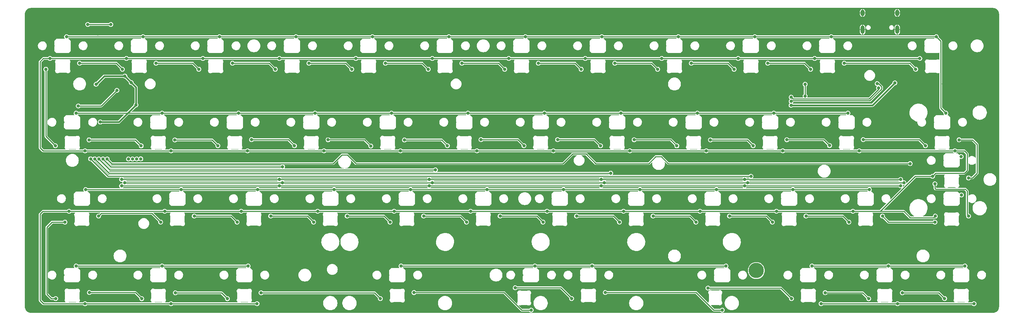
<source format=gbr>
%TF.GenerationSoftware,KiCad,Pcbnew,(7.0.0)*%
%TF.CreationDate,2023-10-27T13:48:32+02:00*%
%TF.ProjectId,vootington VAN,766f6f74-696e-4677-946f-6e2056414e2e,rev?*%
%TF.SameCoordinates,Original*%
%TF.FileFunction,Copper,L1,Top*%
%TF.FilePolarity,Positive*%
%FSLAX46Y46*%
G04 Gerber Fmt 4.6, Leading zero omitted, Abs format (unit mm)*
G04 Created by KiCad (PCBNEW (7.0.0)) date 2023-10-27 13:48:32*
%MOMM*%
%LPD*%
G01*
G04 APERTURE LIST*
%TA.AperFunction,ComponentPad*%
%ADD10C,3.800000*%
%TD*%
%TA.AperFunction,ComponentPad*%
%ADD11O,1.000000X1.600000*%
%TD*%
%TA.AperFunction,ComponentPad*%
%ADD12O,1.000000X2.100000*%
%TD*%
%TA.AperFunction,ViaPad*%
%ADD13C,0.800000*%
%TD*%
%TA.AperFunction,Conductor*%
%ADD14C,0.250000*%
%TD*%
%TA.AperFunction,Conductor*%
%ADD15C,0.381000*%
%TD*%
%TA.AperFunction,Conductor*%
%ADD16C,0.200000*%
%TD*%
G04 APERTURE END LIST*
D10*
%TO.P,H7,1*%
%TO.N,N/C*%
X209309500Y-97302500D03*
%TD*%
D11*
%TO.P,J2,S1,SHIELD*%
%TO.N,GND*%
X235773499Y-33081249D03*
D12*
X235773499Y-37261249D03*
D11*
X244413499Y-33081249D03*
D12*
X244413499Y-37261249D03*
%TD*%
D13*
%TO.N,+5V*%
X120666149Y-67476587D03*
X139716149Y-67476587D03*
X176212500Y-82550000D03*
X214312500Y-82550000D03*
X42068750Y-67468750D03*
X63516149Y-67476587D03*
X258762500Y-67468750D03*
X225425000Y-105568750D03*
X243830802Y-50529683D03*
X195262500Y-82550000D03*
X196866149Y-67476587D03*
X233362500Y-82550000D03*
X63500000Y-105568750D03*
X52387500Y-44450000D03*
X253867831Y-83746645D03*
X119062500Y-82550000D03*
X147637500Y-44450000D03*
X71437500Y-44450000D03*
X38100000Y-82550000D03*
X250031250Y-44450000D03*
X84931250Y-105568750D03*
X253206250Y-73818750D03*
X158766149Y-67476587D03*
X217959645Y-56117187D03*
X61912500Y-82550000D03*
X82566149Y-67476587D03*
X215916149Y-67476587D03*
X223837500Y-44450000D03*
X33337500Y-44450000D03*
X42068750Y-105568750D03*
X109537500Y-44450000D03*
X250031250Y-44450000D03*
X90487500Y-44450000D03*
X204787500Y-44450000D03*
X100012500Y-82550000D03*
X263525000Y-105568750D03*
X157162500Y-82550000D03*
X177816149Y-67476587D03*
X166687500Y-44450000D03*
X185737500Y-44450000D03*
X101616149Y-67476587D03*
X138112500Y-82550000D03*
X128587500Y-44450000D03*
X244475000Y-105568750D03*
X80962500Y-82550000D03*
X234966149Y-67476587D03*
%TO.N,GND*%
X34131250Y-41275000D03*
X250031250Y-76993750D03*
X57593452Y-56074907D03*
X134143750Y-60325000D03*
X40703500Y-47117000D03*
X72231250Y-41275000D03*
X97853500Y-47117000D03*
X53181250Y-41275000D03*
X202628500Y-85217000D03*
X183578500Y-85217000D03*
X117475000Y-98425000D03*
X151407694Y-64688560D03*
X75165166Y-64681674D03*
X218051796Y-102817213D03*
X211137500Y-77852846D03*
X56065792Y-64736411D03*
X155003500Y-47117000D03*
X170618675Y-72193675D03*
X119856250Y-79375000D03*
X117475000Y-98425000D03*
X250825000Y-41275000D03*
X215106250Y-79375000D03*
X45466000Y-85217000D03*
X119856250Y-79375000D03*
X237294441Y-102826775D03*
X212153500Y-47117000D03*
X57580159Y-54998130D03*
X186531250Y-41275000D03*
X229393750Y-60325000D03*
X96043750Y-60325000D03*
X81756250Y-79375000D03*
X34131250Y-41275000D03*
X62706250Y-79375000D03*
X34676825Y-64725845D03*
X148431250Y-41275000D03*
X78803500Y-47117000D03*
X174053500Y-47117000D03*
X88328500Y-85217000D03*
X110331250Y-41275000D03*
X129381250Y-41275000D03*
X219868750Y-98425000D03*
X55562500Y-77852846D03*
X238918750Y-98425000D03*
X76993750Y-60325000D03*
X77558776Y-102835094D03*
X224631250Y-41275000D03*
X57943750Y-98425000D03*
X167481250Y-41275000D03*
X227545463Y-64662224D03*
X221678500Y-85217000D03*
X231203500Y-47117000D03*
X164528500Y-85217000D03*
X53181250Y-41275000D03*
X100806250Y-79375000D03*
X115093750Y-60325000D03*
X57943750Y-60325000D03*
X255587500Y-69850000D03*
X49212500Y-42341877D03*
X257968750Y-98425000D03*
X100806250Y-79375000D03*
X34761802Y-102793287D03*
X36512500Y-60325000D03*
X36512500Y-60325000D03*
X76993750Y-60325000D03*
X132556250Y-77852846D03*
X219868750Y-98425000D03*
X165100000Y-98425000D03*
X262159750Y-75692000D03*
X157956250Y-79375000D03*
X36512500Y-98425000D03*
X116903500Y-47117000D03*
X240157000Y-34528125D03*
X242857294Y-47868146D03*
X177006250Y-79375000D03*
X95250000Y-77852846D03*
X177006250Y-79375000D03*
X208520000Y-64710598D03*
X110331250Y-41275000D03*
X238321746Y-42270613D03*
X38893750Y-79375000D03*
X57943750Y-60325000D03*
X257968750Y-98425000D03*
X157956250Y-79375000D03*
X49818017Y-46588115D03*
X191293750Y-60325000D03*
X153193750Y-60325000D03*
X211931250Y-56356250D03*
X255587500Y-79375000D03*
X229393750Y-60325000D03*
X215106250Y-79375000D03*
X79375000Y-98425000D03*
X165100000Y-98425000D03*
X262159750Y-85217000D03*
X96043750Y-60325000D03*
X198437500Y-98425000D03*
X234156250Y-79375000D03*
X138906250Y-79375000D03*
X44847728Y-47985388D03*
X134143750Y-60325000D03*
X49212500Y-54768750D03*
X81756250Y-79375000D03*
X251417155Y-64714326D03*
X145478500Y-85217000D03*
X205581250Y-41275000D03*
X148431250Y-41275000D03*
X115643164Y-102803683D03*
X172243750Y-60325000D03*
X79375000Y-98425000D03*
X91281250Y-41275000D03*
X153193750Y-60325000D03*
X107378500Y-85217000D03*
X170468864Y-64710598D03*
X57943750Y-98425000D03*
X45574303Y-63315344D03*
X238918750Y-98425000D03*
X72231250Y-41275000D03*
X167481250Y-41275000D03*
X253206250Y-60325000D03*
X113254553Y-64768221D03*
X175418750Y-77852846D03*
X150812500Y-98425000D03*
X210343750Y-60325000D03*
X172243750Y-60325000D03*
X138906250Y-79375000D03*
X186531250Y-41275000D03*
X91281250Y-41275000D03*
X36512500Y-98425000D03*
X253206250Y-60325000D03*
X196056250Y-79375000D03*
X250825000Y-41275000D03*
X69278500Y-85217000D03*
X236188250Y-43327242D03*
X234156250Y-79375000D03*
X240728500Y-85217000D03*
X255587500Y-79375000D03*
X196850000Y-107156250D03*
X38893750Y-79375000D03*
X115093750Y-60325000D03*
X256211185Y-102778787D03*
X193103500Y-47117000D03*
X129381250Y-41275000D03*
X54603119Y-48882362D03*
X149225000Y-107156250D03*
X62706250Y-79375000D03*
X248156989Y-49877058D03*
X163254694Y-102812468D03*
X205581250Y-41275000D03*
X59753500Y-47117000D03*
X56179568Y-102837221D03*
X189499106Y-64733776D03*
X198437500Y-98425000D03*
X257397250Y-47117000D03*
X45243750Y-38303846D03*
X211931250Y-50006250D03*
X126428500Y-85217000D03*
X241644000Y-42280936D03*
X132345154Y-64682992D03*
X196056250Y-79375000D03*
X94249611Y-64705077D03*
X191293750Y-60325000D03*
X255964373Y-50800000D03*
X210343750Y-60325000D03*
X135953500Y-47117000D03*
X39363551Y-54286517D03*
%TO.N,+3V3*%
X66025216Y-77128346D03*
X156512716Y-58078346D03*
X227950216Y-39028346D03*
X118412716Y-58078346D03*
X37450216Y-39028346D03*
X260307055Y-68900000D03*
X260393000Y-78467970D03*
X94600216Y-39028346D03*
X232114889Y-58080384D03*
X213662716Y-58078346D03*
X104125216Y-77128346D03*
X61262716Y-96178346D03*
X170800216Y-39028346D03*
X120793966Y-96178346D03*
X218425216Y-77128346D03*
X154131466Y-96178346D03*
X80312716Y-58078346D03*
X52003000Y-48854048D03*
X194612716Y-58078346D03*
X137462716Y-58078346D03*
X75550216Y-39028346D03*
X223187716Y-96178346D03*
X180325216Y-77128346D03*
X45883678Y-60295009D03*
X208900216Y-39028346D03*
X142225216Y-77128346D03*
X189850216Y-39028346D03*
X151750216Y-39028346D03*
X199375216Y-77128346D03*
X85075216Y-77128346D03*
X61262716Y-58078346D03*
X123175216Y-77128346D03*
X175562716Y-58078346D03*
X161275216Y-77128346D03*
X53571724Y-50422772D03*
X99362716Y-58078346D03*
X82693966Y-96178346D03*
X42212716Y-77128346D03*
X56500216Y-39028346D03*
X39831466Y-58078346D03*
X132700216Y-39028346D03*
X256525216Y-58078346D03*
X261287716Y-96178346D03*
X201756466Y-96178346D03*
X168418966Y-96178346D03*
X113650216Y-39028346D03*
X242237716Y-96178346D03*
X237475216Y-77128346D03*
X54768750Y-56018750D03*
X44816711Y-50889504D03*
X39831466Y-96178346D03*
X254143966Y-39028346D03*
%TO.N,ADC0*%
X247650000Y-70643750D03*
X47586765Y-69487397D03*
%TO.N,K_11*%
X221456250Y-53799250D03*
X221456250Y-50869250D03*
%TO.N,Net-(D10-DIN)*%
X203771500Y-47117000D03*
X193103500Y-45629334D03*
%TO.N,Net-(D14-DOUT)*%
X140727154Y-64682992D03*
X151407694Y-66176226D03*
%TO.N,Net-(D20-DOUT)*%
X262159750Y-74204334D03*
X259799155Y-64714326D03*
%TO.N,Net-(D26-DOUT)*%
X145478500Y-83729334D03*
X156146500Y-85217000D03*
%TO.N,Net-(D32-DOUT)*%
X37084000Y-85217000D03*
X34761802Y-104280953D03*
%TO.N,Net-(D38-DOUT)*%
X163290250Y-104267000D03*
X149225000Y-101600000D03*
%TO.N,Net-(D10-DOUT)*%
X174053500Y-45629334D03*
X184721500Y-47117000D03*
%TO.N,Net-(D14-DIN)*%
X121636553Y-64768221D03*
X132345154Y-66170658D03*
%TO.N,Net-(D26-DIN)*%
X175196500Y-85217000D03*
X164528500Y-83729334D03*
%TO.N,Net-(D38-DIN)*%
X153193750Y-107156250D03*
X124025164Y-102803683D03*
%TO.N,ADC1*%
X43457840Y-69453058D03*
X207962500Y-73818750D03*
%TO.N,SELECT0*%
X90487500Y-74612500D03*
X245268750Y-74612500D03*
X51167204Y-74612500D03*
X206375000Y-74612500D03*
X127793750Y-74612500D03*
X170656250Y-74612500D03*
X52877060Y-69506883D03*
%TO.N,SELECT1*%
X51960954Y-75406250D03*
X171450000Y-75406250D03*
X128587500Y-75406250D03*
X246062500Y-75406250D03*
X53899758Y-69504982D03*
X91281250Y-75406250D03*
X207168750Y-75406250D03*
%TO.N,ADC2*%
X44469891Y-69465606D03*
X173037500Y-73025000D03*
%TO.N,SELECT2*%
X127793750Y-76200000D03*
X170656250Y-76200000D03*
X90487500Y-76200000D03*
X54955019Y-69470775D03*
X51167204Y-76200000D03*
X206375000Y-76200000D03*
X245268750Y-76200000D03*
%TO.N,Net-(D19-DIN)*%
X32321500Y-47117000D03*
X34676825Y-66213511D03*
%TO.N,Net-(D2-DIN)*%
X40715779Y-45622085D03*
X51383500Y-47129000D03*
%TO.N,Net-(D3-DIN)*%
X70421500Y-47117000D03*
X59753500Y-45629334D03*
%TO.N,Net-(D4-DIN)*%
X89471500Y-47117000D03*
X78803500Y-45629334D03*
%TO.N,Net-(D5-DIN)*%
X108521500Y-47117000D03*
X97853500Y-45629334D03*
%TO.N,Net-(D6-DIN)*%
X127571500Y-47117000D03*
X116903500Y-45629334D03*
%TO.N,Net-(D7-DIN)*%
X146621500Y-47117000D03*
X135953500Y-45629334D03*
%TO.N,Net-(D8-DIN)*%
X165671500Y-47117000D03*
X155003500Y-45629334D03*
%TO.N,Net-(D11-DIN)*%
X212153500Y-45629334D03*
X222821500Y-47117000D03*
%TO.N,Net-(D12-DIN)*%
X249015250Y-47117000D03*
X231203500Y-45629334D03*
%TO.N,Net-(D15-DIN)*%
X102631611Y-64705077D03*
X113254553Y-66255887D03*
%TO.N,Net-(D16-DIN)*%
X94249611Y-66192743D03*
X83547166Y-64681674D03*
%TO.N,Net-(D17-DIN)*%
X64447792Y-64736411D03*
X75165166Y-66169340D03*
%TO.N,Net-(D18-DIN)*%
X56065792Y-66224077D03*
X43058825Y-64725845D03*
%TO.N,Net-(D20-DIN)*%
X251417155Y-66201992D03*
X235927463Y-64662224D03*
%TO.N,Net-(D21-DIN)*%
X216902000Y-64710598D03*
X227545463Y-66149890D03*
%TO.N,Net-(D22-DIN)*%
X197881106Y-64733776D03*
X208520000Y-66198264D03*
%TO.N,Net-(D23-DIN)*%
X178850864Y-64710598D03*
X189499106Y-66221442D03*
%TO.N,Net-(D24-DIN)*%
X159789694Y-64688560D03*
X170468864Y-66198264D03*
%TO.N,Net-(D27-DIN)*%
X183578500Y-83729334D03*
X194246500Y-85217000D03*
%TO.N,Net-(D28-DIN)*%
X213296500Y-85217000D03*
X202628500Y-83729334D03*
%TO.N,Net-(D29-DIN)*%
X221678500Y-83729334D03*
X232346500Y-85217000D03*
%TO.N,Net-(D30-DIN)*%
X253777750Y-85217000D03*
X240728500Y-83729334D03*
%TO.N,Net-(D32-DIN)*%
X45466000Y-83729334D03*
X60896500Y-85217000D03*
%TO.N,Net-(D33-DIN)*%
X69278500Y-83729334D03*
X79946500Y-85217000D03*
%TO.N,Net-(D34-DIN)*%
X98996500Y-85217000D03*
X88328500Y-83729334D03*
%TO.N,Net-(D35-DIN)*%
X107378500Y-83729334D03*
X118046500Y-85217000D03*
%TO.N,Net-(D36-DIN)*%
X137096500Y-85217000D03*
X126428500Y-83729334D03*
%TO.N,Net-(D39-DIN)*%
X85940776Y-102835094D03*
X115643164Y-104291349D03*
%TO.N,Net-(D40-DIN)*%
X77558776Y-104322760D03*
X64561568Y-102837221D03*
%TO.N,Net-(D41-DIN)*%
X56179568Y-104324887D03*
X43143802Y-102793287D03*
%TO.N,Net-(D31-DOUT)*%
X253777750Y-75692000D03*
X262159750Y-83729334D03*
%TO.N,Net-(D45-DIN)*%
X256211185Y-104266453D03*
X245662542Y-102835094D03*
%TO.N,Net-(D46-DIN)*%
X237280542Y-104322760D03*
X226433796Y-102817213D03*
%TO.N,Net-(D47-DIN)*%
X218051796Y-104304879D03*
X197260955Y-101671773D03*
%TO.N,Net-(D48-DIN)*%
X200818750Y-107156250D03*
X171672250Y-102779334D03*
%TO.N,RGB MCU*%
X42756249Y-35960500D03*
X48496490Y-35964490D03*
%TO.N,ADC3*%
X129381250Y-72231250D03*
X45525152Y-69499813D03*
%TO.N,ADC4*%
X91281250Y-71437500D03*
X46547850Y-69501714D03*
%TO.N,ADC5*%
X55967070Y-69458227D03*
%TO.N,BOOT0*%
X50006250Y-52387500D03*
X40396738Y-56280537D03*
%TO.N,D_N*%
X217966067Y-55117705D03*
X239391006Y-50733291D03*
%TO.N,D_P*%
X239767848Y-51769250D03*
X217981209Y-54118317D03*
%TD*%
D14*
%TO.N,+5V*%
X261823750Y-68148750D02*
X261143750Y-67468750D01*
X31665750Y-44450000D02*
X30872000Y-45243750D01*
X248906162Y-73818750D02*
X248278081Y-74446831D01*
X246062500Y-82550000D02*
X247637650Y-84125150D01*
X217487500Y-44450000D02*
X33337500Y-44450000D01*
D15*
X238243298Y-56117187D02*
X243830802Y-50529683D01*
D14*
X177077273Y-67468750D02*
X42068750Y-67468750D01*
X30869887Y-104688637D02*
X31750000Y-105568750D01*
X253206250Y-73818750D02*
X248906162Y-73818750D01*
X254793750Y-73025000D02*
X256381250Y-73025000D01*
X42068750Y-67468750D02*
X32543750Y-67468750D01*
X254000000Y-73025000D02*
X253206250Y-73818750D01*
X223837500Y-44450000D02*
X217487500Y-44450000D01*
X38100000Y-82550000D02*
X31573162Y-82550000D01*
X33337500Y-44450000D02*
X31665750Y-44450000D01*
X261143750Y-73025000D02*
X261823750Y-72345000D01*
X225425000Y-105568750D02*
X263525000Y-105568750D01*
X261823750Y-72345000D02*
X261823750Y-68148750D01*
X31573162Y-82550000D02*
X30869887Y-83253275D01*
X31750000Y-105568750D02*
X42068750Y-105568750D01*
X253489326Y-84125150D02*
X253867831Y-83746645D01*
X258762500Y-67468750D02*
X177077273Y-67468750D01*
X32543750Y-67468750D02*
X31665750Y-67468750D01*
D15*
X217959645Y-56117187D02*
X238243298Y-56117187D01*
D14*
X31665750Y-67468750D02*
X30872000Y-66675000D01*
X256381250Y-73025000D02*
X254000000Y-73025000D01*
X30869887Y-83253275D02*
X30869887Y-104688637D01*
X256381250Y-73025000D02*
X261143750Y-73025000D01*
X30872000Y-66675000D02*
X30872000Y-45243750D01*
X247637650Y-84125150D02*
X253489326Y-84125150D01*
X42068750Y-105568750D02*
X84931250Y-105568750D01*
X248278081Y-74446831D02*
X240174912Y-82550000D01*
X261143750Y-67468750D02*
X258762500Y-67468750D01*
X240174912Y-82550000D02*
X233362500Y-82550000D01*
X240174912Y-82550000D02*
X246062500Y-82550000D01*
X233362500Y-82550000D02*
X38100000Y-82550000D01*
X217487500Y-44450000D02*
X250031250Y-44450000D01*
%TO.N,+3V3*%
X142225216Y-77128346D02*
X104125216Y-77128346D01*
D15*
X45883678Y-60295009D02*
X50492491Y-60295009D01*
D14*
X237475216Y-77128346D02*
X219075000Y-77128346D01*
X199375216Y-77128346D02*
X161275216Y-77128346D01*
D15*
X44816711Y-50889504D02*
X46852167Y-48854048D01*
X54768750Y-51619798D02*
X54768750Y-52167057D01*
D14*
X255239873Y-40124253D02*
X254143966Y-39028346D01*
X223187716Y-96178346D02*
X261287716Y-96178346D01*
X255239873Y-50006250D02*
X255239873Y-40124253D01*
X219075000Y-77128346D02*
X199375216Y-77128346D01*
X219075000Y-77128346D02*
X218425216Y-77128346D01*
D15*
X46852167Y-48854048D02*
X52003000Y-48854048D01*
D14*
X255240689Y-50007066D02*
X255239873Y-50006250D01*
D16*
X250341154Y-39028346D02*
X254143966Y-39028346D01*
D15*
X54768750Y-56018750D02*
X54768750Y-52167057D01*
D14*
X256525216Y-58078346D02*
X255239873Y-56793003D01*
X254143966Y-39028346D02*
X37450216Y-39028346D01*
X255239873Y-56793003D02*
X255239873Y-50006250D01*
X255240689Y-50544244D02*
X255240689Y-50007066D01*
D15*
X53571724Y-50422772D02*
X54768750Y-51619798D01*
D14*
X85075216Y-77128346D02*
X42212716Y-77128346D01*
X232114889Y-58080384D02*
X61264754Y-58080384D01*
X39831466Y-96178346D02*
X82693966Y-96178346D01*
X161275216Y-77128346D02*
X142225216Y-77128346D01*
D15*
X50492491Y-60295009D02*
X54768750Y-56018750D01*
D14*
X61264754Y-58080384D02*
X61262716Y-58078346D01*
X120793966Y-96178346D02*
X201756466Y-96178346D01*
D15*
X52003000Y-48854048D02*
X53571724Y-50422772D01*
D14*
X39831466Y-58078346D02*
X61262716Y-58078346D01*
X104125216Y-77128346D02*
X85075216Y-77128346D01*
%TO.N,ADC0*%
X169320233Y-70643750D02*
X166938983Y-68262500D01*
X163512500Y-68262500D02*
X161131250Y-70643750D01*
X109537500Y-70643750D02*
X109537500Y-70579890D01*
X106030436Y-68501862D02*
X103888548Y-70643750D01*
X163512500Y-68262500D02*
X161131250Y-70643750D01*
X48743118Y-70643750D02*
X47586765Y-69487397D01*
X103888548Y-70643750D02*
X48743118Y-70643750D01*
X166938983Y-68262500D02*
X163512500Y-68262500D01*
X161131250Y-70643750D02*
X109537500Y-70643750D01*
X169320233Y-70643750D02*
X166938983Y-68262500D01*
X166938983Y-68262500D02*
X163512500Y-68262500D01*
X182504232Y-70643750D02*
X169320233Y-70643750D01*
X109537500Y-70579890D02*
X107459472Y-68501862D01*
X107459472Y-68501862D02*
X106030436Y-68501862D01*
X247650000Y-70643750D02*
X187383268Y-70643750D01*
X187383268Y-70643750D02*
X185658268Y-68918750D01*
X185658268Y-68918750D02*
X184229232Y-68918750D01*
X184229232Y-68918750D02*
X182504232Y-70643750D01*
%TO.N,K_11*%
X221456250Y-50869250D02*
X221456250Y-53799250D01*
%TO.N,Net-(D10-DIN)*%
X202283834Y-45629334D02*
X193103500Y-45629334D01*
X203771500Y-47117000D02*
X202283834Y-45629334D01*
%TO.N,Net-(D14-DOUT)*%
X140727154Y-64682992D02*
X149914460Y-64682992D01*
X149914460Y-64682992D02*
X151407694Y-66176226D01*
%TO.N,Net-(D20-DOUT)*%
X264318750Y-73025000D02*
X263139416Y-74204334D01*
X263139416Y-74204334D02*
X262159750Y-74204334D01*
X263151826Y-64714326D02*
X264318750Y-65881250D01*
X259799155Y-64714326D02*
X263151826Y-64714326D01*
X264318750Y-65881250D02*
X264318750Y-73025000D01*
%TO.N,Net-(D26-DOUT)*%
X145478500Y-83729334D02*
X154658834Y-83729334D01*
X154658834Y-83729334D02*
X156146500Y-85217000D01*
%TO.N,Net-(D32-DOUT)*%
X33637203Y-104280953D02*
X34761802Y-104280953D01*
X33845500Y-85217000D02*
X32543750Y-86518750D01*
X37084000Y-85217000D02*
X33845500Y-85217000D01*
X32543750Y-103187500D02*
X33637203Y-104280953D01*
X32543750Y-86518750D02*
X32543750Y-103187500D01*
%TO.N,Net-(D38-DOUT)*%
X160623250Y-101600000D02*
X163290250Y-104267000D01*
X149225000Y-101600000D02*
X160623250Y-101600000D01*
%TO.N,Net-(D10-DOUT)*%
X184721500Y-47117000D02*
X183233834Y-45629334D01*
X183233834Y-45629334D02*
X174053500Y-45629334D01*
%TO.N,Net-(D14-DIN)*%
X130942717Y-64768221D02*
X132345154Y-66170658D01*
X121636553Y-64768221D02*
X130942717Y-64768221D01*
%TO.N,Net-(D26-DIN)*%
X173708834Y-83729334D02*
X175196500Y-85217000D01*
X164528500Y-83729334D02*
X173708834Y-83729334D01*
%TO.N,Net-(D38-DIN)*%
X150812500Y-107156250D02*
X153193750Y-107156250D01*
X124025164Y-102803683D02*
X146459933Y-102803683D01*
X146459933Y-102803683D02*
X150812500Y-107156250D01*
%TO.N,ADC1*%
X207962500Y-73818750D02*
X47797730Y-73818750D01*
X47797730Y-73818750D02*
X43457840Y-69478860D01*
X43457840Y-69478860D02*
X43457840Y-69453058D01*
%TO.N,SELECT0*%
X206375000Y-74612500D02*
X51167204Y-74612500D01*
X206375000Y-74612500D02*
X245268750Y-74612500D01*
%TO.N,SELECT1*%
X246062500Y-75406250D02*
X207168750Y-75406250D01*
X207168750Y-75406250D02*
X51960954Y-75406250D01*
%TO.N,ADC2*%
X48025034Y-73025000D02*
X44469891Y-69469857D01*
X44469891Y-69469857D02*
X44469891Y-69465606D01*
X173037500Y-73025000D02*
X48025034Y-73025000D01*
%TO.N,SELECT2*%
X245268750Y-76200000D02*
X51167204Y-76200000D01*
%TO.N,Net-(D19-DIN)*%
X34676825Y-66213511D02*
X32321500Y-63858186D01*
X32321500Y-63858186D02*
X32321500Y-47117000D01*
%TO.N,Net-(D2-DIN)*%
X40715779Y-45622085D02*
X49876585Y-45622085D01*
X49876585Y-45622085D02*
X51371500Y-47117000D01*
%TO.N,Net-(D3-DIN)*%
X70421500Y-47117000D02*
X68933834Y-45629334D01*
X68933834Y-45629334D02*
X59753500Y-45629334D01*
%TO.N,Net-(D4-DIN)*%
X89471500Y-47117000D02*
X87983834Y-45629334D01*
X87983834Y-45629334D02*
X78803500Y-45629334D01*
%TO.N,Net-(D5-DIN)*%
X108521500Y-47117000D02*
X107033834Y-45629334D01*
X107033834Y-45629334D02*
X97853500Y-45629334D01*
%TO.N,Net-(D6-DIN)*%
X126083834Y-45629334D02*
X116903500Y-45629334D01*
X127571500Y-47117000D02*
X126083834Y-45629334D01*
%TO.N,Net-(D7-DIN)*%
X145133834Y-45629334D02*
X135953500Y-45629334D01*
X146621500Y-47117000D02*
X145133834Y-45629334D01*
%TO.N,Net-(D8-DIN)*%
X164183834Y-45629334D02*
X155003500Y-45629334D01*
X165671500Y-47117000D02*
X164183834Y-45629334D01*
%TO.N,Net-(D11-DIN)*%
X221333834Y-45629334D02*
X212153500Y-45629334D01*
X222821500Y-47117000D02*
X221333834Y-45629334D01*
%TO.N,Net-(D12-DIN)*%
X247527584Y-45629334D02*
X231203500Y-45629334D01*
X249015250Y-47117000D02*
X247527584Y-45629334D01*
%TO.N,Net-(D15-DIN)*%
X111703743Y-64705077D02*
X113254553Y-66255887D01*
X102631611Y-64705077D02*
X111703743Y-64705077D01*
%TO.N,Net-(D16-DIN)*%
X83547166Y-64681674D02*
X92738542Y-64681674D01*
X92738542Y-64681674D02*
X94249611Y-66192743D01*
%TO.N,Net-(D17-DIN)*%
X64447792Y-64736411D02*
X73732237Y-64736411D01*
X73732237Y-64736411D02*
X75165166Y-66169340D01*
%TO.N,Net-(D18-DIN)*%
X54567560Y-64725845D02*
X56065792Y-66224077D01*
X43058825Y-64725845D02*
X54567560Y-64725845D01*
%TO.N,Net-(D20-DIN)*%
X235927463Y-64662224D02*
X249877387Y-64662224D01*
X249877387Y-64662224D02*
X251417155Y-66201992D01*
%TO.N,Net-(D21-DIN)*%
X216902000Y-64710598D02*
X226106171Y-64710598D01*
X226106171Y-64710598D02*
X227545463Y-66149890D01*
%TO.N,Net-(D22-DIN)*%
X207055512Y-64733776D02*
X208520000Y-66198264D01*
X197881106Y-64733776D02*
X207055512Y-64733776D01*
%TO.N,Net-(D23-DIN)*%
X178850864Y-64710598D02*
X187988262Y-64710598D01*
X187988262Y-64710598D02*
X189499106Y-66221442D01*
%TO.N,Net-(D24-DIN)*%
X159789694Y-64688560D02*
X168959160Y-64688560D01*
X168959160Y-64688560D02*
X170468864Y-66198264D01*
%TO.N,Net-(D27-DIN)*%
X192758834Y-83729334D02*
X194246500Y-85217000D01*
X183578500Y-83729334D02*
X192758834Y-83729334D01*
%TO.N,Net-(D28-DIN)*%
X202628500Y-83729334D02*
X211808834Y-83729334D01*
X211808834Y-83729334D02*
X213296500Y-85217000D01*
%TO.N,Net-(D29-DIN)*%
X230858834Y-83729334D02*
X232346500Y-85217000D01*
X221678500Y-83729334D02*
X230858834Y-83729334D01*
%TO.N,Net-(D30-DIN)*%
X253777750Y-85217000D02*
X242216166Y-85217000D01*
X242216166Y-85217000D02*
X240728500Y-83729334D01*
%TO.N,Net-(D32-DIN)*%
X46146584Y-83048750D02*
X58728250Y-83048750D01*
X45466000Y-83729334D02*
X46146584Y-83048750D01*
X58728250Y-83048750D02*
X60896500Y-85217000D01*
%TO.N,Net-(D33-DIN)*%
X78458834Y-83729334D02*
X79946500Y-85217000D01*
X69278500Y-83729334D02*
X78458834Y-83729334D01*
%TO.N,Net-(D34-DIN)*%
X97508834Y-83729334D02*
X98996500Y-85217000D01*
X88328500Y-83729334D02*
X97508834Y-83729334D01*
%TO.N,Net-(D35-DIN)*%
X107378500Y-83729334D02*
X116558834Y-83729334D01*
X116558834Y-83729334D02*
X118046500Y-85217000D01*
%TO.N,Net-(D36-DIN)*%
X126428500Y-83729334D02*
X135608834Y-83729334D01*
X135608834Y-83729334D02*
X137096500Y-85217000D01*
%TO.N,Net-(D39-DIN)*%
X85940776Y-102835094D02*
X114186909Y-102835094D01*
X114186909Y-102835094D02*
X115643164Y-104291349D01*
%TO.N,Net-(D40-DIN)*%
X76073237Y-102837221D02*
X77558776Y-104322760D01*
X64561568Y-102837221D02*
X76073237Y-102837221D01*
%TO.N,Net-(D41-DIN)*%
X54647968Y-102793287D02*
X56179568Y-104324887D01*
X43143802Y-102793287D02*
X54647968Y-102793287D01*
%TO.N,Net-(D31-DOUT)*%
X261343919Y-76993750D02*
X254000000Y-76993750D01*
X261823750Y-83393334D02*
X261823750Y-77473581D01*
X262159750Y-83729334D02*
X261823750Y-83393334D01*
X253777750Y-76771500D02*
X253777750Y-75692000D01*
X254000000Y-76993750D02*
X253777750Y-76771500D01*
X261823750Y-77473581D02*
X261343919Y-76993750D01*
%TO.N,Net-(D45-DIN)*%
X254779826Y-102835094D02*
X256211185Y-104266453D01*
X245662542Y-102835094D02*
X254779826Y-102835094D01*
%TO.N,Net-(D46-DIN)*%
X235774995Y-102817213D02*
X237280542Y-104322760D01*
X226433796Y-102817213D02*
X235774995Y-102817213D01*
%TO.N,Net-(D47-DIN)*%
X197260955Y-101671773D02*
X215418690Y-101671773D01*
X215418690Y-101671773D02*
X218051796Y-104304879D01*
%TO.N,Net-(D48-DIN)*%
X198694893Y-107156250D02*
X200818750Y-107156250D01*
X171672250Y-102779334D02*
X194317977Y-102779334D01*
X194317977Y-102779334D02*
X198694893Y-107156250D01*
%TO.N,RGB MCU*%
X48496490Y-35964490D02*
X42760239Y-35964490D01*
X42760239Y-35964490D02*
X42756249Y-35960500D01*
%TO.N,ADC3*%
X45525152Y-69504321D02*
X45525152Y-69499813D01*
X48252081Y-72231250D02*
X45525152Y-69504321D01*
X129381250Y-72231250D02*
X48252081Y-72231250D01*
%TO.N,ADC4*%
X91281250Y-71437500D02*
X48483636Y-71437500D01*
X48483636Y-71437500D02*
X46547850Y-69501714D01*
%TO.N,BOOT0*%
X40396738Y-56280537D02*
X46113213Y-56280537D01*
X46113213Y-56280537D02*
X50006250Y-52387500D01*
%TO.N,D_N*%
X237588153Y-54974250D02*
X240492848Y-52069555D01*
X240492848Y-51468945D02*
X239757194Y-50733291D01*
X218109522Y-54974250D02*
X237588153Y-54974250D01*
X239757194Y-50733291D02*
X239391006Y-50733291D01*
X240492848Y-52069555D02*
X240492848Y-51468945D01*
X217966067Y-55117705D02*
X218109522Y-54974250D01*
%TO.N,D_P*%
X237401757Y-54524250D02*
X239767848Y-52158159D01*
X217981209Y-54118317D02*
X217991984Y-54118317D01*
X217991984Y-54118317D02*
X218397917Y-54524250D01*
X218397917Y-54524250D02*
X237401757Y-54524250D01*
X239767848Y-52158159D02*
X239767848Y-51769250D01*
%TD*%
%TA.AperFunction,Conductor*%
%TO.N,GND*%
G36*
X268287905Y-31850529D02*
G01*
X268498312Y-31865578D01*
X268499921Y-31865809D01*
X268705634Y-31910559D01*
X268707198Y-31911018D01*
X268876199Y-31974052D01*
X268904455Y-31984591D01*
X268905948Y-31985273D01*
X269089398Y-32085445D01*
X269090708Y-32086160D01*
X269092088Y-32087046D01*
X269243786Y-32200606D01*
X269260617Y-32213205D01*
X269261857Y-32214279D01*
X269410720Y-32363142D01*
X269411794Y-32364382D01*
X269537952Y-32532910D01*
X269538839Y-32534291D01*
X269639726Y-32719052D01*
X269640408Y-32720544D01*
X269713979Y-32917795D01*
X269714441Y-32919370D01*
X269759188Y-33125070D01*
X269759422Y-33126694D01*
X269774471Y-33337095D01*
X269774500Y-33337915D01*
X269774500Y-106362085D01*
X269774471Y-106362905D01*
X269759422Y-106573305D01*
X269759188Y-106574929D01*
X269714441Y-106780629D01*
X269713979Y-106782204D01*
X269640408Y-106979455D01*
X269639726Y-106980947D01*
X269538839Y-107165708D01*
X269537952Y-107167089D01*
X269411794Y-107335617D01*
X269410720Y-107336857D01*
X269261857Y-107485720D01*
X269260617Y-107486794D01*
X269092089Y-107612952D01*
X269090708Y-107613839D01*
X268905947Y-107714726D01*
X268904455Y-107715408D01*
X268707204Y-107788979D01*
X268705629Y-107789441D01*
X268499929Y-107834188D01*
X268498305Y-107834422D01*
X268287905Y-107849471D01*
X268287085Y-107849500D01*
X28575415Y-107849500D01*
X28574595Y-107849471D01*
X28364194Y-107834422D01*
X28362570Y-107834188D01*
X28156870Y-107789441D01*
X28155295Y-107788979D01*
X27958044Y-107715408D01*
X27956552Y-107714726D01*
X27771791Y-107613839D01*
X27770410Y-107612952D01*
X27601882Y-107486794D01*
X27600642Y-107485720D01*
X27451779Y-107336857D01*
X27450705Y-107335617D01*
X27434300Y-107313703D01*
X27324546Y-107167088D01*
X27323660Y-107165708D01*
X27222773Y-106980947D01*
X27222091Y-106979455D01*
X27211552Y-106951199D01*
X27148518Y-106782198D01*
X27148058Y-106780629D01*
X27103309Y-106574921D01*
X27103078Y-106573312D01*
X27088029Y-106362905D01*
X27088000Y-106362085D01*
X27088000Y-104717444D01*
X30540623Y-104717444D01*
X30540882Y-104718414D01*
X30540883Y-104718415D01*
X30551671Y-104758677D01*
X30551888Y-104759656D01*
X30557509Y-104791536D01*
X30559299Y-104801682D01*
X30559800Y-104802550D01*
X30559801Y-104802552D01*
X30565811Y-104812961D01*
X30566960Y-104815734D01*
X30570072Y-104827349D01*
X30570073Y-104827351D01*
X30570333Y-104828321D01*
X30570910Y-104829145D01*
X30594810Y-104863279D01*
X30595349Y-104864125D01*
X30610244Y-104889923D01*
X30616693Y-104901092D01*
X30617459Y-104901735D01*
X30617461Y-104901737D01*
X30632816Y-104914621D01*
X30649287Y-104928442D01*
X30649390Y-104928528D01*
X30650130Y-104929206D01*
X31509431Y-105788507D01*
X31510109Y-105789247D01*
X31536899Y-105821175D01*
X31536901Y-105821177D01*
X31537545Y-105821944D01*
X31548925Y-105828514D01*
X31574510Y-105843286D01*
X31575356Y-105843825D01*
X31610316Y-105868304D01*
X31622585Y-105871591D01*
X31622899Y-105871675D01*
X31625673Y-105872824D01*
X31636955Y-105879338D01*
X31678980Y-105886747D01*
X31679952Y-105886963D01*
X31721193Y-105898014D01*
X31763715Y-105894293D01*
X31764717Y-105894250D01*
X41555929Y-105894250D01*
X41561015Y-105895436D01*
X41565053Y-105898749D01*
X41635641Y-105990741D01*
X41640468Y-105997032D01*
X41765909Y-106093286D01*
X41911988Y-106153794D01*
X42068750Y-106174432D01*
X42225512Y-106153794D01*
X42371591Y-106093286D01*
X42497032Y-105997032D01*
X42559078Y-105916171D01*
X42572447Y-105898749D01*
X42576485Y-105895436D01*
X42581571Y-105894250D01*
X62987179Y-105894250D01*
X62992265Y-105895436D01*
X62996303Y-105898749D01*
X63066891Y-105990741D01*
X63071718Y-105997032D01*
X63197159Y-106093286D01*
X63343238Y-106153794D01*
X63500000Y-106174432D01*
X63656762Y-106153794D01*
X63802841Y-106093286D01*
X63928282Y-105997032D01*
X63990328Y-105916171D01*
X64003697Y-105898749D01*
X64007735Y-105895436D01*
X64012821Y-105894250D01*
X84418429Y-105894250D01*
X84423515Y-105895436D01*
X84427553Y-105898749D01*
X84498141Y-105990741D01*
X84502968Y-105997032D01*
X84628409Y-106093286D01*
X84774488Y-106153794D01*
X84931250Y-106174432D01*
X85088012Y-106153794D01*
X85234091Y-106093286D01*
X85359532Y-105997032D01*
X85455786Y-105871591D01*
X85516294Y-105725512D01*
X85536932Y-105568750D01*
X85533539Y-105542980D01*
X101406650Y-105542980D01*
X101406712Y-105543396D01*
X101406713Y-105543399D01*
X101443656Y-105788507D01*
X101446289Y-105805971D01*
X101446413Y-105806375D01*
X101446415Y-105806381D01*
X101512448Y-106020451D01*
X101524683Y-106060116D01*
X101524868Y-106060501D01*
X101524870Y-106060505D01*
X101579735Y-106174432D01*
X101640079Y-106299738D01*
X101640324Y-106300097D01*
X101640325Y-106300099D01*
X101765180Y-106483228D01*
X101789900Y-106519485D01*
X101970799Y-106714448D01*
X101971134Y-106714715D01*
X101971135Y-106714716D01*
X102116636Y-106830750D01*
X102178735Y-106880272D01*
X102409064Y-107013252D01*
X102656640Y-107110419D01*
X102915933Y-107169601D01*
X103114749Y-107184500D01*
X103247338Y-107184500D01*
X103247551Y-107184500D01*
X103446367Y-107169601D01*
X103705660Y-107110419D01*
X103953236Y-107013252D01*
X104183565Y-106880272D01*
X104391501Y-106714448D01*
X104572400Y-106519485D01*
X104722221Y-106299738D01*
X104837617Y-106060116D01*
X104916011Y-105805971D01*
X104955650Y-105542980D01*
X106175500Y-105542980D01*
X106175562Y-105543396D01*
X106175563Y-105543399D01*
X106212506Y-105788507D01*
X106215139Y-105805971D01*
X106215263Y-105806375D01*
X106215265Y-105806381D01*
X106281298Y-106020451D01*
X106293533Y-106060116D01*
X106293718Y-106060501D01*
X106293720Y-106060505D01*
X106348585Y-106174432D01*
X106408929Y-106299738D01*
X106409174Y-106300097D01*
X106409175Y-106300099D01*
X106534030Y-106483228D01*
X106558750Y-106519485D01*
X106739649Y-106714448D01*
X106739984Y-106714715D01*
X106739985Y-106714716D01*
X106885486Y-106830750D01*
X106947585Y-106880272D01*
X107177914Y-107013252D01*
X107425490Y-107110419D01*
X107684783Y-107169601D01*
X107883599Y-107184500D01*
X108016188Y-107184500D01*
X108016401Y-107184500D01*
X108215217Y-107169601D01*
X108474510Y-107110419D01*
X108722086Y-107013252D01*
X108952415Y-106880272D01*
X109160351Y-106714448D01*
X109341250Y-106519485D01*
X109491071Y-106299738D01*
X109606467Y-106060116D01*
X109684861Y-105805971D01*
X109724500Y-105542980D01*
X129988000Y-105542980D01*
X129988062Y-105543396D01*
X129988063Y-105543399D01*
X130025006Y-105788507D01*
X130027639Y-105805971D01*
X130027763Y-105806375D01*
X130027765Y-105806381D01*
X130093798Y-106020451D01*
X130106033Y-106060116D01*
X130106218Y-106060501D01*
X130106220Y-106060505D01*
X130161085Y-106174432D01*
X130221429Y-106299738D01*
X130221674Y-106300097D01*
X130221675Y-106300099D01*
X130346530Y-106483228D01*
X130371250Y-106519485D01*
X130552149Y-106714448D01*
X130552484Y-106714715D01*
X130552485Y-106714716D01*
X130697986Y-106830750D01*
X130760085Y-106880272D01*
X130990414Y-107013252D01*
X131237990Y-107110419D01*
X131497283Y-107169601D01*
X131696099Y-107184500D01*
X131828688Y-107184500D01*
X131828901Y-107184500D01*
X132027717Y-107169601D01*
X132287010Y-107110419D01*
X132534586Y-107013252D01*
X132764915Y-106880272D01*
X132972851Y-106714448D01*
X133153750Y-106519485D01*
X133303571Y-106299738D01*
X133418967Y-106060116D01*
X133497361Y-105805971D01*
X133537000Y-105542980D01*
X133537000Y-105277020D01*
X133497361Y-105014029D01*
X133418967Y-104759884D01*
X133303571Y-104520262D01*
X133153750Y-104300515D01*
X132972851Y-104105552D01*
X132869005Y-104022737D01*
X132765254Y-103939998D01*
X132765251Y-103939995D01*
X132764915Y-103939728D01*
X132764541Y-103939512D01*
X132764538Y-103939510D01*
X132534961Y-103806964D01*
X132534955Y-103806961D01*
X132534586Y-103806748D01*
X132534186Y-103806591D01*
X132534182Y-103806589D01*
X132287410Y-103709738D01*
X132287010Y-103709581D01*
X132136688Y-103675271D01*
X132028134Y-103650494D01*
X132028131Y-103650493D01*
X132027717Y-103650399D01*
X132027299Y-103650367D01*
X132027288Y-103650366D01*
X131829111Y-103635515D01*
X131829092Y-103635514D01*
X131828901Y-103635500D01*
X131696099Y-103635500D01*
X131695908Y-103635514D01*
X131695888Y-103635515D01*
X131497711Y-103650366D01*
X131497698Y-103650367D01*
X131497283Y-103650399D01*
X131496870Y-103650493D01*
X131496865Y-103650494D01*
X131274166Y-103701324D01*
X131237990Y-103709581D01*
X131237593Y-103709736D01*
X131237589Y-103709738D01*
X130990817Y-103806589D01*
X130990807Y-103806593D01*
X130990414Y-103806748D01*
X130990049Y-103806958D01*
X130990038Y-103806964D01*
X130760461Y-103939510D01*
X130760452Y-103939515D01*
X130760085Y-103939728D01*
X130759754Y-103939991D01*
X130759745Y-103939998D01*
X130552485Y-104105283D01*
X130552476Y-104105290D01*
X130552149Y-104105552D01*
X130551861Y-104105862D01*
X130551856Y-104105867D01*
X130371540Y-104300202D01*
X130371250Y-104300515D01*
X130371014Y-104300860D01*
X130371010Y-104300866D01*
X130221675Y-104519900D01*
X130221670Y-104519907D01*
X130221429Y-104520262D01*
X130221240Y-104520653D01*
X130221239Y-104520656D01*
X130106220Y-104759494D01*
X130106216Y-104759503D01*
X130106033Y-104759884D01*
X130105907Y-104760289D01*
X130105905Y-104760297D01*
X130027765Y-105013618D01*
X130027762Y-105013627D01*
X130027639Y-105014029D01*
X130027576Y-105014442D01*
X130027575Y-105014450D01*
X129988063Y-105276600D01*
X129988000Y-105277020D01*
X129988000Y-105542980D01*
X109724500Y-105542980D01*
X109724500Y-105277020D01*
X109684861Y-105014029D01*
X109606467Y-104759884D01*
X109491071Y-104520262D01*
X109341250Y-104300515D01*
X109160351Y-104105552D01*
X109056505Y-104022737D01*
X108952754Y-103939998D01*
X108952751Y-103939995D01*
X108952415Y-103939728D01*
X108952041Y-103939512D01*
X108952038Y-103939510D01*
X108722461Y-103806964D01*
X108722455Y-103806961D01*
X108722086Y-103806748D01*
X108721686Y-103806591D01*
X108721682Y-103806589D01*
X108474910Y-103709738D01*
X108474510Y-103709581D01*
X108324188Y-103675271D01*
X108215634Y-103650494D01*
X108215631Y-103650493D01*
X108215217Y-103650399D01*
X108214799Y-103650367D01*
X108214788Y-103650366D01*
X108016611Y-103635515D01*
X108016592Y-103635514D01*
X108016401Y-103635500D01*
X107883599Y-103635500D01*
X107883408Y-103635514D01*
X107883388Y-103635515D01*
X107685211Y-103650366D01*
X107685198Y-103650367D01*
X107684783Y-103650399D01*
X107684370Y-103650493D01*
X107684365Y-103650494D01*
X107461666Y-103701324D01*
X107425490Y-103709581D01*
X107425093Y-103709736D01*
X107425089Y-103709738D01*
X107178317Y-103806589D01*
X107178307Y-103806593D01*
X107177914Y-103806748D01*
X107177549Y-103806958D01*
X107177538Y-103806964D01*
X106947961Y-103939510D01*
X106947952Y-103939515D01*
X106947585Y-103939728D01*
X106947254Y-103939991D01*
X106947245Y-103939998D01*
X106739985Y-104105283D01*
X106739976Y-104105290D01*
X106739649Y-104105552D01*
X106739361Y-104105862D01*
X106739356Y-104105867D01*
X106559040Y-104300202D01*
X106558750Y-104300515D01*
X106558514Y-104300860D01*
X106558510Y-104300866D01*
X106409175Y-104519900D01*
X106409170Y-104519907D01*
X106408929Y-104520262D01*
X106408740Y-104520653D01*
X106408739Y-104520656D01*
X106293720Y-104759494D01*
X106293716Y-104759503D01*
X106293533Y-104759884D01*
X106293407Y-104760289D01*
X106293405Y-104760297D01*
X106215265Y-105013618D01*
X106215262Y-105013627D01*
X106215139Y-105014029D01*
X106215076Y-105014442D01*
X106215075Y-105014450D01*
X106175563Y-105276600D01*
X106175500Y-105277020D01*
X106175500Y-105542980D01*
X104955650Y-105542980D01*
X104955650Y-105277020D01*
X104916011Y-105014029D01*
X104837617Y-104759884D01*
X104722221Y-104520262D01*
X104572400Y-104300515D01*
X104391501Y-104105552D01*
X104287655Y-104022737D01*
X104183904Y-103939998D01*
X104183901Y-103939995D01*
X104183565Y-103939728D01*
X104183191Y-103939512D01*
X104183188Y-103939510D01*
X103953611Y-103806964D01*
X103953605Y-103806961D01*
X103953236Y-103806748D01*
X103952836Y-103806591D01*
X103952832Y-103806589D01*
X103706060Y-103709738D01*
X103705660Y-103709581D01*
X103555338Y-103675271D01*
X103446784Y-103650494D01*
X103446781Y-103650493D01*
X103446367Y-103650399D01*
X103445949Y-103650367D01*
X103445938Y-103650366D01*
X103247761Y-103635515D01*
X103247742Y-103635514D01*
X103247551Y-103635500D01*
X103114749Y-103635500D01*
X103114558Y-103635514D01*
X103114538Y-103635515D01*
X102916361Y-103650366D01*
X102916348Y-103650367D01*
X102915933Y-103650399D01*
X102915520Y-103650493D01*
X102915515Y-103650494D01*
X102692816Y-103701324D01*
X102656640Y-103709581D01*
X102656243Y-103709736D01*
X102656239Y-103709738D01*
X102409467Y-103806589D01*
X102409457Y-103806593D01*
X102409064Y-103806748D01*
X102408699Y-103806958D01*
X102408688Y-103806964D01*
X102179111Y-103939510D01*
X102179102Y-103939515D01*
X102178735Y-103939728D01*
X102178404Y-103939991D01*
X102178395Y-103939998D01*
X101971135Y-104105283D01*
X101971126Y-104105290D01*
X101970799Y-104105552D01*
X101970511Y-104105862D01*
X101970506Y-104105867D01*
X101790190Y-104300202D01*
X101789900Y-104300515D01*
X101789664Y-104300860D01*
X101789660Y-104300866D01*
X101640325Y-104519900D01*
X101640320Y-104519907D01*
X101640079Y-104520262D01*
X101639890Y-104520653D01*
X101639889Y-104520656D01*
X101524870Y-104759494D01*
X101524866Y-104759503D01*
X101524683Y-104759884D01*
X101524557Y-104760289D01*
X101524555Y-104760297D01*
X101446415Y-105013618D01*
X101446412Y-105013627D01*
X101446289Y-105014029D01*
X101446226Y-105014442D01*
X101446225Y-105014450D01*
X101406713Y-105276600D01*
X101406650Y-105277020D01*
X101406650Y-105542980D01*
X85533539Y-105542980D01*
X85516294Y-105411988D01*
X85455786Y-105265909D01*
X85359532Y-105140468D01*
X85355227Y-105137165D01*
X85234684Y-105044669D01*
X85234683Y-105044668D01*
X85234091Y-105044214D01*
X85233401Y-105043928D01*
X85233399Y-105043927D01*
X85088703Y-104983992D01*
X85088701Y-104983991D01*
X85088012Y-104983706D01*
X85087270Y-104983608D01*
X85087269Y-104983608D01*
X84931994Y-104963166D01*
X84931250Y-104963068D01*
X84930506Y-104963166D01*
X84775230Y-104983608D01*
X84775227Y-104983608D01*
X84774488Y-104983706D01*
X84773800Y-104983990D01*
X84773796Y-104983992D01*
X84629100Y-105043927D01*
X84629095Y-105043929D01*
X84628409Y-105044214D01*
X84627819Y-105044666D01*
X84627815Y-105044669D01*
X84503565Y-105140009D01*
X84503561Y-105140012D01*
X84502968Y-105140468D01*
X84502512Y-105141061D01*
X84502509Y-105141065D01*
X84427553Y-105238751D01*
X84423515Y-105242064D01*
X84418429Y-105243250D01*
X83287812Y-105243250D01*
X83280528Y-105240649D01*
X83276539Y-105234023D01*
X83277649Y-105226368D01*
X83283357Y-105221148D01*
X83287100Y-105219575D01*
X83352288Y-105192180D01*
X83465249Y-105109905D01*
X83556304Y-105003893D01*
X83620587Y-104879807D01*
X83654664Y-104744277D01*
X83656714Y-104604544D01*
X83654431Y-104594190D01*
X83626773Y-104468731D01*
X83626628Y-104468073D01*
X83596709Y-104406005D01*
X83596708Y-104405996D01*
X83596706Y-104405998D01*
X83596479Y-104405526D01*
X83596137Y-104404741D01*
X83596136Y-104404739D01*
X83574808Y-104350361D01*
X83574306Y-104348729D01*
X83561408Y-104292193D01*
X83561155Y-104290514D01*
X83556781Y-104232167D01*
X83556749Y-104231307D01*
X83556749Y-102835094D01*
X85335094Y-102835094D01*
X85335192Y-102835838D01*
X85347506Y-102929377D01*
X85355732Y-102991856D01*
X85356017Y-102992545D01*
X85356018Y-102992547D01*
X85413611Y-103131590D01*
X85416240Y-103137935D01*
X85416694Y-103138527D01*
X85416695Y-103138528D01*
X85505678Y-103254494D01*
X85512494Y-103263376D01*
X85637935Y-103359630D01*
X85784014Y-103420138D01*
X85940776Y-103440776D01*
X86097538Y-103420138D01*
X86243617Y-103359630D01*
X86369058Y-103263376D01*
X86438569Y-103172787D01*
X86444473Y-103165093D01*
X86448511Y-103161780D01*
X86453597Y-103160594D01*
X114047319Y-103160594D01*
X114055451Y-103163962D01*
X115050381Y-104158892D01*
X115053139Y-104163327D01*
X115053651Y-104168525D01*
X115039393Y-104276833D01*
X115037482Y-104291349D01*
X115037580Y-104292093D01*
X115056653Y-104436972D01*
X115058120Y-104448111D01*
X115058405Y-104448800D01*
X115058406Y-104448802D01*
X115117602Y-104591715D01*
X115118628Y-104594190D01*
X115119082Y-104594782D01*
X115119083Y-104594783D01*
X115209395Y-104712481D01*
X115214882Y-104719631D01*
X115340323Y-104815885D01*
X115486402Y-104876393D01*
X115643164Y-104897031D01*
X115799926Y-104876393D01*
X115946005Y-104815885D01*
X116071446Y-104719631D01*
X116167700Y-104594190D01*
X116228208Y-104448111D01*
X116248846Y-104291349D01*
X116228208Y-104134587D01*
X116167700Y-103988508D01*
X116071446Y-103863067D01*
X116057299Y-103852212D01*
X115946598Y-103767268D01*
X115946597Y-103767267D01*
X115946005Y-103766813D01*
X115945315Y-103766527D01*
X115945313Y-103766526D01*
X115800617Y-103706591D01*
X115800615Y-103706590D01*
X115799926Y-103706305D01*
X115799184Y-103706207D01*
X115799183Y-103706207D01*
X115643908Y-103685765D01*
X115643164Y-103685667D01*
X115642420Y-103685765D01*
X115520340Y-103701836D01*
X115515142Y-103701324D01*
X115510707Y-103698566D01*
X114427476Y-102615335D01*
X114426798Y-102614595D01*
X114400009Y-102582668D01*
X114400007Y-102582666D01*
X114399364Y-102581900D01*
X114384864Y-102573528D01*
X114362397Y-102560556D01*
X114361551Y-102560017D01*
X114327417Y-102536117D01*
X114326593Y-102535540D01*
X114325623Y-102535280D01*
X114325621Y-102535279D01*
X114314006Y-102532167D01*
X114311233Y-102531018D01*
X114300824Y-102525008D01*
X114300822Y-102525007D01*
X114299954Y-102524506D01*
X114298966Y-102524331D01*
X114298964Y-102524331D01*
X114257928Y-102517095D01*
X114256949Y-102516878D01*
X114216687Y-102506090D01*
X114216686Y-102506089D01*
X114215716Y-102505830D01*
X114214717Y-102505917D01*
X114214714Y-102505917D01*
X114173198Y-102509550D01*
X114172196Y-102509594D01*
X86453597Y-102509594D01*
X86448511Y-102508408D01*
X86444473Y-102505095D01*
X86404851Y-102453458D01*
X117955785Y-102453458D01*
X117955927Y-102454102D01*
X117955928Y-102454111D01*
X117980531Y-102565705D01*
X117985872Y-102589930D01*
X117986160Y-102590528D01*
X117986161Y-102590530D01*
X118015769Y-102651952D01*
X118015773Y-102651961D01*
X118016027Y-102652489D01*
X118016369Y-102653273D01*
X118037708Y-102707643D01*
X118038215Y-102709285D01*
X118051116Y-102765804D01*
X118051372Y-102767503D01*
X118055719Y-102825447D01*
X118055751Y-102826307D01*
X118055751Y-104231402D01*
X118055719Y-104232262D01*
X118051350Y-104290494D01*
X118051094Y-104292193D01*
X118038194Y-104348709D01*
X118037687Y-104350351D01*
X118016241Y-104404994D01*
X118015897Y-104405782D01*
X118004563Y-104429317D01*
X118004559Y-104429326D01*
X118004534Y-104429380D01*
X118004535Y-104429400D01*
X118004517Y-104429455D01*
X117986192Y-104467474D01*
X117986190Y-104467477D01*
X117985899Y-104468083D01*
X117985756Y-104468731D01*
X117985753Y-104468741D01*
X117955958Y-104603893D01*
X117955956Y-104603902D01*
X117955815Y-104604547D01*
X117955825Y-104605199D01*
X117955824Y-104605213D01*
X117957855Y-104743599D01*
X117957865Y-104744274D01*
X117958025Y-104744910D01*
X117958026Y-104744918D01*
X117991775Y-104879142D01*
X117991940Y-104879797D01*
X117992244Y-104880383D01*
X117992247Y-104880390D01*
X118055909Y-105003278D01*
X118056220Y-105003877D01*
X118147270Y-105109884D01*
X118147810Y-105110277D01*
X118147812Y-105110279D01*
X118249482Y-105184329D01*
X118260227Y-105192155D01*
X118260842Y-105192413D01*
X118260843Y-105192414D01*
X118273393Y-105197688D01*
X118389055Y-105246294D01*
X118526871Y-105269410D01*
X118666313Y-105260267D01*
X118799931Y-105219353D01*
X118859098Y-105184739D01*
X118859101Y-105184745D01*
X118859117Y-105184727D01*
X118859833Y-105184309D01*
X118860680Y-105183865D01*
X118922949Y-105154497D01*
X118924823Y-105153808D01*
X118990763Y-105135954D01*
X118992747Y-105135600D01*
X119058540Y-105129786D01*
X119061278Y-105129545D01*
X119062290Y-105129500D01*
X120623770Y-105129500D01*
X120623772Y-105129500D01*
X120623774Y-105129501D01*
X120650199Y-105129501D01*
X120651211Y-105129546D01*
X120719749Y-105135602D01*
X120721737Y-105135956D01*
X120787671Y-105153809D01*
X120789556Y-105154502D01*
X120851540Y-105183735D01*
X120852419Y-105184198D01*
X120901651Y-105212999D01*
X120911942Y-105219020D01*
X120912558Y-105219380D01*
X121046182Y-105260295D01*
X121185631Y-105269439D01*
X121323454Y-105246322D01*
X121452288Y-105192180D01*
X121565249Y-105109905D01*
X121656304Y-105003893D01*
X121720587Y-104879807D01*
X121754664Y-104744277D01*
X121756714Y-104604544D01*
X121754431Y-104594190D01*
X121726773Y-104468731D01*
X121726628Y-104468073D01*
X121696709Y-104406005D01*
X121696708Y-104405996D01*
X121696706Y-104405998D01*
X121696479Y-104405526D01*
X121696137Y-104404741D01*
X121696136Y-104404739D01*
X121674808Y-104350361D01*
X121674306Y-104348729D01*
X121661408Y-104292193D01*
X121661155Y-104290514D01*
X121656781Y-104232167D01*
X121656749Y-104231307D01*
X121656749Y-102826599D01*
X121656781Y-102825740D01*
X121658434Y-102803683D01*
X123419482Y-102803683D01*
X123422469Y-102826373D01*
X123438653Y-102949306D01*
X123440120Y-102960445D01*
X123440405Y-102961134D01*
X123440406Y-102961136D01*
X123499530Y-103103875D01*
X123500628Y-103106524D01*
X123501082Y-103107116D01*
X123501083Y-103107117D01*
X123584275Y-103215536D01*
X123596882Y-103231965D01*
X123722323Y-103328219D01*
X123868402Y-103388727D01*
X124025164Y-103409365D01*
X124181926Y-103388727D01*
X124328005Y-103328219D01*
X124453446Y-103231965D01*
X124524496Y-103139370D01*
X124528861Y-103133682D01*
X124532899Y-103130369D01*
X124537985Y-103129183D01*
X146320343Y-103129183D01*
X146324744Y-103130058D01*
X146328474Y-103132550D01*
X148455970Y-105260047D01*
X150571936Y-107376013D01*
X150572614Y-107376753D01*
X150599399Y-107408675D01*
X150599401Y-107408677D01*
X150600045Y-107409444D01*
X150624976Y-107423838D01*
X150637007Y-107430784D01*
X150637853Y-107431323D01*
X150672816Y-107455804D01*
X150685085Y-107459091D01*
X150685399Y-107459175D01*
X150688173Y-107460324D01*
X150699455Y-107466838D01*
X150741502Y-107474251D01*
X150742445Y-107474460D01*
X150783693Y-107485513D01*
X150826203Y-107481793D01*
X150827205Y-107481750D01*
X152680929Y-107481750D01*
X152686015Y-107482936D01*
X152690053Y-107486249D01*
X152765468Y-107584532D01*
X152890909Y-107680786D01*
X153036988Y-107741294D01*
X153193750Y-107761932D01*
X153350512Y-107741294D01*
X153496591Y-107680786D01*
X153622032Y-107584532D01*
X153718286Y-107459091D01*
X153778794Y-107313012D01*
X153799432Y-107156250D01*
X153778794Y-106999488D01*
X153718286Y-106853409D01*
X153622032Y-106727968D01*
X153604412Y-106714448D01*
X153497184Y-106632169D01*
X153497183Y-106632168D01*
X153496591Y-106631714D01*
X153495901Y-106631428D01*
X153495899Y-106631427D01*
X153351203Y-106571492D01*
X153351201Y-106571491D01*
X153350512Y-106571206D01*
X153349770Y-106571108D01*
X153349769Y-106571108D01*
X153194494Y-106550666D01*
X153193750Y-106550568D01*
X153193006Y-106550666D01*
X153037730Y-106571108D01*
X153037727Y-106571108D01*
X153036988Y-106571206D01*
X153036300Y-106571490D01*
X153036296Y-106571492D01*
X152891600Y-106631427D01*
X152891595Y-106631429D01*
X152890909Y-106631714D01*
X152890319Y-106632166D01*
X152890315Y-106632169D01*
X152766065Y-106727509D01*
X152766061Y-106727512D01*
X152765468Y-106727968D01*
X152765012Y-106728561D01*
X152765009Y-106728565D01*
X152690053Y-106826251D01*
X152686015Y-106829564D01*
X152680929Y-106830750D01*
X150952091Y-106830750D01*
X150943959Y-106827382D01*
X150126603Y-106010026D01*
X150123339Y-106003439D01*
X150124732Y-105996221D01*
X150130211Y-105991321D01*
X150137539Y-105990741D01*
X150247507Y-106018395D01*
X150387224Y-106020451D01*
X150523682Y-105990374D01*
X150575972Y-105965170D01*
X150584993Y-105960822D01*
X150584994Y-105960821D01*
X150585003Y-105960817D01*
X150586283Y-105960201D01*
X150587030Y-105959875D01*
X150641396Y-105938541D01*
X150643018Y-105938041D01*
X150699543Y-105925145D01*
X150701227Y-105924892D01*
X150759567Y-105920530D01*
X150760420Y-105920499D01*
X150786816Y-105920505D01*
X150786823Y-105920500D01*
X150786835Y-105920499D01*
X152138669Y-105920499D01*
X152138678Y-105920500D01*
X152138686Y-105920504D01*
X152165187Y-105920499D01*
X152166042Y-105920530D01*
X152224274Y-105924884D01*
X152225962Y-105925138D01*
X152282481Y-105938033D01*
X152284110Y-105938536D01*
X152337857Y-105959627D01*
X152338806Y-105960199D01*
X152338838Y-105960135D01*
X152401787Y-105990474D01*
X152538268Y-106020556D01*
X152678009Y-106018499D01*
X152813545Y-105984414D01*
X152937636Y-105920122D01*
X153043651Y-105829057D01*
X153125926Y-105716085D01*
X153180066Y-105587241D01*
X153187488Y-105542980D01*
X153800500Y-105542980D01*
X153800562Y-105543396D01*
X153800563Y-105543399D01*
X153837506Y-105788507D01*
X153840139Y-105805971D01*
X153840263Y-105806375D01*
X153840265Y-105806381D01*
X153906298Y-106020451D01*
X153918533Y-106060116D01*
X153918718Y-106060501D01*
X153918720Y-106060505D01*
X153973585Y-106174432D01*
X154033929Y-106299738D01*
X154034174Y-106300097D01*
X154034175Y-106300099D01*
X154159030Y-106483228D01*
X154183750Y-106519485D01*
X154364649Y-106714448D01*
X154364984Y-106714715D01*
X154364985Y-106714716D01*
X154510486Y-106830750D01*
X154572585Y-106880272D01*
X154802914Y-107013252D01*
X155050490Y-107110419D01*
X155309783Y-107169601D01*
X155508599Y-107184500D01*
X155641188Y-107184500D01*
X155641401Y-107184500D01*
X155840217Y-107169601D01*
X156099510Y-107110419D01*
X156347086Y-107013252D01*
X156577415Y-106880272D01*
X156785351Y-106714448D01*
X156966250Y-106519485D01*
X157116071Y-106299738D01*
X157231467Y-106060116D01*
X157309861Y-105805971D01*
X157349500Y-105542980D01*
X177613000Y-105542980D01*
X177613062Y-105543396D01*
X177613063Y-105543399D01*
X177650006Y-105788507D01*
X177652639Y-105805971D01*
X177652763Y-105806375D01*
X177652765Y-105806381D01*
X177718798Y-106020451D01*
X177731033Y-106060116D01*
X177731218Y-106060501D01*
X177731220Y-106060505D01*
X177786085Y-106174432D01*
X177846429Y-106299738D01*
X177846674Y-106300097D01*
X177846675Y-106300099D01*
X177971530Y-106483228D01*
X177996250Y-106519485D01*
X178177149Y-106714448D01*
X178177484Y-106714715D01*
X178177485Y-106714716D01*
X178322986Y-106830750D01*
X178385085Y-106880272D01*
X178615414Y-107013252D01*
X178862990Y-107110419D01*
X179122283Y-107169601D01*
X179321099Y-107184500D01*
X179453688Y-107184500D01*
X179453901Y-107184500D01*
X179652717Y-107169601D01*
X179912010Y-107110419D01*
X180159586Y-107013252D01*
X180389915Y-106880272D01*
X180597851Y-106714448D01*
X180778750Y-106519485D01*
X180928571Y-106299738D01*
X181043967Y-106060116D01*
X181122361Y-105805971D01*
X181162000Y-105542980D01*
X181162000Y-105277020D01*
X181122361Y-105014029D01*
X181043967Y-104759884D01*
X180928571Y-104520262D01*
X180778750Y-104300515D01*
X180597851Y-104105552D01*
X180494005Y-104022737D01*
X180390254Y-103939998D01*
X180390251Y-103939995D01*
X180389915Y-103939728D01*
X180389541Y-103939512D01*
X180389538Y-103939510D01*
X180159961Y-103806964D01*
X180159955Y-103806961D01*
X180159586Y-103806748D01*
X180159186Y-103806591D01*
X180159182Y-103806589D01*
X179912410Y-103709738D01*
X179912010Y-103709581D01*
X179761688Y-103675271D01*
X179653134Y-103650494D01*
X179653131Y-103650493D01*
X179652717Y-103650399D01*
X179652299Y-103650367D01*
X179652288Y-103650366D01*
X179454111Y-103635515D01*
X179454092Y-103635514D01*
X179453901Y-103635500D01*
X179321099Y-103635500D01*
X179320908Y-103635514D01*
X179320888Y-103635515D01*
X179122711Y-103650366D01*
X179122698Y-103650367D01*
X179122283Y-103650399D01*
X179121870Y-103650493D01*
X179121865Y-103650494D01*
X178899166Y-103701324D01*
X178862990Y-103709581D01*
X178862593Y-103709736D01*
X178862589Y-103709738D01*
X178615817Y-103806589D01*
X178615807Y-103806593D01*
X178615414Y-103806748D01*
X178615049Y-103806958D01*
X178615038Y-103806964D01*
X178385461Y-103939510D01*
X178385452Y-103939515D01*
X178385085Y-103939728D01*
X178384754Y-103939991D01*
X178384745Y-103939998D01*
X178177485Y-104105283D01*
X178177476Y-104105290D01*
X178177149Y-104105552D01*
X178176861Y-104105862D01*
X178176856Y-104105867D01*
X177996540Y-104300202D01*
X177996250Y-104300515D01*
X177996014Y-104300860D01*
X177996010Y-104300866D01*
X177846675Y-104519900D01*
X177846670Y-104519907D01*
X177846429Y-104520262D01*
X177846240Y-104520653D01*
X177846239Y-104520656D01*
X177731220Y-104759494D01*
X177731216Y-104759503D01*
X177731033Y-104759884D01*
X177730907Y-104760289D01*
X177730905Y-104760297D01*
X177652765Y-105013618D01*
X177652762Y-105013627D01*
X177652639Y-105014029D01*
X177652576Y-105014442D01*
X177652575Y-105014450D01*
X177613063Y-105276600D01*
X177613000Y-105277020D01*
X177613000Y-105542980D01*
X157349500Y-105542980D01*
X157349500Y-105277020D01*
X157309861Y-105014029D01*
X157231467Y-104759884D01*
X157116071Y-104520262D01*
X156966250Y-104300515D01*
X156785351Y-104105552D01*
X156681505Y-104022737D01*
X156577754Y-103939998D01*
X156577751Y-103939995D01*
X156577415Y-103939728D01*
X156577041Y-103939512D01*
X156577038Y-103939510D01*
X156347461Y-103806964D01*
X156347455Y-103806961D01*
X156347086Y-103806748D01*
X156346686Y-103806591D01*
X156346682Y-103806589D01*
X156099910Y-103709738D01*
X156099510Y-103709581D01*
X155949188Y-103675271D01*
X155840634Y-103650494D01*
X155840631Y-103650493D01*
X155840217Y-103650399D01*
X155839799Y-103650367D01*
X155839788Y-103650366D01*
X155641611Y-103635515D01*
X155641592Y-103635514D01*
X155641401Y-103635500D01*
X155508599Y-103635500D01*
X155508408Y-103635514D01*
X155508388Y-103635515D01*
X155310211Y-103650366D01*
X155310198Y-103650367D01*
X155309783Y-103650399D01*
X155309370Y-103650493D01*
X155309365Y-103650494D01*
X155086666Y-103701324D01*
X155050490Y-103709581D01*
X155050093Y-103709736D01*
X155050089Y-103709738D01*
X154803317Y-103806589D01*
X154803307Y-103806593D01*
X154802914Y-103806748D01*
X154802549Y-103806958D01*
X154802538Y-103806964D01*
X154572961Y-103939510D01*
X154572952Y-103939515D01*
X154572585Y-103939728D01*
X154572254Y-103939991D01*
X154572245Y-103939998D01*
X154364985Y-104105283D01*
X154364976Y-104105290D01*
X154364649Y-104105552D01*
X154364361Y-104105862D01*
X154364356Y-104105867D01*
X154184040Y-104300202D01*
X154183750Y-104300515D01*
X154183514Y-104300860D01*
X154183510Y-104300866D01*
X154034175Y-104519900D01*
X154034170Y-104519907D01*
X154033929Y-104520262D01*
X154033740Y-104520653D01*
X154033739Y-104520656D01*
X153918720Y-104759494D01*
X153918716Y-104759503D01*
X153918533Y-104759884D01*
X153918407Y-104760289D01*
X153918405Y-104760297D01*
X153840265Y-105013618D01*
X153840262Y-105013627D01*
X153840139Y-105014029D01*
X153840076Y-105014442D01*
X153840075Y-105014450D01*
X153800563Y-105276600D01*
X153800500Y-105277020D01*
X153800500Y-105542980D01*
X153187488Y-105542980D01*
X153203179Y-105449409D01*
X153194029Y-105309953D01*
X153153106Y-105176322D01*
X153140335Y-105154493D01*
X153118459Y-105117099D01*
X153118084Y-105116458D01*
X153117623Y-105115583D01*
X153088267Y-105053317D01*
X153087573Y-105051433D01*
X153069728Y-104985493D01*
X153069375Y-104983502D01*
X153064433Y-104927519D01*
X153063294Y-104914620D01*
X153063250Y-104913609D01*
X153063250Y-104907804D01*
X153063252Y-104887534D01*
X153063250Y-104887531D01*
X153063250Y-103352471D01*
X153063253Y-103352466D01*
X153063251Y-103326038D01*
X153063296Y-103325027D01*
X153064217Y-103314597D01*
X153069345Y-103256488D01*
X153069699Y-103254499D01*
X153087546Y-103188552D01*
X153088236Y-103186674D01*
X153117437Y-103124735D01*
X153117891Y-103123874D01*
X153131411Y-103100729D01*
X153131411Y-103100612D01*
X153131500Y-103100397D01*
X153153010Y-103063635D01*
X153193925Y-102930028D01*
X153203073Y-102790596D01*
X153179964Y-102652788D01*
X153125833Y-102523967D01*
X153116915Y-102511721D01*
X153043967Y-102411556D01*
X153043965Y-102411554D01*
X153043572Y-102411014D01*
X152937576Y-102319966D01*
X152861112Y-102280349D01*
X152814096Y-102255989D01*
X152814091Y-102255987D01*
X152813508Y-102255685D01*
X152812870Y-102255524D01*
X152812866Y-102255523D01*
X152678638Y-102221767D01*
X152678632Y-102221766D01*
X152677995Y-102221606D01*
X152677332Y-102221596D01*
X152677331Y-102221596D01*
X152538944Y-102219559D01*
X152538937Y-102219559D01*
X152538278Y-102219550D01*
X152537626Y-102219693D01*
X152537623Y-102219694D01*
X152402473Y-102249482D01*
X152402470Y-102249482D01*
X152401821Y-102249626D01*
X152401227Y-102249912D01*
X152401222Y-102249914D01*
X152339559Y-102279634D01*
X152339558Y-102279633D01*
X152339551Y-102279638D01*
X152339256Y-102279780D01*
X152338468Y-102280123D01*
X152284112Y-102301450D01*
X152282471Y-102301957D01*
X152225944Y-102314860D01*
X152224246Y-102315116D01*
X152166266Y-102319469D01*
X152165405Y-102319501D01*
X150760360Y-102319501D01*
X150759500Y-102319469D01*
X150752859Y-102318970D01*
X150701249Y-102315098D01*
X150699552Y-102314842D01*
X150643025Y-102301944D01*
X150641384Y-102301438D01*
X150587613Y-102280349D01*
X150586697Y-102279795D01*
X150586663Y-102279868D01*
X150523714Y-102249528D01*
X150523061Y-102249384D01*
X150387888Y-102219590D01*
X150387886Y-102219589D01*
X150387234Y-102219446D01*
X150386573Y-102219455D01*
X150386567Y-102219455D01*
X150248155Y-102221493D01*
X150248152Y-102221493D01*
X150247492Y-102221503D01*
X150246855Y-102221662D01*
X150246848Y-102221664D01*
X150112597Y-102255425D01*
X150112590Y-102255427D01*
X150111956Y-102255587D01*
X150111375Y-102255887D01*
X150111367Y-102255891D01*
X149988459Y-102319571D01*
X149988454Y-102319574D01*
X149987866Y-102319879D01*
X149987361Y-102320312D01*
X149987359Y-102320314D01*
X149882359Y-102410507D01*
X149882356Y-102410510D01*
X149881851Y-102410944D01*
X149881461Y-102411479D01*
X149881455Y-102411486D01*
X149799969Y-102523375D01*
X149799965Y-102523381D01*
X149799576Y-102523916D01*
X149799317Y-102524530D01*
X149799317Y-102524532D01*
X149745693Y-102652147D01*
X149745691Y-102652151D01*
X149745436Y-102652760D01*
X149745327Y-102653408D01*
X149745326Y-102653413D01*
X149722433Y-102789932D01*
X149722433Y-102789936D01*
X149722323Y-102790592D01*
X149722366Y-102791253D01*
X149722366Y-102791262D01*
X149731192Y-102925774D01*
X149731473Y-102930048D01*
X149731668Y-102930686D01*
X149731669Y-102930689D01*
X149766304Y-103043786D01*
X149772396Y-103063679D01*
X149772731Y-103064252D01*
X149772733Y-103064256D01*
X149791727Y-103096721D01*
X149795913Y-103103875D01*
X149797809Y-103107117D01*
X149807445Y-103123593D01*
X149807918Y-103124491D01*
X149830711Y-103172787D01*
X149837275Y-103186694D01*
X149837974Y-103188595D01*
X149849558Y-103231367D01*
X149855821Y-103254494D01*
X149856177Y-103256490D01*
X149862206Y-103324870D01*
X149862250Y-103325883D01*
X149862246Y-103341293D01*
X149862243Y-103352447D01*
X149862248Y-103352457D01*
X149862251Y-103352471D01*
X149862251Y-104887530D01*
X149862249Y-104887533D01*
X149862249Y-104887540D01*
X149862249Y-104887541D01*
X149862250Y-104913961D01*
X149862205Y-104914972D01*
X149856156Y-104983507D01*
X149855802Y-104985500D01*
X149837959Y-105051436D01*
X149837260Y-105053336D01*
X149808062Y-105115264D01*
X149807590Y-105116160D01*
X149794255Y-105138989D01*
X149794253Y-105138993D01*
X149794091Y-105139271D01*
X149794090Y-105139380D01*
X149793999Y-105139597D01*
X149772827Y-105175785D01*
X149772823Y-105175792D01*
X149772490Y-105176363D01*
X149772295Y-105176999D01*
X149772294Y-105177002D01*
X149731770Y-105309329D01*
X149731769Y-105309333D01*
X149731574Y-105309971D01*
X149731530Y-105310640D01*
X149731530Y-105310641D01*
X149722469Y-105448733D01*
X149722469Y-105448741D01*
X149722426Y-105449404D01*
X149722535Y-105450058D01*
X149722536Y-105450063D01*
X149745425Y-105586559D01*
X149745535Y-105587213D01*
X149745791Y-105587823D01*
X149745792Y-105587825D01*
X149753089Y-105605191D01*
X149753504Y-105612942D01*
X149748900Y-105619192D01*
X149741374Y-105621092D01*
X149734355Y-105617778D01*
X146700500Y-102583924D01*
X146699822Y-102583184D01*
X146673033Y-102551257D01*
X146673031Y-102551255D01*
X146672388Y-102550489D01*
X146671517Y-102549986D01*
X146635421Y-102529145D01*
X146634575Y-102528606D01*
X146600441Y-102504706D01*
X146599617Y-102504129D01*
X146598647Y-102503869D01*
X146598645Y-102503868D01*
X146587030Y-102500756D01*
X146584257Y-102499607D01*
X146573848Y-102493597D01*
X146573846Y-102493596D01*
X146572978Y-102493095D01*
X146571990Y-102492920D01*
X146571988Y-102492920D01*
X146530952Y-102485684D01*
X146529973Y-102485467D01*
X146489711Y-102474679D01*
X146489710Y-102474678D01*
X146488740Y-102474419D01*
X146487741Y-102474506D01*
X146487738Y-102474506D01*
X146446222Y-102478139D01*
X146445220Y-102478183D01*
X124537985Y-102478183D01*
X124532899Y-102476997D01*
X124528861Y-102473684D01*
X124453904Y-102375998D01*
X124453446Y-102375401D01*
X124439299Y-102364546D01*
X124328598Y-102279602D01*
X124328597Y-102279601D01*
X124328005Y-102279147D01*
X124327315Y-102278861D01*
X124327313Y-102278860D01*
X124182617Y-102218925D01*
X124182615Y-102218924D01*
X124181926Y-102218639D01*
X124181184Y-102218541D01*
X124181183Y-102218541D01*
X124029121Y-102198522D01*
X124025164Y-102198001D01*
X124021207Y-102198522D01*
X123869144Y-102218541D01*
X123869141Y-102218541D01*
X123868402Y-102218639D01*
X123867714Y-102218923D01*
X123867710Y-102218925D01*
X123723014Y-102278860D01*
X123723009Y-102278862D01*
X123722323Y-102279147D01*
X123721733Y-102279599D01*
X123721729Y-102279602D01*
X123597479Y-102374942D01*
X123597475Y-102374945D01*
X123596882Y-102375401D01*
X123596426Y-102375994D01*
X123596423Y-102375998D01*
X123501083Y-102500248D01*
X123501080Y-102500252D01*
X123500628Y-102500842D01*
X123500343Y-102501528D01*
X123500341Y-102501533D01*
X123440406Y-102646229D01*
X123440404Y-102646233D01*
X123440120Y-102646921D01*
X123440022Y-102647660D01*
X123440022Y-102647663D01*
X123424358Y-102766643D01*
X123419482Y-102803683D01*
X121658434Y-102803683D01*
X121659269Y-102792543D01*
X121661147Y-102767476D01*
X121661402Y-102765793D01*
X121674298Y-102709253D01*
X121674797Y-102707633D01*
X121696041Y-102653456D01*
X121696361Y-102652720D01*
X121707972Y-102628586D01*
X121707970Y-102628570D01*
X121707985Y-102628528D01*
X121726597Y-102589918D01*
X121756682Y-102453454D01*
X121754632Y-102313728D01*
X121753949Y-102311013D01*
X121740649Y-102258115D01*
X121720557Y-102178205D01*
X121656278Y-102054126D01*
X121565228Y-101948119D01*
X121564686Y-101947724D01*
X121564685Y-101947723D01*
X121452811Y-101866241D01*
X121452809Y-101866239D01*
X121452271Y-101865848D01*
X121451658Y-101865590D01*
X121451654Y-101865588D01*
X121324056Y-101811966D01*
X121324054Y-101811965D01*
X121323444Y-101811709D01*
X121322792Y-101811599D01*
X121322790Y-101811599D01*
X121186287Y-101788703D01*
X121186282Y-101788702D01*
X121185628Y-101788593D01*
X121184965Y-101788636D01*
X121184957Y-101788636D01*
X121046856Y-101797693D01*
X121046855Y-101797693D01*
X121046186Y-101797737D01*
X121045548Y-101797932D01*
X121045544Y-101797933D01*
X120913208Y-101838454D01*
X120913205Y-101838455D01*
X120912569Y-101838650D01*
X120911998Y-101838983D01*
X120911991Y-101838987D01*
X120857318Y-101870972D01*
X120857312Y-101870975D01*
X120852689Y-101873676D01*
X120851793Y-101874148D01*
X120789563Y-101903496D01*
X120787663Y-101904195D01*
X120721739Y-101922044D01*
X120719746Y-101922399D01*
X120651211Y-101928456D01*
X120650199Y-101928501D01*
X119062301Y-101928501D01*
X119061289Y-101928456D01*
X118992753Y-101922399D01*
X118990760Y-101922044D01*
X118924838Y-101904196D01*
X118922937Y-101903497D01*
X118861003Y-101874287D01*
X118860102Y-101873812D01*
X118800520Y-101838957D01*
X118800516Y-101838955D01*
X118799943Y-101838620D01*
X118666318Y-101797704D01*
X118665648Y-101797660D01*
X118527539Y-101788603D01*
X118527530Y-101788603D01*
X118526869Y-101788560D01*
X118526214Y-101788669D01*
X118526209Y-101788670D01*
X118389699Y-101811567D01*
X118389695Y-101811568D01*
X118389046Y-101811677D01*
X118388437Y-101811932D01*
X118388433Y-101811934D01*
X118260827Y-101865560D01*
X118260819Y-101865564D01*
X118260211Y-101865820D01*
X118259676Y-101866209D01*
X118259670Y-101866213D01*
X118147791Y-101947699D01*
X118147784Y-101947704D01*
X118147249Y-101948095D01*
X118146815Y-101948599D01*
X118146812Y-101948603D01*
X118061870Y-102047499D01*
X118056194Y-102054108D01*
X118055889Y-102054695D01*
X118055886Y-102054701D01*
X117992218Y-102177600D01*
X117992217Y-102177603D01*
X117991911Y-102178194D01*
X117991748Y-102178838D01*
X117991748Y-102178841D01*
X117957996Y-102313080D01*
X117957996Y-102313083D01*
X117957835Y-102313725D01*
X117957825Y-102314385D01*
X117957825Y-102314388D01*
X117955794Y-102452791D01*
X117955794Y-102452797D01*
X117955785Y-102453458D01*
X86404851Y-102453458D01*
X86382407Y-102424209D01*
X86369058Y-102406812D01*
X86355113Y-102396112D01*
X86244210Y-102311013D01*
X86244209Y-102311012D01*
X86243617Y-102310558D01*
X86242927Y-102310272D01*
X86242925Y-102310271D01*
X86098229Y-102250336D01*
X86098227Y-102250335D01*
X86097538Y-102250050D01*
X86096796Y-102249952D01*
X86096795Y-102249952D01*
X85963890Y-102232455D01*
X85940776Y-102229412D01*
X85940032Y-102229510D01*
X85784756Y-102249952D01*
X85784753Y-102249952D01*
X85784014Y-102250050D01*
X85783326Y-102250334D01*
X85783322Y-102250336D01*
X85638626Y-102310271D01*
X85638621Y-102310273D01*
X85637935Y-102310558D01*
X85637345Y-102311010D01*
X85637341Y-102311013D01*
X85513091Y-102406353D01*
X85513087Y-102406356D01*
X85512494Y-102406812D01*
X85512038Y-102407405D01*
X85512035Y-102407409D01*
X85416695Y-102531659D01*
X85416692Y-102531663D01*
X85416240Y-102532253D01*
X85415955Y-102532939D01*
X85415953Y-102532944D01*
X85356018Y-102677640D01*
X85356016Y-102677644D01*
X85355732Y-102678332D01*
X85355634Y-102679071D01*
X85355634Y-102679074D01*
X85344216Y-102765802D01*
X85335094Y-102835094D01*
X83556749Y-102835094D01*
X83556749Y-102826599D01*
X83556781Y-102825740D01*
X83559269Y-102792543D01*
X83561147Y-102767476D01*
X83561402Y-102765793D01*
X83574298Y-102709253D01*
X83574797Y-102707633D01*
X83596041Y-102653456D01*
X83596361Y-102652720D01*
X83607972Y-102628586D01*
X83607970Y-102628570D01*
X83607985Y-102628528D01*
X83626597Y-102589918D01*
X83656682Y-102453454D01*
X83654632Y-102313728D01*
X83653949Y-102311013D01*
X83640649Y-102258115D01*
X83620557Y-102178205D01*
X83556278Y-102054126D01*
X83465228Y-101948119D01*
X83464686Y-101947724D01*
X83464685Y-101947723D01*
X83352811Y-101866241D01*
X83352809Y-101866239D01*
X83352271Y-101865848D01*
X83351658Y-101865590D01*
X83351654Y-101865588D01*
X83224056Y-101811966D01*
X83224054Y-101811965D01*
X83223444Y-101811709D01*
X83222792Y-101811599D01*
X83222790Y-101811599D01*
X83086287Y-101788703D01*
X83086282Y-101788702D01*
X83085628Y-101788593D01*
X83084965Y-101788636D01*
X83084957Y-101788636D01*
X82946856Y-101797693D01*
X82946855Y-101797693D01*
X82946186Y-101797737D01*
X82945548Y-101797932D01*
X82945544Y-101797933D01*
X82813208Y-101838454D01*
X82813205Y-101838455D01*
X82812569Y-101838650D01*
X82811998Y-101838983D01*
X82811991Y-101838987D01*
X82757318Y-101870972D01*
X82757312Y-101870975D01*
X82752689Y-101873676D01*
X82751793Y-101874148D01*
X82689563Y-101903496D01*
X82687663Y-101904195D01*
X82621739Y-101922044D01*
X82619746Y-101922399D01*
X82551211Y-101928456D01*
X82550199Y-101928501D01*
X80962301Y-101928501D01*
X80961289Y-101928456D01*
X80892753Y-101922399D01*
X80890760Y-101922044D01*
X80824838Y-101904196D01*
X80822937Y-101903497D01*
X80761003Y-101874287D01*
X80760102Y-101873812D01*
X80700520Y-101838957D01*
X80700516Y-101838955D01*
X80699943Y-101838620D01*
X80566318Y-101797704D01*
X80565648Y-101797660D01*
X80427539Y-101788603D01*
X80427530Y-101788603D01*
X80426869Y-101788560D01*
X80426214Y-101788669D01*
X80426209Y-101788670D01*
X80289699Y-101811567D01*
X80289695Y-101811568D01*
X80289046Y-101811677D01*
X80288437Y-101811932D01*
X80288433Y-101811934D01*
X80160827Y-101865560D01*
X80160819Y-101865564D01*
X80160211Y-101865820D01*
X80159676Y-101866209D01*
X80159670Y-101866213D01*
X80047791Y-101947699D01*
X80047784Y-101947704D01*
X80047249Y-101948095D01*
X80046815Y-101948599D01*
X80046812Y-101948603D01*
X79961870Y-102047499D01*
X79956194Y-102054108D01*
X79955889Y-102054695D01*
X79955886Y-102054701D01*
X79892218Y-102177600D01*
X79892217Y-102177603D01*
X79891911Y-102178194D01*
X79891748Y-102178838D01*
X79891748Y-102178841D01*
X79857996Y-102313080D01*
X79857996Y-102313083D01*
X79857835Y-102313725D01*
X79857825Y-102314385D01*
X79857825Y-102314388D01*
X79855794Y-102452791D01*
X79855794Y-102452797D01*
X79855785Y-102453458D01*
X79855927Y-102454102D01*
X79855928Y-102454111D01*
X79880531Y-102565705D01*
X79885872Y-102589930D01*
X79886160Y-102590528D01*
X79886161Y-102590530D01*
X79915769Y-102651952D01*
X79915773Y-102651961D01*
X79916027Y-102652489D01*
X79916369Y-102653273D01*
X79937708Y-102707643D01*
X79938215Y-102709285D01*
X79951116Y-102765804D01*
X79951372Y-102767503D01*
X79955719Y-102825447D01*
X79955751Y-102826307D01*
X79955751Y-104231402D01*
X79955719Y-104232262D01*
X79951350Y-104290494D01*
X79951094Y-104292193D01*
X79938194Y-104348709D01*
X79937687Y-104350351D01*
X79916241Y-104404994D01*
X79915897Y-104405782D01*
X79904563Y-104429317D01*
X79904559Y-104429326D01*
X79904534Y-104429380D01*
X79904535Y-104429400D01*
X79904517Y-104429455D01*
X79886192Y-104467474D01*
X79886190Y-104467477D01*
X79885899Y-104468083D01*
X79885756Y-104468731D01*
X79885753Y-104468741D01*
X79855958Y-104603893D01*
X79855956Y-104603902D01*
X79855815Y-104604547D01*
X79855825Y-104605199D01*
X79855824Y-104605213D01*
X79857855Y-104743599D01*
X79857865Y-104744274D01*
X79858025Y-104744910D01*
X79858026Y-104744918D01*
X79891775Y-104879142D01*
X79891940Y-104879797D01*
X79892244Y-104880383D01*
X79892247Y-104880390D01*
X79955909Y-105003278D01*
X79956220Y-105003877D01*
X80047270Y-105109884D01*
X80047810Y-105110277D01*
X80047812Y-105110279D01*
X80149482Y-105184329D01*
X80160227Y-105192155D01*
X80160842Y-105192413D01*
X80160843Y-105192414D01*
X80229218Y-105221148D01*
X80234926Y-105226368D01*
X80236036Y-105234022D01*
X80232047Y-105240649D01*
X80224763Y-105243250D01*
X64012821Y-105243250D01*
X64007735Y-105242064D01*
X64003697Y-105238751D01*
X63928740Y-105141065D01*
X63928282Y-105140468D01*
X63923977Y-105137165D01*
X63803434Y-105044669D01*
X63803433Y-105044668D01*
X63802841Y-105044214D01*
X63802151Y-105043928D01*
X63802149Y-105043927D01*
X63657453Y-104983992D01*
X63657451Y-104983991D01*
X63656762Y-104983706D01*
X63656020Y-104983608D01*
X63656019Y-104983608D01*
X63500744Y-104963166D01*
X63500000Y-104963068D01*
X63499256Y-104963166D01*
X63343980Y-104983608D01*
X63343977Y-104983608D01*
X63343238Y-104983706D01*
X63342550Y-104983990D01*
X63342546Y-104983992D01*
X63197850Y-105043927D01*
X63197845Y-105043929D01*
X63197159Y-105044214D01*
X63196569Y-105044666D01*
X63196565Y-105044669D01*
X63072315Y-105140009D01*
X63072311Y-105140012D01*
X63071718Y-105140468D01*
X63071262Y-105141061D01*
X63071259Y-105141065D01*
X62996303Y-105238751D01*
X62992265Y-105242064D01*
X62987179Y-105243250D01*
X61856493Y-105243250D01*
X61849209Y-105240649D01*
X61845220Y-105234022D01*
X61846330Y-105226368D01*
X61852038Y-105221148D01*
X61852976Y-105220754D01*
X61921048Y-105192150D01*
X62034009Y-105109880D01*
X62125064Y-105003872D01*
X62189345Y-104879790D01*
X62223420Y-104744263D01*
X62225468Y-104604533D01*
X62195378Y-104468066D01*
X62165474Y-104406037D01*
X62165472Y-104406019D01*
X62165468Y-104406022D01*
X62165226Y-104405518D01*
X62164887Y-104404739D01*
X62158521Y-104388508D01*
X62143559Y-104350355D01*
X62143060Y-104348736D01*
X62130162Y-104292193D01*
X62129909Y-104290514D01*
X62125531Y-104232100D01*
X62125499Y-104231241D01*
X62125499Y-102837221D01*
X63955886Y-102837221D01*
X63955984Y-102837965D01*
X63972199Y-102961136D01*
X63976524Y-102993983D01*
X63976809Y-102994672D01*
X63976810Y-102994674D01*
X64036396Y-103138528D01*
X64037032Y-103140062D01*
X64037486Y-103140654D01*
X64037487Y-103140655D01*
X64124838Y-103254494D01*
X64133286Y-103265503D01*
X64258727Y-103361757D01*
X64404806Y-103422265D01*
X64561568Y-103442903D01*
X64718330Y-103422265D01*
X64864409Y-103361757D01*
X64989850Y-103265503D01*
X65060993Y-103172787D01*
X65065265Y-103167220D01*
X65069303Y-103163907D01*
X65074389Y-103162721D01*
X75933647Y-103162721D01*
X75941779Y-103166089D01*
X76965993Y-104190303D01*
X76968751Y-104194738D01*
X76969263Y-104199936D01*
X76955976Y-104300866D01*
X76953094Y-104322760D01*
X76953192Y-104323504D01*
X76972312Y-104468741D01*
X76973732Y-104479522D01*
X76974017Y-104480211D01*
X76974018Y-104480213D01*
X77027867Y-104610217D01*
X77034240Y-104625601D01*
X77034694Y-104626193D01*
X77034695Y-104626194D01*
X77124793Y-104743613D01*
X77130494Y-104751042D01*
X77255935Y-104847296D01*
X77402014Y-104907804D01*
X77558776Y-104928442D01*
X77715538Y-104907804D01*
X77861617Y-104847296D01*
X77987058Y-104751042D01*
X78083312Y-104625601D01*
X78143820Y-104479522D01*
X78164458Y-104322760D01*
X78143820Y-104165998D01*
X78083312Y-104019919D01*
X77987058Y-103894478D01*
X77861617Y-103798224D01*
X77860927Y-103797938D01*
X77860925Y-103797937D01*
X77716229Y-103738002D01*
X77716227Y-103738001D01*
X77715538Y-103737716D01*
X77714796Y-103737618D01*
X77714795Y-103737618D01*
X77581890Y-103720121D01*
X77558776Y-103717078D01*
X77558032Y-103717176D01*
X77435952Y-103733247D01*
X77430754Y-103732735D01*
X77426319Y-103729977D01*
X76313804Y-102617462D01*
X76313126Y-102616722D01*
X76286337Y-102584795D01*
X76286335Y-102584793D01*
X76285692Y-102584027D01*
X76266895Y-102573174D01*
X76248725Y-102562683D01*
X76247879Y-102562144D01*
X76213745Y-102538244D01*
X76212921Y-102537667D01*
X76211951Y-102537407D01*
X76211949Y-102537406D01*
X76200334Y-102534294D01*
X76197561Y-102533145D01*
X76187152Y-102527135D01*
X76187150Y-102527134D01*
X76186282Y-102526633D01*
X76185294Y-102526458D01*
X76185292Y-102526458D01*
X76144256Y-102519222D01*
X76143277Y-102519005D01*
X76103015Y-102508217D01*
X76103014Y-102508216D01*
X76102044Y-102507957D01*
X76101045Y-102508044D01*
X76101042Y-102508044D01*
X76059526Y-102511677D01*
X76058524Y-102511721D01*
X65074389Y-102511721D01*
X65069303Y-102510535D01*
X65065265Y-102507222D01*
X64990308Y-102409536D01*
X64989850Y-102408939D01*
X64973133Y-102396112D01*
X64865002Y-102313140D01*
X64865001Y-102313139D01*
X64864409Y-102312685D01*
X64863719Y-102312399D01*
X64863717Y-102312398D01*
X64719021Y-102252463D01*
X64719019Y-102252462D01*
X64718330Y-102252177D01*
X64717588Y-102252079D01*
X64717587Y-102252079D01*
X64596226Y-102236101D01*
X64561568Y-102231539D01*
X64539128Y-102234493D01*
X64405548Y-102252079D01*
X64405545Y-102252079D01*
X64404806Y-102252177D01*
X64404118Y-102252461D01*
X64404114Y-102252463D01*
X64259418Y-102312398D01*
X64259413Y-102312400D01*
X64258727Y-102312685D01*
X64258137Y-102313137D01*
X64258133Y-102313140D01*
X64133883Y-102408480D01*
X64133879Y-102408483D01*
X64133286Y-102408939D01*
X64132830Y-102409532D01*
X64132827Y-102409536D01*
X64037487Y-102533786D01*
X64037484Y-102533790D01*
X64037032Y-102534380D01*
X64036747Y-102535066D01*
X64036745Y-102535071D01*
X63976810Y-102679767D01*
X63976808Y-102679771D01*
X63976524Y-102680459D01*
X63976426Y-102681198D01*
X63976426Y-102681201D01*
X63963605Y-102778590D01*
X63955886Y-102837221D01*
X62125499Y-102837221D01*
X62125499Y-102826599D01*
X62125531Y-102825740D01*
X62127240Y-102802939D01*
X62129897Y-102767482D01*
X62130151Y-102765802D01*
X62143049Y-102709262D01*
X62143554Y-102707626D01*
X62148456Y-102695126D01*
X62164692Y-102653722D01*
X62165171Y-102652941D01*
X62165070Y-102652893D01*
X62195415Y-102589948D01*
X62225507Y-102453472D01*
X62223459Y-102313733D01*
X62223123Y-102312398D01*
X62214967Y-102279959D01*
X62189382Y-102178197D01*
X62125096Y-102054106D01*
X62034036Y-101948091D01*
X62033495Y-101947697D01*
X62033493Y-101947695D01*
X61921607Y-101866208D01*
X61921605Y-101866207D01*
X61921067Y-101865815D01*
X61832347Y-101828535D01*
X61792837Y-101811933D01*
X61792835Y-101811932D01*
X61792225Y-101811676D01*
X61791573Y-101811566D01*
X61791571Y-101811566D01*
X61655054Y-101788676D01*
X61655049Y-101788675D01*
X61654395Y-101788566D01*
X61653733Y-101788609D01*
X61653725Y-101788609D01*
X61515609Y-101797675D01*
X61515607Y-101797675D01*
X61514941Y-101797719D01*
X61514307Y-101797912D01*
X61514302Y-101797914D01*
X61381950Y-101838451D01*
X61381948Y-101838451D01*
X61381314Y-101838646D01*
X61380748Y-101838976D01*
X61380739Y-101838981D01*
X61324453Y-101871915D01*
X61321444Y-101873674D01*
X61320546Y-101874147D01*
X61258304Y-101903508D01*
X61256404Y-101904207D01*
X61190480Y-101922062D01*
X61188488Y-101922417D01*
X61131249Y-101927481D01*
X61120232Y-101928456D01*
X61119221Y-101928501D01*
X59557473Y-101928501D01*
X59557469Y-101928500D01*
X59557467Y-101928499D01*
X59557458Y-101928499D01*
X59531038Y-101928500D01*
X59530027Y-101928455D01*
X59461495Y-101922406D01*
X59459502Y-101922052D01*
X59393569Y-101904207D01*
X59391669Y-101903508D01*
X59329684Y-101874282D01*
X59328787Y-101873810D01*
X59328554Y-101873674D01*
X59305734Y-101860342D01*
X59305708Y-101860341D01*
X59305647Y-101860315D01*
X59269244Y-101839015D01*
X59269238Y-101839012D01*
X59268670Y-101838680D01*
X59233120Y-101827792D01*
X59135689Y-101797951D01*
X59135685Y-101797950D01*
X59135051Y-101797756D01*
X59134382Y-101797712D01*
X58996275Y-101788647D01*
X58996267Y-101788647D01*
X58995606Y-101788604D01*
X58994951Y-101788713D01*
X58994946Y-101788714D01*
X58858437Y-101811603D01*
X58858432Y-101811604D01*
X58857784Y-101811713D01*
X58857175Y-101811968D01*
X58857171Y-101811970D01*
X58729572Y-101865588D01*
X58728951Y-101865849D01*
X58728416Y-101866238D01*
X58728410Y-101866242D01*
X58616531Y-101947724D01*
X58616524Y-101947729D01*
X58615989Y-101948120D01*
X58615555Y-101948625D01*
X58615552Y-101948628D01*
X58525372Y-102053619D01*
X58524935Y-102054128D01*
X58524630Y-102054715D01*
X58524627Y-102054721D01*
X58460960Y-102177617D01*
X58460958Y-102177622D01*
X58460653Y-102178211D01*
X58460492Y-102178852D01*
X58460490Y-102178858D01*
X58429540Y-102301957D01*
X58426578Y-102313739D01*
X58426568Y-102314400D01*
X58426568Y-102314403D01*
X58424540Y-102452802D01*
X58424540Y-102452808D01*
X58424531Y-102453469D01*
X58424673Y-102454111D01*
X58424674Y-102454121D01*
X58449278Y-102565700D01*
X58454622Y-102589937D01*
X58454910Y-102590535D01*
X58454911Y-102590537D01*
X58484519Y-102651952D01*
X58484523Y-102651961D01*
X58484777Y-102652489D01*
X58485119Y-102653273D01*
X58506454Y-102707641D01*
X58506961Y-102709283D01*
X58519862Y-102765802D01*
X58520118Y-102767501D01*
X58524469Y-102825513D01*
X58524501Y-102826373D01*
X58524501Y-104231402D01*
X58524469Y-104232262D01*
X58520101Y-104290496D01*
X58519845Y-104292195D01*
X58506944Y-104348713D01*
X58506437Y-104350355D01*
X58485216Y-104404431D01*
X58484870Y-104405224D01*
X58454872Y-104467452D01*
X58454870Y-104467457D01*
X58454583Y-104468053D01*
X58454439Y-104468703D01*
X58454439Y-104468705D01*
X58424634Y-104603876D01*
X58424634Y-104603880D01*
X58424491Y-104604529D01*
X58424500Y-104605188D01*
X58424500Y-104605195D01*
X58426367Y-104732563D01*
X58426539Y-104744269D01*
X58426699Y-104744905D01*
X58426700Y-104744913D01*
X58460449Y-104879142D01*
X58460616Y-104879805D01*
X58460922Y-104880396D01*
X58460923Y-104880398D01*
X58522109Y-104998503D01*
X58524903Y-105003895D01*
X58615963Y-105109911D01*
X58616503Y-105110304D01*
X58616505Y-105110306D01*
X58685292Y-105160403D01*
X58728932Y-105192186D01*
X58796918Y-105220754D01*
X58797856Y-105221148D01*
X58803564Y-105226368D01*
X58804674Y-105234022D01*
X58800685Y-105240649D01*
X58793401Y-105243250D01*
X42581571Y-105243250D01*
X42576485Y-105242064D01*
X42572447Y-105238751D01*
X42497490Y-105141065D01*
X42497032Y-105140468D01*
X42492727Y-105137165D01*
X42372184Y-105044669D01*
X42372183Y-105044668D01*
X42371591Y-105044214D01*
X42370901Y-105043928D01*
X42370899Y-105043927D01*
X42226203Y-104983992D01*
X42226201Y-104983991D01*
X42225512Y-104983706D01*
X42224770Y-104983608D01*
X42224769Y-104983608D01*
X42069494Y-104963166D01*
X42068750Y-104963068D01*
X42068006Y-104963166D01*
X41912730Y-104983608D01*
X41912727Y-104983608D01*
X41911988Y-104983706D01*
X41911300Y-104983990D01*
X41911296Y-104983992D01*
X41766600Y-105043927D01*
X41766595Y-105043929D01*
X41765909Y-105044214D01*
X41765319Y-105044666D01*
X41765315Y-105044669D01*
X41641065Y-105140009D01*
X41641061Y-105140012D01*
X41640468Y-105140468D01*
X41640012Y-105141061D01*
X41640009Y-105141065D01*
X41565053Y-105238751D01*
X41561015Y-105242064D01*
X41555929Y-105243250D01*
X40425312Y-105243250D01*
X40418028Y-105240649D01*
X40414039Y-105234023D01*
X40415149Y-105226368D01*
X40420857Y-105221148D01*
X40424600Y-105219575D01*
X40489788Y-105192180D01*
X40602749Y-105109905D01*
X40693804Y-105003893D01*
X40758087Y-104879807D01*
X40792164Y-104744277D01*
X40794214Y-104604544D01*
X40791931Y-104594190D01*
X40764273Y-104468731D01*
X40764128Y-104468073D01*
X40734209Y-104406005D01*
X40734208Y-104405996D01*
X40734206Y-104405998D01*
X40733979Y-104405526D01*
X40733637Y-104404741D01*
X40733636Y-104404739D01*
X40712308Y-104350361D01*
X40711806Y-104348729D01*
X40698908Y-104292193D01*
X40698655Y-104290514D01*
X40694281Y-104232167D01*
X40694249Y-104231307D01*
X40694249Y-102826599D01*
X40694281Y-102825740D01*
X40696713Y-102793287D01*
X42538120Y-102793287D01*
X42538218Y-102794031D01*
X42556206Y-102930669D01*
X42558758Y-102950049D01*
X42559043Y-102950738D01*
X42559044Y-102950740D01*
X42613199Y-103081483D01*
X42619266Y-103096128D01*
X42619720Y-103096720D01*
X42619721Y-103096721D01*
X42704813Y-103207616D01*
X42715520Y-103221569D01*
X42840961Y-103317823D01*
X42987040Y-103378331D01*
X43143802Y-103398969D01*
X43300564Y-103378331D01*
X43446643Y-103317823D01*
X43572084Y-103221569D01*
X43641148Y-103131563D01*
X43647499Y-103123286D01*
X43651537Y-103119973D01*
X43656623Y-103118787D01*
X54508378Y-103118787D01*
X54516510Y-103122155D01*
X55586785Y-104192430D01*
X55589543Y-104196865D01*
X55590055Y-104202063D01*
X55577048Y-104300866D01*
X55573886Y-104324887D01*
X55573984Y-104325631D01*
X55592824Y-104468741D01*
X55594524Y-104481649D01*
X55594809Y-104482338D01*
X55594810Y-104482340D01*
X55654396Y-104626194D01*
X55655032Y-104627728D01*
X55655486Y-104628320D01*
X55655487Y-104628321D01*
X55735474Y-104732563D01*
X55751286Y-104753169D01*
X55876727Y-104849423D01*
X56022806Y-104909931D01*
X56179568Y-104930569D01*
X56336330Y-104909931D01*
X56482409Y-104849423D01*
X56607850Y-104753169D01*
X56704104Y-104627728D01*
X56764612Y-104481649D01*
X56785250Y-104324887D01*
X56764612Y-104168125D01*
X56704104Y-104022046D01*
X56607850Y-103896605D01*
X56482409Y-103800351D01*
X56481719Y-103800065D01*
X56481717Y-103800064D01*
X56337021Y-103740129D01*
X56337019Y-103740128D01*
X56336330Y-103739843D01*
X56335588Y-103739745D01*
X56335587Y-103739745D01*
X56214226Y-103723767D01*
X56179568Y-103719205D01*
X56178824Y-103719303D01*
X56056744Y-103735374D01*
X56051546Y-103734862D01*
X56047111Y-103732104D01*
X54888535Y-102573528D01*
X54887857Y-102572788D01*
X54861068Y-102540861D01*
X54861066Y-102540859D01*
X54860423Y-102540093D01*
X54853537Y-102536117D01*
X54823456Y-102518749D01*
X54822610Y-102518210D01*
X54788476Y-102494310D01*
X54787652Y-102493733D01*
X54786682Y-102493473D01*
X54786680Y-102493472D01*
X54775065Y-102490360D01*
X54772292Y-102489211D01*
X54761883Y-102483201D01*
X54761881Y-102483200D01*
X54761013Y-102482699D01*
X54760025Y-102482524D01*
X54760023Y-102482524D01*
X54718987Y-102475288D01*
X54718008Y-102475071D01*
X54677746Y-102464283D01*
X54677745Y-102464282D01*
X54676775Y-102464023D01*
X54675776Y-102464110D01*
X54675773Y-102464110D01*
X54634257Y-102467743D01*
X54633255Y-102467787D01*
X43656623Y-102467787D01*
X43651537Y-102466601D01*
X43647499Y-102463288D01*
X43572542Y-102365602D01*
X43572084Y-102365005D01*
X43513841Y-102320314D01*
X43447236Y-102269206D01*
X43447235Y-102269205D01*
X43446643Y-102268751D01*
X43445953Y-102268465D01*
X43445951Y-102268464D01*
X43301255Y-102208529D01*
X43301253Y-102208528D01*
X43300564Y-102208243D01*
X43299822Y-102208145D01*
X43299821Y-102208145D01*
X43144546Y-102187703D01*
X43143802Y-102187605D01*
X43143058Y-102187703D01*
X42987782Y-102208145D01*
X42987779Y-102208145D01*
X42987040Y-102208243D01*
X42986352Y-102208527D01*
X42986348Y-102208529D01*
X42841652Y-102268464D01*
X42841647Y-102268466D01*
X42840961Y-102268751D01*
X42840371Y-102269203D01*
X42840367Y-102269206D01*
X42716117Y-102364546D01*
X42716113Y-102364549D01*
X42715520Y-102365005D01*
X42715064Y-102365598D01*
X42715061Y-102365602D01*
X42619721Y-102489852D01*
X42619718Y-102489856D01*
X42619266Y-102490446D01*
X42618981Y-102491132D01*
X42618979Y-102491137D01*
X42559044Y-102635833D01*
X42559042Y-102635837D01*
X42558758Y-102636525D01*
X42558660Y-102637264D01*
X42558660Y-102637267D01*
X42549179Y-102709283D01*
X42538120Y-102793287D01*
X40696713Y-102793287D01*
X40696769Y-102792543D01*
X40698647Y-102767476D01*
X40698902Y-102765793D01*
X40711798Y-102709253D01*
X40712297Y-102707633D01*
X40733541Y-102653456D01*
X40733861Y-102652720D01*
X40745472Y-102628586D01*
X40745470Y-102628570D01*
X40745485Y-102628528D01*
X40764097Y-102589918D01*
X40794182Y-102453454D01*
X40792132Y-102313728D01*
X40791449Y-102311013D01*
X40778149Y-102258115D01*
X40758057Y-102178205D01*
X40693778Y-102054126D01*
X40602728Y-101948119D01*
X40602186Y-101947724D01*
X40602185Y-101947723D01*
X40490311Y-101866241D01*
X40490309Y-101866239D01*
X40489771Y-101865848D01*
X40489158Y-101865590D01*
X40489154Y-101865588D01*
X40361556Y-101811966D01*
X40361554Y-101811965D01*
X40360944Y-101811709D01*
X40360292Y-101811599D01*
X40360290Y-101811599D01*
X40223787Y-101788703D01*
X40223782Y-101788702D01*
X40223128Y-101788593D01*
X40222465Y-101788636D01*
X40222457Y-101788636D01*
X40084356Y-101797693D01*
X40084355Y-101797693D01*
X40083686Y-101797737D01*
X40083048Y-101797932D01*
X40083044Y-101797933D01*
X39950708Y-101838454D01*
X39950705Y-101838455D01*
X39950069Y-101838650D01*
X39949498Y-101838983D01*
X39949491Y-101838987D01*
X39894818Y-101870972D01*
X39894812Y-101870975D01*
X39890189Y-101873676D01*
X39889293Y-101874148D01*
X39827063Y-101903496D01*
X39825163Y-101904195D01*
X39759239Y-101922044D01*
X39757246Y-101922399D01*
X39688711Y-101928456D01*
X39687699Y-101928501D01*
X38099801Y-101928501D01*
X38098789Y-101928456D01*
X38030253Y-101922399D01*
X38028260Y-101922044D01*
X37962338Y-101904196D01*
X37960437Y-101903497D01*
X37898503Y-101874287D01*
X37897602Y-101873812D01*
X37838020Y-101838957D01*
X37838016Y-101838955D01*
X37837443Y-101838620D01*
X37703818Y-101797704D01*
X37703148Y-101797660D01*
X37565039Y-101788603D01*
X37565030Y-101788603D01*
X37564369Y-101788560D01*
X37563714Y-101788669D01*
X37563709Y-101788670D01*
X37427199Y-101811567D01*
X37427195Y-101811568D01*
X37426546Y-101811677D01*
X37425937Y-101811932D01*
X37425933Y-101811934D01*
X37298327Y-101865560D01*
X37298319Y-101865564D01*
X37297711Y-101865820D01*
X37297176Y-101866209D01*
X37297170Y-101866213D01*
X37185291Y-101947699D01*
X37185284Y-101947704D01*
X37184749Y-101948095D01*
X37184315Y-101948599D01*
X37184312Y-101948603D01*
X37099370Y-102047499D01*
X37093694Y-102054108D01*
X37093389Y-102054695D01*
X37093386Y-102054701D01*
X37029718Y-102177600D01*
X37029717Y-102177603D01*
X37029411Y-102178194D01*
X37029248Y-102178838D01*
X37029248Y-102178841D01*
X36995496Y-102313080D01*
X36995496Y-102313083D01*
X36995335Y-102313725D01*
X36995325Y-102314385D01*
X36995325Y-102314388D01*
X36993294Y-102452791D01*
X36993294Y-102452797D01*
X36993285Y-102453458D01*
X36993427Y-102454102D01*
X36993428Y-102454111D01*
X37018031Y-102565705D01*
X37023372Y-102589930D01*
X37023660Y-102590528D01*
X37023661Y-102590530D01*
X37053269Y-102651952D01*
X37053273Y-102651961D01*
X37053527Y-102652489D01*
X37053869Y-102653273D01*
X37075208Y-102707643D01*
X37075715Y-102709285D01*
X37088616Y-102765804D01*
X37088872Y-102767503D01*
X37093219Y-102825447D01*
X37093251Y-102826307D01*
X37093251Y-104231402D01*
X37093219Y-104232262D01*
X37088850Y-104290494D01*
X37088594Y-104292193D01*
X37075694Y-104348709D01*
X37075187Y-104350351D01*
X37053741Y-104404994D01*
X37053397Y-104405782D01*
X37042063Y-104429317D01*
X37042059Y-104429326D01*
X37042034Y-104429380D01*
X37042035Y-104429400D01*
X37042017Y-104429455D01*
X37023692Y-104467474D01*
X37023690Y-104467477D01*
X37023399Y-104468083D01*
X37023256Y-104468731D01*
X37023253Y-104468741D01*
X36993458Y-104603893D01*
X36993456Y-104603902D01*
X36993315Y-104604547D01*
X36993325Y-104605199D01*
X36993324Y-104605213D01*
X36995355Y-104743599D01*
X36995365Y-104744274D01*
X36995525Y-104744910D01*
X36995526Y-104744918D01*
X37029275Y-104879142D01*
X37029440Y-104879797D01*
X37029744Y-104880383D01*
X37029747Y-104880390D01*
X37093409Y-105003278D01*
X37093720Y-105003877D01*
X37184770Y-105109884D01*
X37185310Y-105110277D01*
X37185312Y-105110279D01*
X37286982Y-105184329D01*
X37297727Y-105192155D01*
X37298342Y-105192413D01*
X37298343Y-105192414D01*
X37366718Y-105221148D01*
X37372426Y-105226368D01*
X37373536Y-105234022D01*
X37369547Y-105240649D01*
X37362263Y-105243250D01*
X31889590Y-105243250D01*
X31881458Y-105239882D01*
X31198755Y-104557179D01*
X31195387Y-104549047D01*
X31195387Y-103216307D01*
X32214486Y-103216307D01*
X32214745Y-103217277D01*
X32214746Y-103217278D01*
X32225534Y-103257540D01*
X32225751Y-103258519D01*
X32232261Y-103295440D01*
X32233162Y-103300545D01*
X32233663Y-103301413D01*
X32233664Y-103301415D01*
X32239674Y-103311824D01*
X32240823Y-103314597D01*
X32243935Y-103326212D01*
X32243936Y-103326214D01*
X32244196Y-103327184D01*
X32244773Y-103328008D01*
X32268673Y-103362142D01*
X32269212Y-103362988D01*
X32284073Y-103388727D01*
X32290556Y-103399955D01*
X32291322Y-103400598D01*
X32291324Y-103400600D01*
X32323253Y-103427391D01*
X32323993Y-103428069D01*
X33396634Y-104500710D01*
X33397312Y-104501450D01*
X33424102Y-104533378D01*
X33424104Y-104533380D01*
X33424748Y-104534147D01*
X33449681Y-104548542D01*
X33461713Y-104555489D01*
X33462559Y-104556028D01*
X33497519Y-104580507D01*
X33509788Y-104583794D01*
X33510102Y-104583878D01*
X33512876Y-104585027D01*
X33524158Y-104591541D01*
X33566183Y-104598950D01*
X33567155Y-104599166D01*
X33608396Y-104610217D01*
X33650914Y-104606496D01*
X33651916Y-104606453D01*
X34248981Y-104606453D01*
X34254067Y-104607639D01*
X34258105Y-104610952D01*
X34323165Y-104695740D01*
X34333520Y-104709235D01*
X34458961Y-104805489D01*
X34605040Y-104865997D01*
X34761802Y-104886635D01*
X34918564Y-104865997D01*
X35064643Y-104805489D01*
X35190084Y-104709235D01*
X35286338Y-104583794D01*
X35346846Y-104437715D01*
X35367484Y-104280953D01*
X35346846Y-104124191D01*
X35286338Y-103978112D01*
X35190084Y-103852671D01*
X35064643Y-103756417D01*
X35063953Y-103756131D01*
X35063951Y-103756130D01*
X34919255Y-103696195D01*
X34919253Y-103696194D01*
X34918564Y-103695909D01*
X34917822Y-103695811D01*
X34917821Y-103695811D01*
X34762546Y-103675369D01*
X34761802Y-103675271D01*
X34761058Y-103675369D01*
X34605782Y-103695811D01*
X34605779Y-103695811D01*
X34605040Y-103695909D01*
X34604352Y-103696193D01*
X34604348Y-103696195D01*
X34459652Y-103756130D01*
X34459647Y-103756132D01*
X34458961Y-103756417D01*
X34458371Y-103756869D01*
X34458367Y-103756872D01*
X34334117Y-103852212D01*
X34334113Y-103852215D01*
X34333520Y-103852671D01*
X34333064Y-103853264D01*
X34333061Y-103853268D01*
X34258105Y-103950954D01*
X34254067Y-103954267D01*
X34248981Y-103955453D01*
X33776793Y-103955453D01*
X33768661Y-103952085D01*
X32872618Y-103056042D01*
X32869250Y-103047910D01*
X32869250Y-101600000D01*
X148619318Y-101600000D01*
X148639956Y-101756762D01*
X148640241Y-101757451D01*
X148640242Y-101757453D01*
X148688636Y-101874287D01*
X148700464Y-101902841D01*
X148700918Y-101903433D01*
X148700919Y-101903434D01*
X148778782Y-102004908D01*
X148796718Y-102028282D01*
X148922159Y-102124536D01*
X149068238Y-102185044D01*
X149225000Y-102205682D01*
X149381762Y-102185044D01*
X149527841Y-102124536D01*
X149653282Y-102028282D01*
X149728696Y-101929999D01*
X149732735Y-101926686D01*
X149737821Y-101925500D01*
X160483660Y-101925500D01*
X160491792Y-101928868D01*
X162697467Y-104134543D01*
X162700225Y-104138978D01*
X162700737Y-104144176D01*
X162687098Y-104247782D01*
X162684568Y-104267000D01*
X162684666Y-104267744D01*
X162702872Y-104406038D01*
X162705206Y-104423762D01*
X162705491Y-104424451D01*
X162705492Y-104424453D01*
X162765200Y-104568602D01*
X162765714Y-104569841D01*
X162766168Y-104570433D01*
X162766169Y-104570434D01*
X162796695Y-104610217D01*
X162861968Y-104695282D01*
X162987409Y-104791536D01*
X163133488Y-104852044D01*
X163290250Y-104872682D01*
X163447012Y-104852044D01*
X163593091Y-104791536D01*
X163718532Y-104695282D01*
X163814786Y-104569841D01*
X163875294Y-104423762D01*
X163895932Y-104267000D01*
X163875294Y-104110238D01*
X163814786Y-103964159D01*
X163718532Y-103838718D01*
X163593091Y-103742464D01*
X163592401Y-103742178D01*
X163592399Y-103742177D01*
X163447703Y-103682242D01*
X163447701Y-103682241D01*
X163447012Y-103681956D01*
X163446270Y-103681858D01*
X163446269Y-103681858D01*
X163290994Y-103661416D01*
X163290250Y-103661318D01*
X163289506Y-103661416D01*
X163167426Y-103677487D01*
X163162228Y-103676975D01*
X163157793Y-103674217D01*
X161937034Y-102453458D01*
X165580785Y-102453458D01*
X165580927Y-102454102D01*
X165580928Y-102454111D01*
X165605531Y-102565705D01*
X165610872Y-102589930D01*
X165611160Y-102590528D01*
X165611161Y-102590530D01*
X165640769Y-102651952D01*
X165640773Y-102651961D01*
X165641027Y-102652489D01*
X165641369Y-102653273D01*
X165662708Y-102707643D01*
X165663215Y-102709285D01*
X165676116Y-102765804D01*
X165676372Y-102767503D01*
X165680719Y-102825447D01*
X165680751Y-102826307D01*
X165680751Y-104231402D01*
X165680719Y-104232262D01*
X165676350Y-104290494D01*
X165676094Y-104292193D01*
X165663194Y-104348709D01*
X165662687Y-104350351D01*
X165641241Y-104404994D01*
X165640897Y-104405782D01*
X165629563Y-104429317D01*
X165629559Y-104429326D01*
X165629534Y-104429380D01*
X165629535Y-104429400D01*
X165629517Y-104429455D01*
X165611192Y-104467474D01*
X165611190Y-104467477D01*
X165610899Y-104468083D01*
X165610756Y-104468731D01*
X165610753Y-104468741D01*
X165580958Y-104603893D01*
X165580956Y-104603902D01*
X165580815Y-104604547D01*
X165580825Y-104605199D01*
X165580824Y-104605213D01*
X165582855Y-104743599D01*
X165582865Y-104744274D01*
X165583025Y-104744910D01*
X165583026Y-104744918D01*
X165616775Y-104879142D01*
X165616940Y-104879797D01*
X165617244Y-104880383D01*
X165617247Y-104880390D01*
X165680909Y-105003278D01*
X165681220Y-105003877D01*
X165772270Y-105109884D01*
X165772810Y-105110277D01*
X165772812Y-105110279D01*
X165874482Y-105184329D01*
X165885227Y-105192155D01*
X165885842Y-105192413D01*
X165885843Y-105192414D01*
X165898393Y-105197688D01*
X166014055Y-105246294D01*
X166151871Y-105269410D01*
X166291313Y-105260267D01*
X166424931Y-105219353D01*
X166484098Y-105184739D01*
X166484101Y-105184745D01*
X166484117Y-105184727D01*
X166484833Y-105184309D01*
X166485680Y-105183865D01*
X166547949Y-105154497D01*
X166549823Y-105153808D01*
X166615763Y-105135954D01*
X166617747Y-105135600D01*
X166683540Y-105129786D01*
X166686278Y-105129545D01*
X166687290Y-105129500D01*
X168248770Y-105129500D01*
X168248772Y-105129500D01*
X168248774Y-105129501D01*
X168275199Y-105129501D01*
X168276211Y-105129546D01*
X168344749Y-105135602D01*
X168346737Y-105135956D01*
X168412671Y-105153809D01*
X168414556Y-105154502D01*
X168476540Y-105183735D01*
X168477419Y-105184198D01*
X168526651Y-105212999D01*
X168536942Y-105219020D01*
X168537558Y-105219380D01*
X168671182Y-105260295D01*
X168810631Y-105269439D01*
X168948454Y-105246322D01*
X169077288Y-105192180D01*
X169190249Y-105109905D01*
X169281304Y-105003893D01*
X169345587Y-104879807D01*
X169379664Y-104744277D01*
X169381714Y-104604544D01*
X169379431Y-104594190D01*
X169351773Y-104468731D01*
X169351628Y-104468073D01*
X169321709Y-104406005D01*
X169321708Y-104405996D01*
X169321706Y-104405998D01*
X169321479Y-104405526D01*
X169321137Y-104404741D01*
X169321136Y-104404739D01*
X169299808Y-104350361D01*
X169299306Y-104348729D01*
X169286408Y-104292193D01*
X169286155Y-104290514D01*
X169281781Y-104232167D01*
X169281749Y-104231307D01*
X169281749Y-102826599D01*
X169281781Y-102825740D01*
X169284269Y-102792543D01*
X169285259Y-102779334D01*
X171066568Y-102779334D01*
X171066666Y-102780078D01*
X171086491Y-102930669D01*
X171087206Y-102936096D01*
X171087491Y-102936785D01*
X171087492Y-102936787D01*
X171140291Y-103064256D01*
X171147714Y-103082175D01*
X171148168Y-103082767D01*
X171148169Y-103082768D01*
X171236186Y-103197475D01*
X171243968Y-103207616D01*
X171369409Y-103303870D01*
X171515488Y-103364378D01*
X171672250Y-103385016D01*
X171829012Y-103364378D01*
X171975091Y-103303870D01*
X172100532Y-103207616D01*
X172167720Y-103120054D01*
X172175947Y-103109333D01*
X172179985Y-103106020D01*
X172185071Y-103104834D01*
X194178387Y-103104834D01*
X194186519Y-103108202D01*
X198454324Y-107376007D01*
X198455002Y-107376747D01*
X198481792Y-107408675D01*
X198481794Y-107408677D01*
X198482438Y-107409444D01*
X198507371Y-107423839D01*
X198519403Y-107430786D01*
X198520246Y-107431323D01*
X198555209Y-107455804D01*
X198567478Y-107459091D01*
X198567792Y-107459175D01*
X198570566Y-107460324D01*
X198581848Y-107466838D01*
X198623873Y-107474247D01*
X198624845Y-107474463D01*
X198666086Y-107485514D01*
X198708604Y-107481793D01*
X198709606Y-107481750D01*
X200305929Y-107481750D01*
X200311015Y-107482936D01*
X200315053Y-107486249D01*
X200390468Y-107584532D01*
X200515909Y-107680786D01*
X200661988Y-107741294D01*
X200818750Y-107761932D01*
X200975512Y-107741294D01*
X201121591Y-107680786D01*
X201247032Y-107584532D01*
X201343286Y-107459091D01*
X201403794Y-107313012D01*
X201424432Y-107156250D01*
X201403794Y-106999488D01*
X201343286Y-106853409D01*
X201247032Y-106727968D01*
X201229412Y-106714448D01*
X201122184Y-106632169D01*
X201122183Y-106632168D01*
X201121591Y-106631714D01*
X201120901Y-106631428D01*
X201120899Y-106631427D01*
X200976203Y-106571492D01*
X200976201Y-106571491D01*
X200975512Y-106571206D01*
X200974770Y-106571108D01*
X200974769Y-106571108D01*
X200819494Y-106550666D01*
X200818750Y-106550568D01*
X200818006Y-106550666D01*
X200662730Y-106571108D01*
X200662727Y-106571108D01*
X200661988Y-106571206D01*
X200661300Y-106571490D01*
X200661296Y-106571492D01*
X200516600Y-106631427D01*
X200516595Y-106631429D01*
X200515909Y-106631714D01*
X200515319Y-106632166D01*
X200515315Y-106632169D01*
X200391065Y-106727509D01*
X200391061Y-106727512D01*
X200390468Y-106727968D01*
X200390012Y-106728561D01*
X200390009Y-106728565D01*
X200315053Y-106826251D01*
X200311015Y-106829564D01*
X200305929Y-106830750D01*
X198834483Y-106830750D01*
X198826351Y-106827382D01*
X197981903Y-105982934D01*
X197978748Y-105977004D01*
X197979443Y-105970323D01*
X197983752Y-105965170D01*
X197990203Y-105963303D01*
X198000224Y-105963451D01*
X198136681Y-105933374D01*
X198137281Y-105933084D01*
X198137286Y-105933083D01*
X198199252Y-105903217D01*
X198200034Y-105902874D01*
X198254395Y-105881539D01*
X198256021Y-105881037D01*
X198312534Y-105868148D01*
X198314211Y-105867896D01*
X198372735Y-105863530D01*
X198373580Y-105863499D01*
X198399795Y-105863510D01*
X198399809Y-105863501D01*
X198399831Y-105863499D01*
X199751666Y-105863499D01*
X199778162Y-105863499D01*
X199779021Y-105863531D01*
X199837273Y-105867893D01*
X199838952Y-105868146D01*
X199895482Y-105881040D01*
X199897121Y-105881546D01*
X199914479Y-105888354D01*
X199950847Y-105902619D01*
X199951806Y-105903198D01*
X199951837Y-105903135D01*
X200014786Y-105933474D01*
X200151267Y-105963556D01*
X200291008Y-105961499D01*
X200426545Y-105927414D01*
X200550635Y-105863122D01*
X200656650Y-105772057D01*
X200738926Y-105659085D01*
X200787713Y-105542980D01*
X201419150Y-105542980D01*
X201419212Y-105543396D01*
X201419213Y-105543399D01*
X201456156Y-105788507D01*
X201458789Y-105805971D01*
X201458913Y-105806375D01*
X201458915Y-105806381D01*
X201524948Y-106020451D01*
X201537183Y-106060116D01*
X201537368Y-106060501D01*
X201537370Y-106060505D01*
X201592235Y-106174432D01*
X201652579Y-106299738D01*
X201652824Y-106300097D01*
X201652825Y-106300099D01*
X201777680Y-106483228D01*
X201802400Y-106519485D01*
X201983299Y-106714448D01*
X201983634Y-106714715D01*
X201983635Y-106714716D01*
X202129136Y-106830750D01*
X202191235Y-106880272D01*
X202421564Y-107013252D01*
X202669140Y-107110419D01*
X202928433Y-107169601D01*
X203127249Y-107184500D01*
X203259838Y-107184500D01*
X203260051Y-107184500D01*
X203458867Y-107169601D01*
X203718160Y-107110419D01*
X203965736Y-107013252D01*
X204196065Y-106880272D01*
X204404001Y-106714448D01*
X204584900Y-106519485D01*
X204734721Y-106299738D01*
X204850117Y-106060116D01*
X204928511Y-105805971D01*
X204964266Y-105568750D01*
X224819318Y-105568750D01*
X224819416Y-105569494D01*
X224836915Y-105702417D01*
X224839956Y-105725512D01*
X224840241Y-105726201D01*
X224840242Y-105726203D01*
X224899210Y-105868565D01*
X224900464Y-105871591D01*
X224900918Y-105872183D01*
X224900919Y-105872184D01*
X224991795Y-105990617D01*
X224996718Y-105997032D01*
X225122159Y-106093286D01*
X225268238Y-106153794D01*
X225425000Y-106174432D01*
X225581762Y-106153794D01*
X225727841Y-106093286D01*
X225853282Y-105997032D01*
X225915328Y-105916171D01*
X225928697Y-105898749D01*
X225932735Y-105895436D01*
X225937821Y-105894250D01*
X243962179Y-105894250D01*
X243967265Y-105895436D01*
X243971303Y-105898749D01*
X244041891Y-105990741D01*
X244046718Y-105997032D01*
X244172159Y-106093286D01*
X244318238Y-106153794D01*
X244475000Y-106174432D01*
X244631762Y-106153794D01*
X244777841Y-106093286D01*
X244903282Y-105997032D01*
X244965328Y-105916171D01*
X244978697Y-105898749D01*
X244982735Y-105895436D01*
X244987821Y-105894250D01*
X263012179Y-105894250D01*
X263017265Y-105895436D01*
X263021303Y-105898749D01*
X263091891Y-105990741D01*
X263096718Y-105997032D01*
X263222159Y-106093286D01*
X263368238Y-106153794D01*
X263525000Y-106174432D01*
X263681762Y-106153794D01*
X263827841Y-106093286D01*
X263953282Y-105997032D01*
X264049536Y-105871591D01*
X264110044Y-105725512D01*
X264130682Y-105568750D01*
X264110044Y-105411988D01*
X264049536Y-105265909D01*
X263953282Y-105140468D01*
X263948977Y-105137165D01*
X263828434Y-105044669D01*
X263828433Y-105044668D01*
X263827841Y-105044214D01*
X263827151Y-105043928D01*
X263827149Y-105043927D01*
X263682453Y-104983992D01*
X263682451Y-104983991D01*
X263681762Y-104983706D01*
X263681020Y-104983608D01*
X263681019Y-104983608D01*
X263525744Y-104963166D01*
X263525000Y-104963068D01*
X263524256Y-104963166D01*
X263368980Y-104983608D01*
X263368977Y-104983608D01*
X263368238Y-104983706D01*
X263367550Y-104983990D01*
X263367546Y-104983992D01*
X263222850Y-105043927D01*
X263222845Y-105043929D01*
X263222159Y-105044214D01*
X263221569Y-105044666D01*
X263221565Y-105044669D01*
X263097315Y-105140009D01*
X263097311Y-105140012D01*
X263096718Y-105140468D01*
X263096262Y-105141061D01*
X263096259Y-105141065D01*
X263021303Y-105238751D01*
X263017265Y-105242064D01*
X263012179Y-105243250D01*
X261881493Y-105243250D01*
X261874209Y-105240649D01*
X261870220Y-105234022D01*
X261871330Y-105226368D01*
X261877038Y-105221148D01*
X261877976Y-105220754D01*
X261946048Y-105192150D01*
X262059009Y-105109880D01*
X262150064Y-105003872D01*
X262214345Y-104879790D01*
X262248420Y-104744263D01*
X262250468Y-104604533D01*
X262220378Y-104468066D01*
X262190474Y-104406037D01*
X262190472Y-104406019D01*
X262190468Y-104406022D01*
X262190226Y-104405518D01*
X262189887Y-104404739D01*
X262183521Y-104388508D01*
X262168559Y-104350355D01*
X262168060Y-104348736D01*
X262155162Y-104292193D01*
X262154909Y-104290514D01*
X262150531Y-104232100D01*
X262150499Y-104231241D01*
X262150499Y-102826599D01*
X262150531Y-102825740D01*
X262152240Y-102802939D01*
X262154897Y-102767482D01*
X262155151Y-102765802D01*
X262168049Y-102709262D01*
X262168554Y-102707626D01*
X262173456Y-102695126D01*
X262189692Y-102653722D01*
X262190171Y-102652941D01*
X262190070Y-102652893D01*
X262220415Y-102589948D01*
X262250507Y-102453472D01*
X262248459Y-102313733D01*
X262248123Y-102312398D01*
X262239967Y-102279959D01*
X262214382Y-102178197D01*
X262150096Y-102054106D01*
X262059036Y-101948091D01*
X262058495Y-101947697D01*
X262058493Y-101947695D01*
X261946607Y-101866208D01*
X261946605Y-101866207D01*
X261946067Y-101865815D01*
X261857347Y-101828535D01*
X261817837Y-101811933D01*
X261817835Y-101811932D01*
X261817225Y-101811676D01*
X261816573Y-101811566D01*
X261816571Y-101811566D01*
X261680054Y-101788676D01*
X261680049Y-101788675D01*
X261679395Y-101788566D01*
X261678733Y-101788609D01*
X261678725Y-101788609D01*
X261540609Y-101797675D01*
X261540607Y-101797675D01*
X261539941Y-101797719D01*
X261539307Y-101797912D01*
X261539302Y-101797914D01*
X261406950Y-101838451D01*
X261406948Y-101838451D01*
X261406314Y-101838646D01*
X261405748Y-101838976D01*
X261405739Y-101838981D01*
X261349453Y-101871915D01*
X261346444Y-101873674D01*
X261345546Y-101874147D01*
X261283304Y-101903508D01*
X261281404Y-101904207D01*
X261215480Y-101922062D01*
X261213488Y-101922417D01*
X261156249Y-101927481D01*
X261145232Y-101928456D01*
X261144221Y-101928501D01*
X259582473Y-101928501D01*
X259582469Y-101928500D01*
X259582467Y-101928499D01*
X259582458Y-101928499D01*
X259556038Y-101928500D01*
X259555027Y-101928455D01*
X259486495Y-101922406D01*
X259484502Y-101922052D01*
X259418569Y-101904207D01*
X259416669Y-101903508D01*
X259354684Y-101874282D01*
X259353787Y-101873810D01*
X259353554Y-101873674D01*
X259330734Y-101860342D01*
X259330708Y-101860341D01*
X259330647Y-101860315D01*
X259294244Y-101839015D01*
X259294238Y-101839012D01*
X259293670Y-101838680D01*
X259258120Y-101827792D01*
X259160689Y-101797951D01*
X259160685Y-101797950D01*
X259160051Y-101797756D01*
X259159382Y-101797712D01*
X259021275Y-101788647D01*
X259021267Y-101788647D01*
X259020606Y-101788604D01*
X259019951Y-101788713D01*
X259019946Y-101788714D01*
X258883437Y-101811603D01*
X258883432Y-101811604D01*
X258882784Y-101811713D01*
X258882175Y-101811968D01*
X258882171Y-101811970D01*
X258754572Y-101865588D01*
X258753951Y-101865849D01*
X258753416Y-101866238D01*
X258753410Y-101866242D01*
X258641531Y-101947724D01*
X258641524Y-101947729D01*
X258640989Y-101948120D01*
X258640555Y-101948625D01*
X258640552Y-101948628D01*
X258550372Y-102053619D01*
X258549935Y-102054128D01*
X258549630Y-102054715D01*
X258549627Y-102054721D01*
X258485960Y-102177617D01*
X258485958Y-102177622D01*
X258485653Y-102178211D01*
X258485492Y-102178852D01*
X258485490Y-102178858D01*
X258454540Y-102301957D01*
X258451578Y-102313739D01*
X258451568Y-102314400D01*
X258451568Y-102314403D01*
X258449540Y-102452802D01*
X258449540Y-102452808D01*
X258449531Y-102453469D01*
X258449673Y-102454111D01*
X258449674Y-102454121D01*
X258474278Y-102565700D01*
X258479622Y-102589937D01*
X258479910Y-102590535D01*
X258479911Y-102590537D01*
X258509519Y-102651952D01*
X258509523Y-102651961D01*
X258509777Y-102652489D01*
X258510119Y-102653273D01*
X258531454Y-102707641D01*
X258531961Y-102709283D01*
X258544862Y-102765802D01*
X258545118Y-102767501D01*
X258549469Y-102825513D01*
X258549501Y-102826373D01*
X258549501Y-104231402D01*
X258549469Y-104232262D01*
X258545101Y-104290496D01*
X258544845Y-104292195D01*
X258531944Y-104348713D01*
X258531437Y-104350355D01*
X258510216Y-104404431D01*
X258509870Y-104405224D01*
X258479872Y-104467452D01*
X258479870Y-104467457D01*
X258479583Y-104468053D01*
X258479439Y-104468703D01*
X258479439Y-104468705D01*
X258449634Y-104603876D01*
X258449634Y-104603880D01*
X258449491Y-104604529D01*
X258449500Y-104605188D01*
X258449500Y-104605195D01*
X258451367Y-104732563D01*
X258451539Y-104744269D01*
X258451699Y-104744905D01*
X258451700Y-104744913D01*
X258485449Y-104879142D01*
X258485616Y-104879805D01*
X258485922Y-104880396D01*
X258485923Y-104880398D01*
X258547109Y-104998503D01*
X258549903Y-105003895D01*
X258640963Y-105109911D01*
X258641503Y-105110304D01*
X258641505Y-105110306D01*
X258710292Y-105160403D01*
X258753932Y-105192186D01*
X258821918Y-105220754D01*
X258822856Y-105221148D01*
X258828564Y-105226368D01*
X258829674Y-105234022D01*
X258825685Y-105240649D01*
X258818401Y-105243250D01*
X244987821Y-105243250D01*
X244982735Y-105242064D01*
X244978697Y-105238751D01*
X244903740Y-105141065D01*
X244903282Y-105140468D01*
X244898977Y-105137165D01*
X244778434Y-105044669D01*
X244778433Y-105044668D01*
X244777841Y-105044214D01*
X244777151Y-105043928D01*
X244777149Y-105043927D01*
X244632453Y-104983992D01*
X244632451Y-104983991D01*
X244631762Y-104983706D01*
X244631020Y-104983608D01*
X244631019Y-104983608D01*
X244475744Y-104963166D01*
X244475000Y-104963068D01*
X244474256Y-104963166D01*
X244318980Y-104983608D01*
X244318977Y-104983608D01*
X244318238Y-104983706D01*
X244317550Y-104983990D01*
X244317546Y-104983992D01*
X244172850Y-105043927D01*
X244172845Y-105043929D01*
X244172159Y-105044214D01*
X244171569Y-105044666D01*
X244171565Y-105044669D01*
X244047315Y-105140009D01*
X244047311Y-105140012D01*
X244046718Y-105140468D01*
X244046262Y-105141061D01*
X244046259Y-105141065D01*
X243971303Y-105238751D01*
X243967265Y-105242064D01*
X243962179Y-105243250D01*
X242831493Y-105243250D01*
X242824209Y-105240649D01*
X242820220Y-105234022D01*
X242821330Y-105226368D01*
X242827038Y-105221148D01*
X242827976Y-105220754D01*
X242896048Y-105192150D01*
X243009009Y-105109880D01*
X243100064Y-105003872D01*
X243164345Y-104879790D01*
X243198420Y-104744263D01*
X243200468Y-104604533D01*
X243170378Y-104468066D01*
X243140474Y-104406037D01*
X243140472Y-104406019D01*
X243140468Y-104406022D01*
X243140226Y-104405518D01*
X243139887Y-104404739D01*
X243133521Y-104388508D01*
X243118559Y-104350355D01*
X243118060Y-104348736D01*
X243105162Y-104292193D01*
X243104909Y-104290514D01*
X243100531Y-104232100D01*
X243100499Y-104231241D01*
X243100499Y-102835094D01*
X245056860Y-102835094D01*
X245056958Y-102835838D01*
X245069272Y-102929377D01*
X245077498Y-102991856D01*
X245077783Y-102992545D01*
X245077784Y-102992547D01*
X245135377Y-103131590D01*
X245138006Y-103137935D01*
X245138460Y-103138527D01*
X245138461Y-103138528D01*
X245227444Y-103254494D01*
X245234260Y-103263376D01*
X245359701Y-103359630D01*
X245505780Y-103420138D01*
X245662542Y-103440776D01*
X245819304Y-103420138D01*
X245965383Y-103359630D01*
X246090824Y-103263376D01*
X246160335Y-103172787D01*
X246166239Y-103165093D01*
X246170277Y-103161780D01*
X246175363Y-103160594D01*
X254640236Y-103160594D01*
X254648368Y-103163962D01*
X255618402Y-104133996D01*
X255621160Y-104138431D01*
X255621672Y-104143629D01*
X255607961Y-104247782D01*
X255605503Y-104266453D01*
X255605601Y-104267197D01*
X255623879Y-104406038D01*
X255626141Y-104423215D01*
X255626426Y-104423904D01*
X255626427Y-104423906D01*
X255681630Y-104557179D01*
X255686649Y-104569294D01*
X255687103Y-104569886D01*
X255687104Y-104569887D01*
X255714210Y-104605213D01*
X255782903Y-104694735D01*
X255908344Y-104790989D01*
X256054423Y-104851497D01*
X256211185Y-104872135D01*
X256367947Y-104851497D01*
X256514026Y-104790989D01*
X256639467Y-104694735D01*
X256735721Y-104569294D01*
X256796229Y-104423215D01*
X256816867Y-104266453D01*
X256796229Y-104109691D01*
X256735721Y-103963612D01*
X256639467Y-103838171D01*
X256598308Y-103806589D01*
X256514619Y-103742372D01*
X256514618Y-103742371D01*
X256514026Y-103741917D01*
X256513336Y-103741631D01*
X256513334Y-103741630D01*
X256368638Y-103681695D01*
X256368636Y-103681694D01*
X256367947Y-103681409D01*
X256367205Y-103681311D01*
X256367204Y-103681311D01*
X256211929Y-103660869D01*
X256211185Y-103660771D01*
X256210441Y-103660869D01*
X256088361Y-103676940D01*
X256083163Y-103676428D01*
X256078728Y-103673670D01*
X255020393Y-102615335D01*
X255019715Y-102614595D01*
X254992926Y-102582668D01*
X254992924Y-102582666D01*
X254992281Y-102581900D01*
X254977781Y-102573528D01*
X254955314Y-102560556D01*
X254954468Y-102560017D01*
X254920334Y-102536117D01*
X254919510Y-102535540D01*
X254918540Y-102535280D01*
X254918538Y-102535279D01*
X254906923Y-102532167D01*
X254904150Y-102531018D01*
X254893741Y-102525008D01*
X254893739Y-102525007D01*
X254892871Y-102524506D01*
X254891883Y-102524331D01*
X254891881Y-102524331D01*
X254850845Y-102517095D01*
X254849866Y-102516878D01*
X254809604Y-102506090D01*
X254809603Y-102506089D01*
X254808633Y-102505830D01*
X254807634Y-102505917D01*
X254807631Y-102505917D01*
X254766115Y-102509550D01*
X254765113Y-102509594D01*
X246175363Y-102509594D01*
X246170277Y-102508408D01*
X246166239Y-102505095D01*
X246104173Y-102424209D01*
X246090824Y-102406812D01*
X246076879Y-102396112D01*
X245965976Y-102311013D01*
X245965975Y-102311012D01*
X245965383Y-102310558D01*
X245964693Y-102310272D01*
X245964691Y-102310271D01*
X245819995Y-102250336D01*
X245819993Y-102250335D01*
X245819304Y-102250050D01*
X245818562Y-102249952D01*
X245818561Y-102249952D01*
X245685656Y-102232455D01*
X245662542Y-102229412D01*
X245661798Y-102229510D01*
X245506522Y-102249952D01*
X245506519Y-102249952D01*
X245505780Y-102250050D01*
X245505092Y-102250334D01*
X245505088Y-102250336D01*
X245360392Y-102310271D01*
X245360387Y-102310273D01*
X245359701Y-102310558D01*
X245359111Y-102311010D01*
X245359107Y-102311013D01*
X245234857Y-102406353D01*
X245234853Y-102406356D01*
X245234260Y-102406812D01*
X245233804Y-102407405D01*
X245233801Y-102407409D01*
X245138461Y-102531659D01*
X245138458Y-102531663D01*
X245138006Y-102532253D01*
X245137721Y-102532939D01*
X245137719Y-102532944D01*
X245077784Y-102677640D01*
X245077782Y-102677644D01*
X245077498Y-102678332D01*
X245077400Y-102679071D01*
X245077400Y-102679074D01*
X245065982Y-102765802D01*
X245056860Y-102835094D01*
X243100499Y-102835094D01*
X243100499Y-102826599D01*
X243100531Y-102825740D01*
X243102240Y-102802939D01*
X243104897Y-102767482D01*
X243105151Y-102765802D01*
X243118049Y-102709262D01*
X243118554Y-102707626D01*
X243123456Y-102695126D01*
X243139692Y-102653722D01*
X243140171Y-102652941D01*
X243140070Y-102652893D01*
X243170415Y-102589948D01*
X243200507Y-102453472D01*
X243198459Y-102313733D01*
X243198123Y-102312398D01*
X243189967Y-102279959D01*
X243164382Y-102178197D01*
X243100096Y-102054106D01*
X243009036Y-101948091D01*
X243008495Y-101947697D01*
X243008493Y-101947695D01*
X242896607Y-101866208D01*
X242896605Y-101866207D01*
X242896067Y-101865815D01*
X242807347Y-101828535D01*
X242767837Y-101811933D01*
X242767835Y-101811932D01*
X242767225Y-101811676D01*
X242766573Y-101811566D01*
X242766571Y-101811566D01*
X242630054Y-101788676D01*
X242630049Y-101788675D01*
X242629395Y-101788566D01*
X242628733Y-101788609D01*
X242628725Y-101788609D01*
X242490609Y-101797675D01*
X242490607Y-101797675D01*
X242489941Y-101797719D01*
X242489307Y-101797912D01*
X242489302Y-101797914D01*
X242356950Y-101838451D01*
X242356948Y-101838451D01*
X242356314Y-101838646D01*
X242355748Y-101838976D01*
X242355739Y-101838981D01*
X242299453Y-101871915D01*
X242296444Y-101873674D01*
X242295546Y-101874147D01*
X242233304Y-101903508D01*
X242231404Y-101904207D01*
X242165480Y-101922062D01*
X242163488Y-101922417D01*
X242106249Y-101927481D01*
X242095232Y-101928456D01*
X242094221Y-101928501D01*
X240532473Y-101928501D01*
X240532469Y-101928500D01*
X240532467Y-101928499D01*
X240532458Y-101928499D01*
X240506038Y-101928500D01*
X240505027Y-101928455D01*
X240436495Y-101922406D01*
X240434502Y-101922052D01*
X240368569Y-101904207D01*
X240366669Y-101903508D01*
X240304684Y-101874282D01*
X240303787Y-101873810D01*
X240303554Y-101873674D01*
X240280734Y-101860342D01*
X240280708Y-101860341D01*
X240280647Y-101860315D01*
X240244244Y-101839015D01*
X240244238Y-101839012D01*
X240243670Y-101838680D01*
X240208120Y-101827792D01*
X240110689Y-101797951D01*
X240110685Y-101797950D01*
X240110051Y-101797756D01*
X240109382Y-101797712D01*
X239971275Y-101788647D01*
X239971267Y-101788647D01*
X239970606Y-101788604D01*
X239969951Y-101788713D01*
X239969946Y-101788714D01*
X239833437Y-101811603D01*
X239833432Y-101811604D01*
X239832784Y-101811713D01*
X239832175Y-101811968D01*
X239832171Y-101811970D01*
X239704572Y-101865588D01*
X239703951Y-101865849D01*
X239703416Y-101866238D01*
X239703410Y-101866242D01*
X239591531Y-101947724D01*
X239591524Y-101947729D01*
X239590989Y-101948120D01*
X239590555Y-101948625D01*
X239590552Y-101948628D01*
X239500372Y-102053619D01*
X239499935Y-102054128D01*
X239499630Y-102054715D01*
X239499627Y-102054721D01*
X239435960Y-102177617D01*
X239435958Y-102177622D01*
X239435653Y-102178211D01*
X239435492Y-102178852D01*
X239435490Y-102178858D01*
X239404540Y-102301957D01*
X239401578Y-102313739D01*
X239401568Y-102314400D01*
X239401568Y-102314403D01*
X239399540Y-102452802D01*
X239399540Y-102452808D01*
X239399531Y-102453469D01*
X239399673Y-102454111D01*
X239399674Y-102454121D01*
X239424278Y-102565700D01*
X239429622Y-102589937D01*
X239429910Y-102590535D01*
X239429911Y-102590537D01*
X239459519Y-102651952D01*
X239459523Y-102651961D01*
X239459777Y-102652489D01*
X239460119Y-102653273D01*
X239481454Y-102707641D01*
X239481961Y-102709283D01*
X239494862Y-102765802D01*
X239495118Y-102767501D01*
X239499469Y-102825513D01*
X239499501Y-102826373D01*
X239499501Y-104231402D01*
X239499469Y-104232262D01*
X239495101Y-104290496D01*
X239494845Y-104292195D01*
X239481944Y-104348713D01*
X239481437Y-104350355D01*
X239460216Y-104404431D01*
X239459870Y-104405224D01*
X239429872Y-104467452D01*
X239429870Y-104467457D01*
X239429583Y-104468053D01*
X239429439Y-104468703D01*
X239429439Y-104468705D01*
X239399634Y-104603876D01*
X239399634Y-104603880D01*
X239399491Y-104604529D01*
X239399500Y-104605188D01*
X239399500Y-104605195D01*
X239401367Y-104732563D01*
X239401539Y-104744269D01*
X239401699Y-104744905D01*
X239401700Y-104744913D01*
X239435449Y-104879142D01*
X239435616Y-104879805D01*
X239435922Y-104880396D01*
X239435923Y-104880398D01*
X239497109Y-104998503D01*
X239499903Y-105003895D01*
X239590963Y-105109911D01*
X239591503Y-105110304D01*
X239591505Y-105110306D01*
X239660292Y-105160403D01*
X239703932Y-105192186D01*
X239771918Y-105220754D01*
X239772856Y-105221148D01*
X239778564Y-105226368D01*
X239779674Y-105234022D01*
X239775685Y-105240649D01*
X239768401Y-105243250D01*
X225937821Y-105243250D01*
X225932735Y-105242064D01*
X225928697Y-105238751D01*
X225853740Y-105141065D01*
X225853282Y-105140468D01*
X225848977Y-105137165D01*
X225728434Y-105044669D01*
X225728433Y-105044668D01*
X225727841Y-105044214D01*
X225727151Y-105043928D01*
X225727149Y-105043927D01*
X225582453Y-104983992D01*
X225582451Y-104983991D01*
X225581762Y-104983706D01*
X225581020Y-104983608D01*
X225581019Y-104983608D01*
X225425744Y-104963166D01*
X225425000Y-104963068D01*
X225424256Y-104963166D01*
X225268980Y-104983608D01*
X225268977Y-104983608D01*
X225268238Y-104983706D01*
X225267550Y-104983990D01*
X225267546Y-104983992D01*
X225122850Y-105043927D01*
X225122845Y-105043929D01*
X225122159Y-105044214D01*
X225121569Y-105044666D01*
X225121565Y-105044669D01*
X224997315Y-105140009D01*
X224997311Y-105140012D01*
X224996718Y-105140468D01*
X224996262Y-105141061D01*
X224996259Y-105141065D01*
X224900919Y-105265315D01*
X224900916Y-105265319D01*
X224900464Y-105265909D01*
X224900179Y-105266595D01*
X224900177Y-105266600D01*
X224840242Y-105411296D01*
X224840240Y-105411300D01*
X224839956Y-105411988D01*
X224839858Y-105412727D01*
X224839858Y-105412730D01*
X224822461Y-105544874D01*
X224819318Y-105568750D01*
X204964266Y-105568750D01*
X204968150Y-105542980D01*
X204968150Y-105277020D01*
X204928511Y-105014029D01*
X204850117Y-104759884D01*
X204734721Y-104520262D01*
X204584900Y-104300515D01*
X204404001Y-104105552D01*
X204300155Y-104022737D01*
X204196404Y-103939998D01*
X204196401Y-103939995D01*
X204196065Y-103939728D01*
X204195691Y-103939512D01*
X204195688Y-103939510D01*
X203966111Y-103806964D01*
X203966105Y-103806961D01*
X203965736Y-103806748D01*
X203965336Y-103806591D01*
X203965332Y-103806589D01*
X203718560Y-103709738D01*
X203718160Y-103709581D01*
X203567838Y-103675271D01*
X203459284Y-103650494D01*
X203459281Y-103650493D01*
X203458867Y-103650399D01*
X203458449Y-103650367D01*
X203458438Y-103650366D01*
X203260261Y-103635515D01*
X203260242Y-103635514D01*
X203260051Y-103635500D01*
X203127249Y-103635500D01*
X203127058Y-103635514D01*
X203127038Y-103635515D01*
X202928861Y-103650366D01*
X202928848Y-103650367D01*
X202928433Y-103650399D01*
X202928020Y-103650493D01*
X202928015Y-103650494D01*
X202705316Y-103701324D01*
X202669140Y-103709581D01*
X202668743Y-103709736D01*
X202668739Y-103709738D01*
X202421967Y-103806589D01*
X202421957Y-103806593D01*
X202421564Y-103806748D01*
X202421199Y-103806958D01*
X202421188Y-103806964D01*
X202191611Y-103939510D01*
X202191602Y-103939515D01*
X202191235Y-103939728D01*
X202190904Y-103939991D01*
X202190895Y-103939998D01*
X201983635Y-104105283D01*
X201983626Y-104105290D01*
X201983299Y-104105552D01*
X201983011Y-104105862D01*
X201983006Y-104105867D01*
X201802690Y-104300202D01*
X201802400Y-104300515D01*
X201802164Y-104300860D01*
X201802160Y-104300866D01*
X201652825Y-104519900D01*
X201652820Y-104519907D01*
X201652579Y-104520262D01*
X201652390Y-104520653D01*
X201652389Y-104520656D01*
X201537370Y-104759494D01*
X201537366Y-104759503D01*
X201537183Y-104759884D01*
X201537057Y-104760289D01*
X201537055Y-104760297D01*
X201458915Y-105013618D01*
X201458912Y-105013627D01*
X201458789Y-105014029D01*
X201458726Y-105014442D01*
X201458725Y-105014450D01*
X201419213Y-105276600D01*
X201419150Y-105277020D01*
X201419150Y-105542980D01*
X200787713Y-105542980D01*
X200793066Y-105530241D01*
X200816179Y-105392409D01*
X200807029Y-105252952D01*
X200766106Y-105119321D01*
X200763997Y-105115717D01*
X200738410Y-105071981D01*
X200731078Y-105059449D01*
X200730614Y-105058568D01*
X200701266Y-104996317D01*
X200700572Y-104994432D01*
X200682726Y-104928493D01*
X200682373Y-104926502D01*
X200681355Y-104914972D01*
X200676293Y-104857620D01*
X200676249Y-104856609D01*
X200676249Y-104851210D01*
X200676251Y-104830534D01*
X200676249Y-104830531D01*
X200676249Y-103295471D01*
X200676252Y-103295466D01*
X200676250Y-103269038D01*
X200676295Y-103268027D01*
X200677313Y-103256490D01*
X200682344Y-103199488D01*
X200682698Y-103197499D01*
X200700545Y-103131552D01*
X200701235Y-103129674D01*
X200730433Y-103067742D01*
X200730903Y-103066852D01*
X200732420Y-103064256D01*
X200744410Y-103043729D01*
X200744410Y-103043615D01*
X200744499Y-103043401D01*
X200766010Y-103006636D01*
X200806926Y-102873028D01*
X200816074Y-102733596D01*
X200792965Y-102595787D01*
X200738834Y-102466966D01*
X200694691Y-102406353D01*
X200656968Y-102354556D01*
X200656966Y-102354554D01*
X200656573Y-102354014D01*
X200550577Y-102262965D01*
X200549817Y-102262571D01*
X200427096Y-102198988D01*
X200427091Y-102198986D01*
X200426508Y-102198684D01*
X200425870Y-102198523D01*
X200425866Y-102198522D01*
X200291638Y-102164766D01*
X200291632Y-102164765D01*
X200290995Y-102164605D01*
X200290332Y-102164595D01*
X200290331Y-102164595D01*
X200151943Y-102162558D01*
X200151936Y-102162558D01*
X200151277Y-102162549D01*
X200150625Y-102162692D01*
X200150622Y-102162693D01*
X200015472Y-102192481D01*
X200015469Y-102192481D01*
X200014820Y-102192625D01*
X200014226Y-102192911D01*
X200014221Y-102192913D01*
X199952540Y-102222642D01*
X199952539Y-102222641D01*
X199952537Y-102222643D01*
X199952272Y-102222771D01*
X199951470Y-102223121D01*
X199897111Y-102244449D01*
X199895470Y-102244956D01*
X199838943Y-102257859D01*
X199837245Y-102258115D01*
X199779253Y-102262469D01*
X199778392Y-102262501D01*
X198373361Y-102262501D01*
X198372500Y-102262469D01*
X198314248Y-102258097D01*
X198312551Y-102257841D01*
X198256024Y-102244944D01*
X198254383Y-102244438D01*
X198200615Y-102223349D01*
X198199696Y-102222795D01*
X198199662Y-102222866D01*
X198137312Y-102192815D01*
X198137310Y-102192814D01*
X198136714Y-102192527D01*
X198101462Y-102184757D01*
X198000887Y-102162589D01*
X198000885Y-102162588D01*
X198000233Y-102162445D01*
X197999572Y-102162454D01*
X197999566Y-102162454D01*
X197861155Y-102164492D01*
X197861152Y-102164492D01*
X197860492Y-102164502D01*
X197859855Y-102164661D01*
X197859848Y-102164663D01*
X197725596Y-102198425D01*
X197725589Y-102198427D01*
X197724955Y-102198587D01*
X197724374Y-102198887D01*
X197724366Y-102198891D01*
X197601458Y-102262571D01*
X197601453Y-102262574D01*
X197600865Y-102262879D01*
X197600360Y-102263312D01*
X197600358Y-102263314D01*
X197495358Y-102353506D01*
X197495355Y-102353509D01*
X197494850Y-102353943D01*
X197494460Y-102354478D01*
X197494454Y-102354485D01*
X197412968Y-102466374D01*
X197412964Y-102466380D01*
X197412575Y-102466915D01*
X197412316Y-102467529D01*
X197412316Y-102467531D01*
X197358692Y-102595146D01*
X197358690Y-102595150D01*
X197358435Y-102595759D01*
X197358326Y-102596407D01*
X197358325Y-102596412D01*
X197335432Y-102732931D01*
X197335431Y-102732936D01*
X197335322Y-102733591D01*
X197335365Y-102734252D01*
X197335365Y-102734261D01*
X197344194Y-102868816D01*
X197344472Y-102873048D01*
X197344667Y-102873686D01*
X197344668Y-102873689D01*
X197362118Y-102930669D01*
X197385395Y-103006679D01*
X197385730Y-103007252D01*
X197385732Y-103007256D01*
X197407104Y-103043786D01*
X197407108Y-103043795D01*
X197407109Y-103043800D01*
X197407115Y-103043811D01*
X197407116Y-103043812D01*
X197420443Y-103066590D01*
X197420917Y-103067488D01*
X197450277Y-103129686D01*
X197450978Y-103131590D01*
X197468812Y-103197475D01*
X197469167Y-103199473D01*
X197475205Y-103268187D01*
X197475249Y-103269202D01*
X197475231Y-103295407D01*
X197475244Y-103295431D01*
X197475250Y-103295470D01*
X197475250Y-104830530D01*
X197475248Y-104830533D01*
X197475248Y-104830540D01*
X197475248Y-104830541D01*
X197475249Y-104856961D01*
X197475204Y-104857972D01*
X197469155Y-104926507D01*
X197468801Y-104928500D01*
X197450958Y-104994436D01*
X197450259Y-104996336D01*
X197421061Y-105058264D01*
X197420589Y-105059160D01*
X197407256Y-105081986D01*
X197407090Y-105082271D01*
X197407089Y-105082381D01*
X197406997Y-105082601D01*
X197385827Y-105118786D01*
X197385823Y-105118793D01*
X197385490Y-105119364D01*
X197385295Y-105120000D01*
X197385294Y-105120003D01*
X197344770Y-105252330D01*
X197344769Y-105252334D01*
X197344574Y-105252972D01*
X197344530Y-105253633D01*
X197344529Y-105253642D01*
X197340531Y-105314576D01*
X197336825Y-105322302D01*
X197328805Y-105325320D01*
X197320924Y-105321955D01*
X194558544Y-102559575D01*
X194557866Y-102558835D01*
X194531077Y-102526908D01*
X194531075Y-102526906D01*
X194530432Y-102526140D01*
X194529561Y-102525637D01*
X194493465Y-102504796D01*
X194492619Y-102504257D01*
X194458485Y-102480357D01*
X194457661Y-102479780D01*
X194456691Y-102479520D01*
X194456689Y-102479519D01*
X194445074Y-102476407D01*
X194442301Y-102475258D01*
X194431892Y-102469248D01*
X194431890Y-102469247D01*
X194431022Y-102468746D01*
X194430034Y-102468571D01*
X194430032Y-102468571D01*
X194388996Y-102461335D01*
X194388017Y-102461118D01*
X194347755Y-102450330D01*
X194347754Y-102450329D01*
X194346784Y-102450070D01*
X194345785Y-102450157D01*
X194345782Y-102450157D01*
X194304266Y-102453790D01*
X194303264Y-102453834D01*
X172185071Y-102453834D01*
X172179985Y-102452648D01*
X172175947Y-102449335D01*
X172112929Y-102367208D01*
X172100532Y-102351052D01*
X172059906Y-102319879D01*
X171975684Y-102255253D01*
X171975683Y-102255252D01*
X171975091Y-102254798D01*
X171974401Y-102254512D01*
X171974399Y-102254511D01*
X171829703Y-102194576D01*
X171829701Y-102194575D01*
X171829012Y-102194290D01*
X171828270Y-102194192D01*
X171828269Y-102194192D01*
X171672994Y-102173750D01*
X171672250Y-102173652D01*
X171671506Y-102173750D01*
X171516230Y-102194192D01*
X171516227Y-102194192D01*
X171515488Y-102194290D01*
X171514800Y-102194574D01*
X171514796Y-102194576D01*
X171370100Y-102254511D01*
X171370095Y-102254513D01*
X171369409Y-102254798D01*
X171368819Y-102255250D01*
X171368815Y-102255253D01*
X171244565Y-102350593D01*
X171244561Y-102350596D01*
X171243968Y-102351052D01*
X171243512Y-102351645D01*
X171243509Y-102351649D01*
X171148169Y-102475899D01*
X171148166Y-102475903D01*
X171147714Y-102476493D01*
X171147429Y-102477179D01*
X171147427Y-102477184D01*
X171087492Y-102621880D01*
X171087490Y-102621884D01*
X171087206Y-102622572D01*
X171087108Y-102623311D01*
X171087108Y-102623314D01*
X171075790Y-102709283D01*
X171066568Y-102779334D01*
X169285259Y-102779334D01*
X169286147Y-102767476D01*
X169286402Y-102765793D01*
X169299298Y-102709253D01*
X169299797Y-102707633D01*
X169321041Y-102653456D01*
X169321361Y-102652720D01*
X169332972Y-102628586D01*
X169332970Y-102628570D01*
X169332985Y-102628528D01*
X169351597Y-102589918D01*
X169381682Y-102453454D01*
X169379632Y-102313728D01*
X169378949Y-102311013D01*
X169365649Y-102258115D01*
X169345557Y-102178205D01*
X169281278Y-102054126D01*
X169190228Y-101948119D01*
X169189686Y-101947724D01*
X169189685Y-101947723D01*
X169077811Y-101866241D01*
X169077809Y-101866239D01*
X169077271Y-101865848D01*
X169076658Y-101865590D01*
X169076654Y-101865588D01*
X168949056Y-101811966D01*
X168949054Y-101811965D01*
X168948444Y-101811709D01*
X168947792Y-101811599D01*
X168947790Y-101811599D01*
X168811287Y-101788703D01*
X168811282Y-101788702D01*
X168810628Y-101788593D01*
X168809965Y-101788636D01*
X168809957Y-101788636D01*
X168671856Y-101797693D01*
X168671855Y-101797693D01*
X168671186Y-101797737D01*
X168670548Y-101797932D01*
X168670544Y-101797933D01*
X168538208Y-101838454D01*
X168538205Y-101838455D01*
X168537569Y-101838650D01*
X168536998Y-101838983D01*
X168536991Y-101838987D01*
X168482318Y-101870972D01*
X168482312Y-101870975D01*
X168477689Y-101873676D01*
X168476793Y-101874148D01*
X168414563Y-101903496D01*
X168412663Y-101904195D01*
X168346739Y-101922044D01*
X168344746Y-101922399D01*
X168276211Y-101928456D01*
X168275199Y-101928501D01*
X166687301Y-101928501D01*
X166686289Y-101928456D01*
X166617753Y-101922399D01*
X166615760Y-101922044D01*
X166549838Y-101904196D01*
X166547937Y-101903497D01*
X166486003Y-101874287D01*
X166485102Y-101873812D01*
X166425520Y-101838957D01*
X166425516Y-101838955D01*
X166424943Y-101838620D01*
X166291318Y-101797704D01*
X166290648Y-101797660D01*
X166152539Y-101788603D01*
X166152530Y-101788603D01*
X166151869Y-101788560D01*
X166151214Y-101788669D01*
X166151209Y-101788670D01*
X166014699Y-101811567D01*
X166014695Y-101811568D01*
X166014046Y-101811677D01*
X166013437Y-101811932D01*
X166013433Y-101811934D01*
X165885827Y-101865560D01*
X165885819Y-101865564D01*
X165885211Y-101865820D01*
X165884676Y-101866209D01*
X165884670Y-101866213D01*
X165772791Y-101947699D01*
X165772784Y-101947704D01*
X165772249Y-101948095D01*
X165771815Y-101948599D01*
X165771812Y-101948603D01*
X165686870Y-102047499D01*
X165681194Y-102054108D01*
X165680889Y-102054695D01*
X165680886Y-102054701D01*
X165617218Y-102177600D01*
X165617217Y-102177603D01*
X165616911Y-102178194D01*
X165616748Y-102178838D01*
X165616748Y-102178841D01*
X165582996Y-102313080D01*
X165582996Y-102313083D01*
X165582835Y-102313725D01*
X165582825Y-102314385D01*
X165582825Y-102314388D01*
X165580794Y-102452791D01*
X165580794Y-102452797D01*
X165580785Y-102453458D01*
X161937034Y-102453458D01*
X161155349Y-101671773D01*
X196655273Y-101671773D01*
X196655371Y-101672517D01*
X196673691Y-101811677D01*
X196675911Y-101828535D01*
X196676196Y-101829224D01*
X196676197Y-101829226D01*
X196725654Y-101948627D01*
X196736419Y-101974614D01*
X196736873Y-101975206D01*
X196736874Y-101975207D01*
X196797885Y-102054719D01*
X196832673Y-102100055D01*
X196958114Y-102196309D01*
X197104193Y-102256817D01*
X197260955Y-102277455D01*
X197417717Y-102256817D01*
X197563796Y-102196309D01*
X197689237Y-102100055D01*
X197762231Y-102004927D01*
X197764652Y-102001772D01*
X197768690Y-101998459D01*
X197773776Y-101997273D01*
X215279100Y-101997273D01*
X215287232Y-102000641D01*
X217459013Y-104172422D01*
X217461771Y-104176857D01*
X217462283Y-104182055D01*
X217448006Y-104290506D01*
X217446114Y-104304879D01*
X217466752Y-104461641D01*
X217467037Y-104462330D01*
X217467038Y-104462332D01*
X217526221Y-104605213D01*
X217527260Y-104607720D01*
X217527714Y-104608312D01*
X217527715Y-104608313D01*
X217613483Y-104720089D01*
X217623514Y-104733161D01*
X217748955Y-104829415D01*
X217895034Y-104889923D01*
X218051796Y-104910561D01*
X218208558Y-104889923D01*
X218354637Y-104829415D01*
X218480078Y-104733161D01*
X218576332Y-104607720D01*
X218577654Y-104604529D01*
X220349491Y-104604529D01*
X220349500Y-104605188D01*
X220349500Y-104605195D01*
X220351367Y-104732563D01*
X220351539Y-104744269D01*
X220351699Y-104744905D01*
X220351700Y-104744913D01*
X220385449Y-104879142D01*
X220385616Y-104879805D01*
X220385922Y-104880396D01*
X220385923Y-104880398D01*
X220447109Y-104998503D01*
X220449903Y-105003895D01*
X220540963Y-105109911D01*
X220541503Y-105110304D01*
X220541505Y-105110306D01*
X220610292Y-105160403D01*
X220653932Y-105192186D01*
X220782774Y-105246326D01*
X220920604Y-105269436D01*
X221060058Y-105260284D01*
X221193686Y-105219356D01*
X221252266Y-105185079D01*
X221252267Y-105185081D01*
X221252273Y-105185074D01*
X221253567Y-105184319D01*
X221254423Y-105183868D01*
X221316682Y-105154513D01*
X221318572Y-105153818D01*
X221384505Y-105135972D01*
X221386498Y-105135618D01*
X221455301Y-105129544D01*
X221456309Y-105129500D01*
X221482466Y-105129502D01*
X221482468Y-105129500D01*
X221482472Y-105129500D01*
X223017524Y-105129500D01*
X223017529Y-105129500D01*
X223017534Y-105129503D01*
X223043960Y-105129501D01*
X223044971Y-105129545D01*
X223113503Y-105135595D01*
X223115496Y-105135949D01*
X223157788Y-105147395D01*
X223181431Y-105153794D01*
X223183326Y-105154491D01*
X223245339Y-105183732D01*
X223246219Y-105184195D01*
X223269266Y-105197660D01*
X223269296Y-105197660D01*
X223269363Y-105197688D01*
X223305756Y-105218983D01*
X223305759Y-105218984D01*
X223306331Y-105219319D01*
X223439950Y-105260243D01*
X223579394Y-105269395D01*
X223717215Y-105246286D01*
X223846048Y-105192150D01*
X223959009Y-105109880D01*
X224050064Y-105003872D01*
X224114345Y-104879790D01*
X224148420Y-104744263D01*
X224150468Y-104604533D01*
X224120378Y-104468066D01*
X224090474Y-104406037D01*
X224090472Y-104406019D01*
X224090468Y-104406022D01*
X224090226Y-104405518D01*
X224089887Y-104404739D01*
X224083521Y-104388508D01*
X224068559Y-104350355D01*
X224068060Y-104348736D01*
X224055162Y-104292193D01*
X224054909Y-104290514D01*
X224050531Y-104232100D01*
X224050499Y-104231241D01*
X224050499Y-102826599D01*
X224050531Y-102825740D01*
X224051170Y-102817213D01*
X225828114Y-102817213D01*
X225828212Y-102817957D01*
X225842880Y-102929377D01*
X225848752Y-102973975D01*
X225849037Y-102974664D01*
X225849038Y-102974666D01*
X225905514Y-103111012D01*
X225909260Y-103120054D01*
X225909714Y-103120646D01*
X225909715Y-103120647D01*
X225995483Y-103232423D01*
X226005514Y-103245495D01*
X226130955Y-103341749D01*
X226277034Y-103402257D01*
X226433796Y-103422895D01*
X226590558Y-103402257D01*
X226736637Y-103341749D01*
X226862078Y-103245495D01*
X226926314Y-103161780D01*
X226937493Y-103147212D01*
X226941531Y-103143899D01*
X226946617Y-103142713D01*
X235635405Y-103142713D01*
X235643537Y-103146081D01*
X236687759Y-104190303D01*
X236690517Y-104194738D01*
X236691029Y-104199936D01*
X236677742Y-104300866D01*
X236674860Y-104322760D01*
X236674958Y-104323504D01*
X236694078Y-104468741D01*
X236695498Y-104479522D01*
X236695783Y-104480211D01*
X236695784Y-104480213D01*
X236749633Y-104610217D01*
X236756006Y-104625601D01*
X236756460Y-104626193D01*
X236756461Y-104626194D01*
X236846559Y-104743613D01*
X236852260Y-104751042D01*
X236977701Y-104847296D01*
X237123780Y-104907804D01*
X237280542Y-104928442D01*
X237437304Y-104907804D01*
X237583383Y-104847296D01*
X237708824Y-104751042D01*
X237805078Y-104625601D01*
X237865586Y-104479522D01*
X237886224Y-104322760D01*
X237865586Y-104165998D01*
X237805078Y-104019919D01*
X237708824Y-103894478D01*
X237583383Y-103798224D01*
X237582693Y-103797938D01*
X237582691Y-103797937D01*
X237437995Y-103738002D01*
X237437993Y-103738001D01*
X237437304Y-103737716D01*
X237436562Y-103737618D01*
X237436561Y-103737618D01*
X237303656Y-103720121D01*
X237280542Y-103717078D01*
X237279798Y-103717176D01*
X237157718Y-103733247D01*
X237152520Y-103732735D01*
X237148085Y-103729977D01*
X236015562Y-102597454D01*
X236014884Y-102596714D01*
X235988095Y-102564787D01*
X235988093Y-102564785D01*
X235987450Y-102564019D01*
X235984703Y-102562433D01*
X235950483Y-102542675D01*
X235949637Y-102542136D01*
X235915503Y-102518236D01*
X235914679Y-102517659D01*
X235913709Y-102517399D01*
X235913707Y-102517398D01*
X235902092Y-102514286D01*
X235899319Y-102513137D01*
X235888910Y-102507127D01*
X235888908Y-102507126D01*
X235888040Y-102506625D01*
X235887052Y-102506450D01*
X235887050Y-102506450D01*
X235846014Y-102499214D01*
X235845035Y-102498997D01*
X235804773Y-102488209D01*
X235804772Y-102488208D01*
X235803802Y-102487949D01*
X235802803Y-102488036D01*
X235802800Y-102488036D01*
X235761284Y-102491669D01*
X235760282Y-102491713D01*
X226946617Y-102491713D01*
X226941531Y-102490527D01*
X226937493Y-102487214D01*
X226876257Y-102407409D01*
X226862078Y-102388931D01*
X226845223Y-102375998D01*
X226737230Y-102293132D01*
X226737229Y-102293131D01*
X226736637Y-102292677D01*
X226735947Y-102292391D01*
X226735945Y-102292390D01*
X226591249Y-102232455D01*
X226591247Y-102232454D01*
X226590558Y-102232169D01*
X226589816Y-102232071D01*
X226589815Y-102232071D01*
X226434540Y-102211629D01*
X226433796Y-102211531D01*
X226433052Y-102211629D01*
X226277776Y-102232071D01*
X226277773Y-102232071D01*
X226277034Y-102232169D01*
X226276346Y-102232453D01*
X226276342Y-102232455D01*
X226131646Y-102292390D01*
X226131641Y-102292392D01*
X226130955Y-102292677D01*
X226130365Y-102293129D01*
X226130361Y-102293132D01*
X226006111Y-102388472D01*
X226006107Y-102388475D01*
X226005514Y-102388931D01*
X226005058Y-102389524D01*
X226005055Y-102389528D01*
X225909715Y-102513778D01*
X225909712Y-102513782D01*
X225909260Y-102514372D01*
X225908975Y-102515058D01*
X225908973Y-102515063D01*
X225849038Y-102659759D01*
X225849036Y-102659763D01*
X225848752Y-102660451D01*
X225848654Y-102661190D01*
X225848654Y-102661193D01*
X225832859Y-102781168D01*
X225828114Y-102817213D01*
X224051170Y-102817213D01*
X224052240Y-102802939D01*
X224054897Y-102767482D01*
X224055151Y-102765802D01*
X224068049Y-102709262D01*
X224068554Y-102707626D01*
X224073456Y-102695126D01*
X224089692Y-102653722D01*
X224090171Y-102652941D01*
X224090070Y-102652893D01*
X224120415Y-102589948D01*
X224150507Y-102453472D01*
X224148459Y-102313733D01*
X224148123Y-102312398D01*
X224139967Y-102279959D01*
X224114382Y-102178197D01*
X224050096Y-102054106D01*
X223959036Y-101948091D01*
X223958495Y-101947697D01*
X223958493Y-101947695D01*
X223846607Y-101866208D01*
X223846605Y-101866207D01*
X223846067Y-101865815D01*
X223757347Y-101828535D01*
X223717837Y-101811933D01*
X223717835Y-101811932D01*
X223717225Y-101811676D01*
X223716573Y-101811566D01*
X223716571Y-101811566D01*
X223580054Y-101788676D01*
X223580049Y-101788675D01*
X223579395Y-101788566D01*
X223578733Y-101788609D01*
X223578725Y-101788609D01*
X223440609Y-101797675D01*
X223440607Y-101797675D01*
X223439941Y-101797719D01*
X223439307Y-101797912D01*
X223439302Y-101797914D01*
X223306950Y-101838451D01*
X223306948Y-101838451D01*
X223306314Y-101838646D01*
X223305748Y-101838976D01*
X223305739Y-101838981D01*
X223249453Y-101871915D01*
X223246444Y-101873674D01*
X223245546Y-101874147D01*
X223183304Y-101903508D01*
X223181404Y-101904207D01*
X223115480Y-101922062D01*
X223113488Y-101922417D01*
X223056249Y-101927481D01*
X223045232Y-101928456D01*
X223044221Y-101928501D01*
X221482473Y-101928501D01*
X221482469Y-101928500D01*
X221482467Y-101928499D01*
X221482458Y-101928499D01*
X221456038Y-101928500D01*
X221455027Y-101928455D01*
X221386495Y-101922406D01*
X221384502Y-101922052D01*
X221318569Y-101904207D01*
X221316669Y-101903508D01*
X221254684Y-101874282D01*
X221253787Y-101873810D01*
X221253554Y-101873674D01*
X221230734Y-101860342D01*
X221230708Y-101860341D01*
X221230647Y-101860315D01*
X221194244Y-101839015D01*
X221194238Y-101839012D01*
X221193670Y-101838680D01*
X221158120Y-101827792D01*
X221060689Y-101797951D01*
X221060685Y-101797950D01*
X221060051Y-101797756D01*
X221059382Y-101797712D01*
X220921275Y-101788647D01*
X220921267Y-101788647D01*
X220920606Y-101788604D01*
X220919951Y-101788713D01*
X220919946Y-101788714D01*
X220783437Y-101811603D01*
X220783432Y-101811604D01*
X220782784Y-101811713D01*
X220782175Y-101811968D01*
X220782171Y-101811970D01*
X220654572Y-101865588D01*
X220653951Y-101865849D01*
X220653416Y-101866238D01*
X220653410Y-101866242D01*
X220541531Y-101947724D01*
X220541524Y-101947729D01*
X220540989Y-101948120D01*
X220540555Y-101948625D01*
X220540552Y-101948628D01*
X220450372Y-102053619D01*
X220449935Y-102054128D01*
X220449630Y-102054715D01*
X220449627Y-102054721D01*
X220385960Y-102177617D01*
X220385958Y-102177622D01*
X220385653Y-102178211D01*
X220385492Y-102178852D01*
X220385490Y-102178858D01*
X220354540Y-102301957D01*
X220351578Y-102313739D01*
X220351568Y-102314400D01*
X220351568Y-102314403D01*
X220349540Y-102452802D01*
X220349540Y-102452808D01*
X220349531Y-102453469D01*
X220349673Y-102454111D01*
X220349674Y-102454121D01*
X220374278Y-102565700D01*
X220379622Y-102589937D01*
X220379910Y-102590535D01*
X220379911Y-102590537D01*
X220409519Y-102651952D01*
X220409523Y-102651961D01*
X220409777Y-102652489D01*
X220410119Y-102653273D01*
X220431454Y-102707641D01*
X220431961Y-102709283D01*
X220444862Y-102765802D01*
X220445118Y-102767501D01*
X220449469Y-102825513D01*
X220449501Y-102826373D01*
X220449501Y-104231402D01*
X220449469Y-104232262D01*
X220445101Y-104290496D01*
X220444845Y-104292195D01*
X220431944Y-104348713D01*
X220431437Y-104350355D01*
X220410216Y-104404431D01*
X220409870Y-104405224D01*
X220379872Y-104467452D01*
X220379870Y-104467457D01*
X220379583Y-104468053D01*
X220379439Y-104468703D01*
X220379439Y-104468705D01*
X220349634Y-104603876D01*
X220349634Y-104603880D01*
X220349491Y-104604529D01*
X218577654Y-104604529D01*
X218636840Y-104461641D01*
X218657478Y-104304879D01*
X218636840Y-104148117D01*
X218576332Y-104002038D01*
X218480078Y-103876597D01*
X218463223Y-103863664D01*
X218355230Y-103780798D01*
X218355229Y-103780797D01*
X218354637Y-103780343D01*
X218353947Y-103780057D01*
X218353945Y-103780056D01*
X218209249Y-103720121D01*
X218209247Y-103720120D01*
X218208558Y-103719835D01*
X218207816Y-103719737D01*
X218207815Y-103719737D01*
X218052540Y-103699295D01*
X218051796Y-103699197D01*
X218051052Y-103699295D01*
X217928972Y-103715366D01*
X217923774Y-103714854D01*
X217919339Y-103712096D01*
X215659257Y-101452014D01*
X215658579Y-101451274D01*
X215631790Y-101419347D01*
X215631788Y-101419345D01*
X215631145Y-101418579D01*
X215630274Y-101418076D01*
X215594178Y-101397235D01*
X215593332Y-101396696D01*
X215559198Y-101372796D01*
X215558374Y-101372219D01*
X215557404Y-101371959D01*
X215557402Y-101371958D01*
X215545787Y-101368846D01*
X215543014Y-101367697D01*
X215532605Y-101361687D01*
X215532603Y-101361686D01*
X215531735Y-101361185D01*
X215530747Y-101361010D01*
X215530745Y-101361010D01*
X215489709Y-101353774D01*
X215488730Y-101353557D01*
X215448468Y-101342769D01*
X215448467Y-101342768D01*
X215447497Y-101342509D01*
X215446498Y-101342596D01*
X215446495Y-101342596D01*
X215404979Y-101346229D01*
X215403977Y-101346273D01*
X197773776Y-101346273D01*
X197768690Y-101345087D01*
X197764652Y-101341774D01*
X197689695Y-101244088D01*
X197689237Y-101243491D01*
X197563796Y-101147237D01*
X197563106Y-101146951D01*
X197563104Y-101146950D01*
X197418408Y-101087015D01*
X197418406Y-101087014D01*
X197417717Y-101086729D01*
X197416975Y-101086631D01*
X197416974Y-101086631D01*
X197261699Y-101066189D01*
X197260955Y-101066091D01*
X197260211Y-101066189D01*
X197104935Y-101086631D01*
X197104932Y-101086631D01*
X197104193Y-101086729D01*
X197103505Y-101087013D01*
X197103501Y-101087015D01*
X196958805Y-101146950D01*
X196958800Y-101146952D01*
X196958114Y-101147237D01*
X196957524Y-101147689D01*
X196957520Y-101147692D01*
X196833270Y-101243032D01*
X196833266Y-101243035D01*
X196832673Y-101243491D01*
X196832217Y-101244084D01*
X196832214Y-101244088D01*
X196736874Y-101368338D01*
X196736871Y-101368342D01*
X196736419Y-101368932D01*
X196736134Y-101369618D01*
X196736132Y-101369623D01*
X196676197Y-101514319D01*
X196676195Y-101514323D01*
X196675911Y-101515011D01*
X196655273Y-101671773D01*
X161155349Y-101671773D01*
X160863817Y-101380241D01*
X160863139Y-101379501D01*
X160836350Y-101347574D01*
X160836348Y-101347572D01*
X160835705Y-101346806D01*
X160828713Y-101342769D01*
X160798738Y-101325462D01*
X160797892Y-101324923D01*
X160763758Y-101301023D01*
X160762934Y-101300446D01*
X160761964Y-101300186D01*
X160761962Y-101300185D01*
X160750347Y-101297073D01*
X160747574Y-101295924D01*
X160737165Y-101289914D01*
X160737163Y-101289913D01*
X160736295Y-101289412D01*
X160735307Y-101289237D01*
X160735305Y-101289237D01*
X160694269Y-101282001D01*
X160693290Y-101281784D01*
X160653028Y-101270996D01*
X160653027Y-101270995D01*
X160652057Y-101270736D01*
X160651058Y-101270823D01*
X160651055Y-101270823D01*
X160609539Y-101274456D01*
X160608537Y-101274500D01*
X149737821Y-101274500D01*
X149732735Y-101273314D01*
X149728697Y-101270001D01*
X149653740Y-101172315D01*
X149653282Y-101171718D01*
X149527841Y-101075464D01*
X149527151Y-101075178D01*
X149527149Y-101075177D01*
X149382453Y-101015242D01*
X149382451Y-101015241D01*
X149381762Y-101014956D01*
X149381020Y-101014858D01*
X149381019Y-101014858D01*
X149225744Y-100994416D01*
X149225000Y-100994318D01*
X149224256Y-100994416D01*
X149068980Y-101014858D01*
X149068977Y-101014858D01*
X149068238Y-101014956D01*
X149067550Y-101015240D01*
X149067546Y-101015242D01*
X148922850Y-101075177D01*
X148922845Y-101075179D01*
X148922159Y-101075464D01*
X148921569Y-101075916D01*
X148921565Y-101075919D01*
X148797315Y-101171259D01*
X148797311Y-101171262D01*
X148796718Y-101171718D01*
X148796262Y-101172311D01*
X148796259Y-101172315D01*
X148700919Y-101296565D01*
X148700916Y-101296569D01*
X148700464Y-101297159D01*
X148700179Y-101297845D01*
X148700177Y-101297850D01*
X148640242Y-101442546D01*
X148640240Y-101442550D01*
X148639956Y-101443238D01*
X148639858Y-101443977D01*
X148639858Y-101443980D01*
X148630598Y-101514319D01*
X148619318Y-101600000D01*
X32869250Y-101600000D01*
X32869250Y-99697947D01*
X36843796Y-99697947D01*
X37351796Y-100205947D01*
X40397509Y-100205947D01*
X40399796Y-100205947D01*
X40907796Y-99697947D01*
X40907796Y-98372398D01*
X42869496Y-98372398D01*
X42869522Y-98372943D01*
X42869522Y-98372944D01*
X42879469Y-98581783D01*
X42879470Y-98581792D01*
X42879496Y-98582330D01*
X42879623Y-98582854D01*
X42879624Y-98582860D01*
X42926223Y-98774939D01*
X42929046Y-98786576D01*
X42929272Y-98787072D01*
X42929274Y-98787076D01*
X43016128Y-98977260D01*
X43016132Y-98977267D01*
X43016354Y-98977753D01*
X43138264Y-99148952D01*
X43138659Y-99149329D01*
X43138662Y-99149332D01*
X43142975Y-99153444D01*
X43290372Y-99293986D01*
X43467178Y-99407613D01*
X43662293Y-99485725D01*
X43868665Y-99525500D01*
X44025902Y-99525500D01*
X44026175Y-99525500D01*
X44182968Y-99510528D01*
X44384625Y-99451316D01*
X44571432Y-99355011D01*
X44736636Y-99225092D01*
X44874269Y-99066256D01*
X44979354Y-98884244D01*
X45048094Y-98685633D01*
X45078004Y-98477602D01*
X45072993Y-98372398D01*
X54140746Y-98372398D01*
X54140772Y-98372943D01*
X54140772Y-98372944D01*
X54150719Y-98581783D01*
X54150720Y-98581792D01*
X54150746Y-98582330D01*
X54150873Y-98582854D01*
X54150874Y-98582860D01*
X54197473Y-98774939D01*
X54200296Y-98786576D01*
X54200522Y-98787072D01*
X54200524Y-98787076D01*
X54287378Y-98977260D01*
X54287382Y-98977267D01*
X54287604Y-98977753D01*
X54409514Y-99148952D01*
X54409909Y-99149329D01*
X54409912Y-99149332D01*
X54414225Y-99153444D01*
X54561622Y-99293986D01*
X54738428Y-99407613D01*
X54933543Y-99485725D01*
X55139915Y-99525500D01*
X55297152Y-99525500D01*
X55297425Y-99525500D01*
X55454218Y-99510528D01*
X55655875Y-99451316D01*
X55842682Y-99355011D01*
X56007886Y-99225092D01*
X56145519Y-99066256D01*
X56250604Y-98884244D01*
X56319344Y-98685633D01*
X56349254Y-98477602D01*
X56339254Y-98267670D01*
X56289704Y-98063424D01*
X56202396Y-97872247D01*
X56080486Y-97701048D01*
X56080089Y-97700670D01*
X56080087Y-97700667D01*
X55928775Y-97556393D01*
X55928378Y-97556014D01*
X55927915Y-97555716D01*
X55927912Y-97555714D01*
X55752037Y-97442686D01*
X55752038Y-97442686D01*
X55751572Y-97442387D01*
X55751064Y-97442183D01*
X55751059Y-97442181D01*
X55608726Y-97385200D01*
X55556457Y-97364275D01*
X55510453Y-97355408D01*
X55350626Y-97324604D01*
X55350623Y-97324603D01*
X55350085Y-97324500D01*
X55192575Y-97324500D01*
X55192321Y-97324524D01*
X55192304Y-97324525D01*
X55036326Y-97339419D01*
X55036315Y-97339421D01*
X55035782Y-97339472D01*
X55035262Y-97339624D01*
X55035255Y-97339626D01*
X54834645Y-97398531D01*
X54834642Y-97398532D01*
X54834125Y-97398684D01*
X54833648Y-97398929D01*
X54833645Y-97398931D01*
X54647800Y-97494740D01*
X54647795Y-97494742D01*
X54647318Y-97494989D01*
X54646896Y-97495320D01*
X54646891Y-97495324D01*
X54482536Y-97624575D01*
X54482529Y-97624581D01*
X54482114Y-97624908D01*
X54481762Y-97625313D01*
X54481760Y-97625316D01*
X54344839Y-97783329D01*
X54344831Y-97783339D01*
X54344481Y-97783744D01*
X54344210Y-97784213D01*
X54344206Y-97784219D01*
X54239668Y-97965284D01*
X54239666Y-97965288D01*
X54239396Y-97965756D01*
X54239219Y-97966265D01*
X54239219Y-97966267D01*
X54170833Y-98163853D01*
X54170830Y-98163861D01*
X54170656Y-98164367D01*
X54170579Y-98164898D01*
X54170578Y-98164905D01*
X54140823Y-98371856D01*
X54140822Y-98371865D01*
X54140746Y-98372398D01*
X45072993Y-98372398D01*
X45068004Y-98267670D01*
X45018454Y-98063424D01*
X44931146Y-97872247D01*
X44809236Y-97701048D01*
X44808839Y-97700670D01*
X44808837Y-97700667D01*
X44657525Y-97556393D01*
X44657128Y-97556014D01*
X44656665Y-97555716D01*
X44656662Y-97555714D01*
X44480787Y-97442686D01*
X44480788Y-97442686D01*
X44480322Y-97442387D01*
X44479814Y-97442183D01*
X44479809Y-97442181D01*
X44337476Y-97385200D01*
X44285207Y-97364275D01*
X44239203Y-97355408D01*
X44079376Y-97324604D01*
X44079373Y-97324603D01*
X44078835Y-97324500D01*
X43921325Y-97324500D01*
X43921071Y-97324524D01*
X43921054Y-97324525D01*
X43765076Y-97339419D01*
X43765065Y-97339421D01*
X43764532Y-97339472D01*
X43764012Y-97339624D01*
X43764005Y-97339626D01*
X43563395Y-97398531D01*
X43563392Y-97398532D01*
X43562875Y-97398684D01*
X43562398Y-97398929D01*
X43562395Y-97398931D01*
X43376550Y-97494740D01*
X43376545Y-97494742D01*
X43376068Y-97494989D01*
X43375646Y-97495320D01*
X43375641Y-97495324D01*
X43211286Y-97624575D01*
X43211279Y-97624581D01*
X43210864Y-97624908D01*
X43210512Y-97625313D01*
X43210510Y-97625316D01*
X43073589Y-97783329D01*
X43073581Y-97783339D01*
X43073231Y-97783744D01*
X43072960Y-97784213D01*
X43072956Y-97784219D01*
X42968418Y-97965284D01*
X42968416Y-97965288D01*
X42968146Y-97965756D01*
X42967969Y-97966265D01*
X42967969Y-97966267D01*
X42899583Y-98163853D01*
X42899580Y-98163861D01*
X42899406Y-98164367D01*
X42899329Y-98164898D01*
X42899328Y-98164905D01*
X42869573Y-98371856D01*
X42869572Y-98371865D01*
X42869496Y-98372398D01*
X40907796Y-98372398D01*
X40907796Y-97157947D01*
X40399796Y-96649947D01*
X40397509Y-96649947D01*
X40237172Y-96649947D01*
X40230473Y-96647795D01*
X40226282Y-96642144D01*
X40226167Y-96635109D01*
X40230171Y-96629323D01*
X40230267Y-96629248D01*
X40259748Y-96606628D01*
X40335162Y-96508345D01*
X40339201Y-96505032D01*
X40344287Y-96503846D01*
X60749895Y-96503846D01*
X60754981Y-96505032D01*
X60759019Y-96508345D01*
X60834434Y-96606628D01*
X60835031Y-96607086D01*
X60864011Y-96629323D01*
X60868015Y-96635109D01*
X60867900Y-96642144D01*
X60863709Y-96647795D01*
X60857010Y-96649947D01*
X58783046Y-96649947D01*
X58781429Y-96651563D01*
X58781428Y-96651564D01*
X58276663Y-97156329D01*
X58276662Y-97156330D01*
X58275046Y-97157947D01*
X58275046Y-99697947D01*
X58783046Y-100205947D01*
X61828759Y-100205947D01*
X61831046Y-100205947D01*
X62339046Y-99697947D01*
X62339046Y-98372398D01*
X64300746Y-98372398D01*
X64300772Y-98372943D01*
X64300772Y-98372944D01*
X64310719Y-98581783D01*
X64310720Y-98581792D01*
X64310746Y-98582330D01*
X64310873Y-98582854D01*
X64310874Y-98582860D01*
X64357473Y-98774939D01*
X64360296Y-98786576D01*
X64360522Y-98787072D01*
X64360524Y-98787076D01*
X64447378Y-98977260D01*
X64447382Y-98977267D01*
X64447604Y-98977753D01*
X64569514Y-99148952D01*
X64569909Y-99149329D01*
X64569912Y-99149332D01*
X64574225Y-99153444D01*
X64721622Y-99293986D01*
X64898428Y-99407613D01*
X65093543Y-99485725D01*
X65299915Y-99525500D01*
X65457152Y-99525500D01*
X65457425Y-99525500D01*
X65614218Y-99510528D01*
X65815875Y-99451316D01*
X66002682Y-99355011D01*
X66167886Y-99225092D01*
X66305519Y-99066256D01*
X66410604Y-98884244D01*
X66479344Y-98685633D01*
X66509254Y-98477602D01*
X66504243Y-98372398D01*
X75571996Y-98372398D01*
X75572022Y-98372943D01*
X75572022Y-98372944D01*
X75581969Y-98581783D01*
X75581970Y-98581792D01*
X75581996Y-98582330D01*
X75582123Y-98582854D01*
X75582124Y-98582860D01*
X75628723Y-98774939D01*
X75631546Y-98786576D01*
X75631772Y-98787072D01*
X75631774Y-98787076D01*
X75718628Y-98977260D01*
X75718632Y-98977267D01*
X75718854Y-98977753D01*
X75840764Y-99148952D01*
X75841159Y-99149329D01*
X75841162Y-99149332D01*
X75845475Y-99153444D01*
X75992872Y-99293986D01*
X76169678Y-99407613D01*
X76364793Y-99485725D01*
X76571165Y-99525500D01*
X76728402Y-99525500D01*
X76728675Y-99525500D01*
X76885468Y-99510528D01*
X77087125Y-99451316D01*
X77273932Y-99355011D01*
X77439136Y-99225092D01*
X77576769Y-99066256D01*
X77681854Y-98884244D01*
X77750594Y-98685633D01*
X77780504Y-98477602D01*
X77770504Y-98267670D01*
X77720954Y-98063424D01*
X77633646Y-97872247D01*
X77511736Y-97701048D01*
X77511339Y-97700670D01*
X77511337Y-97700667D01*
X77360025Y-97556393D01*
X77359628Y-97556014D01*
X77359165Y-97555716D01*
X77359162Y-97555714D01*
X77183287Y-97442686D01*
X77183288Y-97442686D01*
X77182822Y-97442387D01*
X77182314Y-97442183D01*
X77182309Y-97442181D01*
X77039976Y-97385200D01*
X76987707Y-97364275D01*
X76941703Y-97355408D01*
X76781876Y-97324604D01*
X76781873Y-97324603D01*
X76781335Y-97324500D01*
X76623825Y-97324500D01*
X76623571Y-97324524D01*
X76623554Y-97324525D01*
X76467576Y-97339419D01*
X76467565Y-97339421D01*
X76467032Y-97339472D01*
X76466512Y-97339624D01*
X76466505Y-97339626D01*
X76265895Y-97398531D01*
X76265892Y-97398532D01*
X76265375Y-97398684D01*
X76264898Y-97398929D01*
X76264895Y-97398931D01*
X76079050Y-97494740D01*
X76079045Y-97494742D01*
X76078568Y-97494989D01*
X76078146Y-97495320D01*
X76078141Y-97495324D01*
X75913786Y-97624575D01*
X75913779Y-97624581D01*
X75913364Y-97624908D01*
X75913012Y-97625313D01*
X75913010Y-97625316D01*
X75776089Y-97783329D01*
X75776081Y-97783339D01*
X75775731Y-97783744D01*
X75775460Y-97784213D01*
X75775456Y-97784219D01*
X75670918Y-97965284D01*
X75670916Y-97965288D01*
X75670646Y-97965756D01*
X75670469Y-97966265D01*
X75670469Y-97966267D01*
X75602083Y-98163853D01*
X75602080Y-98163861D01*
X75601906Y-98164367D01*
X75601829Y-98164898D01*
X75601828Y-98164905D01*
X75572073Y-98371856D01*
X75572072Y-98371865D01*
X75571996Y-98372398D01*
X66504243Y-98372398D01*
X66499254Y-98267670D01*
X66449704Y-98063424D01*
X66362396Y-97872247D01*
X66240486Y-97701048D01*
X66240089Y-97700670D01*
X66240087Y-97700667D01*
X66088775Y-97556393D01*
X66088378Y-97556014D01*
X66087915Y-97555716D01*
X66087912Y-97555714D01*
X65912037Y-97442686D01*
X65912038Y-97442686D01*
X65911572Y-97442387D01*
X65911064Y-97442183D01*
X65911059Y-97442181D01*
X65768726Y-97385200D01*
X65716457Y-97364275D01*
X65670453Y-97355408D01*
X65510626Y-97324604D01*
X65510623Y-97324603D01*
X65510085Y-97324500D01*
X65352575Y-97324500D01*
X65352321Y-97324524D01*
X65352304Y-97324525D01*
X65196326Y-97339419D01*
X65196315Y-97339421D01*
X65195782Y-97339472D01*
X65195262Y-97339624D01*
X65195255Y-97339626D01*
X64994645Y-97398531D01*
X64994642Y-97398532D01*
X64994125Y-97398684D01*
X64993648Y-97398929D01*
X64993645Y-97398931D01*
X64807800Y-97494740D01*
X64807795Y-97494742D01*
X64807318Y-97494989D01*
X64806896Y-97495320D01*
X64806891Y-97495324D01*
X64642536Y-97624575D01*
X64642529Y-97624581D01*
X64642114Y-97624908D01*
X64641762Y-97625313D01*
X64641760Y-97625316D01*
X64504839Y-97783329D01*
X64504831Y-97783339D01*
X64504481Y-97783744D01*
X64504210Y-97784213D01*
X64504206Y-97784219D01*
X64399668Y-97965284D01*
X64399666Y-97965288D01*
X64399396Y-97965756D01*
X64399219Y-97966265D01*
X64399219Y-97966267D01*
X64330833Y-98163853D01*
X64330830Y-98163861D01*
X64330656Y-98164367D01*
X64330579Y-98164898D01*
X64330578Y-98164905D01*
X64300823Y-98371856D01*
X64300822Y-98371865D01*
X64300746Y-98372398D01*
X62339046Y-98372398D01*
X62339046Y-97157947D01*
X61831046Y-96649947D01*
X61828759Y-96649947D01*
X61668422Y-96649947D01*
X61661723Y-96647795D01*
X61657532Y-96642144D01*
X61657417Y-96635109D01*
X61661421Y-96629323D01*
X61661517Y-96629248D01*
X61690998Y-96606628D01*
X61766412Y-96508345D01*
X61770451Y-96505032D01*
X61775537Y-96503846D01*
X82181145Y-96503846D01*
X82186231Y-96505032D01*
X82190269Y-96508345D01*
X82265684Y-96606628D01*
X82266281Y-96607086D01*
X82295261Y-96629323D01*
X82299265Y-96635109D01*
X82299150Y-96642144D01*
X82294959Y-96647795D01*
X82288260Y-96649947D01*
X80214296Y-96649947D01*
X80212679Y-96651563D01*
X80212678Y-96651564D01*
X79707913Y-97156329D01*
X79707912Y-97156330D01*
X79706296Y-97157947D01*
X79706296Y-99697947D01*
X80214296Y-100205947D01*
X83260009Y-100205947D01*
X83262296Y-100205947D01*
X83770296Y-99697947D01*
X83770296Y-98372398D01*
X85731996Y-98372398D01*
X85732022Y-98372943D01*
X85732022Y-98372944D01*
X85741969Y-98581783D01*
X85741970Y-98581792D01*
X85741996Y-98582330D01*
X85742123Y-98582854D01*
X85742124Y-98582860D01*
X85788723Y-98774939D01*
X85791546Y-98786576D01*
X85791772Y-98787072D01*
X85791774Y-98787076D01*
X85878628Y-98977260D01*
X85878632Y-98977267D01*
X85878854Y-98977753D01*
X86000764Y-99148952D01*
X86001159Y-99149329D01*
X86001162Y-99149332D01*
X86005475Y-99153444D01*
X86152872Y-99293986D01*
X86329678Y-99407613D01*
X86524793Y-99485725D01*
X86731165Y-99525500D01*
X86888402Y-99525500D01*
X86888675Y-99525500D01*
X87045468Y-99510528D01*
X87247125Y-99451316D01*
X87433932Y-99355011D01*
X87599136Y-99225092D01*
X87736769Y-99066256D01*
X87841854Y-98884244D01*
X87910594Y-98685633D01*
X87940504Y-98477602D01*
X87937998Y-98425000D01*
X95232051Y-98425000D01*
X95232086Y-98425445D01*
X95251781Y-98675698D01*
X95251782Y-98675705D01*
X95251817Y-98676148D01*
X95251922Y-98676588D01*
X95251923Y-98676590D01*
X95278199Y-98786040D01*
X95310627Y-98921111D01*
X95310793Y-98921511D01*
X95310796Y-98921521D01*
X95370919Y-99066670D01*
X95407034Y-99153859D01*
X95407270Y-99154244D01*
X95535761Y-99363923D01*
X95538664Y-99368659D01*
X95702276Y-99560224D01*
X95893841Y-99723836D01*
X96108641Y-99855466D01*
X96263833Y-99919748D01*
X96340978Y-99951703D01*
X96340980Y-99951703D01*
X96341389Y-99951873D01*
X96586352Y-100010683D01*
X96774618Y-100025500D01*
X96900168Y-100025500D01*
X96900382Y-100025500D01*
X97088648Y-100010683D01*
X97333611Y-99951873D01*
X97566359Y-99855466D01*
X97781159Y-99723836D01*
X97811471Y-99697947D01*
X117806296Y-99697947D01*
X118314296Y-100205947D01*
X121360009Y-100205947D01*
X121362296Y-100205947D01*
X121870296Y-99697947D01*
X121870296Y-98372398D01*
X123831996Y-98372398D01*
X123832022Y-98372943D01*
X123832022Y-98372944D01*
X123841969Y-98581783D01*
X123841970Y-98581792D01*
X123841996Y-98582330D01*
X123842123Y-98582854D01*
X123842124Y-98582860D01*
X123888723Y-98774939D01*
X123891546Y-98786576D01*
X123891772Y-98787072D01*
X123891774Y-98787076D01*
X123978628Y-98977260D01*
X123978632Y-98977267D01*
X123978854Y-98977753D01*
X124100764Y-99148952D01*
X124101159Y-99149329D01*
X124101162Y-99149332D01*
X124105475Y-99153444D01*
X124252872Y-99293986D01*
X124429678Y-99407613D01*
X124624793Y-99485725D01*
X124831165Y-99525500D01*
X124988402Y-99525500D01*
X124988675Y-99525500D01*
X125145468Y-99510528D01*
X125347125Y-99451316D01*
X125533932Y-99355011D01*
X125699136Y-99225092D01*
X125836769Y-99066256D01*
X125941854Y-98884244D01*
X126010594Y-98685633D01*
X126040504Y-98477602D01*
X126037998Y-98425000D01*
X142857051Y-98425000D01*
X142857086Y-98425445D01*
X142876781Y-98675698D01*
X142876782Y-98675705D01*
X142876817Y-98676148D01*
X142876922Y-98676588D01*
X142876923Y-98676590D01*
X142903199Y-98786040D01*
X142935627Y-98921111D01*
X142935793Y-98921511D01*
X142935796Y-98921521D01*
X142995919Y-99066670D01*
X143032034Y-99153859D01*
X143032270Y-99154244D01*
X143160761Y-99363923D01*
X143163664Y-99368659D01*
X143327276Y-99560224D01*
X143518841Y-99723836D01*
X143733641Y-99855466D01*
X143888833Y-99919748D01*
X143965978Y-99951703D01*
X143965980Y-99951703D01*
X143966389Y-99951873D01*
X144211352Y-100010683D01*
X144399618Y-100025500D01*
X144525168Y-100025500D01*
X144525382Y-100025500D01*
X144713648Y-100010683D01*
X144958611Y-99951873D01*
X145191359Y-99855466D01*
X145406159Y-99723836D01*
X145597724Y-99560224D01*
X145761336Y-99368659D01*
X145892966Y-99153859D01*
X145989373Y-98921111D01*
X146048183Y-98676148D01*
X146067949Y-98425000D01*
X146063809Y-98372398D01*
X147003146Y-98372398D01*
X147003172Y-98372943D01*
X147003172Y-98372944D01*
X147013119Y-98581783D01*
X147013120Y-98581792D01*
X147013146Y-98582330D01*
X147013273Y-98582854D01*
X147013274Y-98582860D01*
X147059873Y-98774939D01*
X147062696Y-98786576D01*
X147062922Y-98787072D01*
X147062924Y-98787076D01*
X147149778Y-98977260D01*
X147149782Y-98977267D01*
X147150004Y-98977753D01*
X147271914Y-99148952D01*
X147272309Y-99149329D01*
X147272312Y-99149332D01*
X147276625Y-99153444D01*
X147424022Y-99293986D01*
X147600828Y-99407613D01*
X147795943Y-99485725D01*
X148002315Y-99525500D01*
X148159552Y-99525500D01*
X148159825Y-99525500D01*
X148316618Y-99510528D01*
X148518275Y-99451316D01*
X148705082Y-99355011D01*
X148870286Y-99225092D01*
X149007919Y-99066256D01*
X149113004Y-98884244D01*
X149181744Y-98685633D01*
X149211654Y-98477602D01*
X149201654Y-98267670D01*
X149152104Y-98063424D01*
X149064796Y-97872247D01*
X148942886Y-97701048D01*
X148942489Y-97700670D01*
X148942487Y-97700667D01*
X148791175Y-97556393D01*
X148790778Y-97556014D01*
X148790315Y-97555716D01*
X148790312Y-97555714D01*
X148614437Y-97442686D01*
X148614438Y-97442686D01*
X148613972Y-97442387D01*
X148613464Y-97442183D01*
X148613459Y-97442181D01*
X148471126Y-97385200D01*
X148418857Y-97364275D01*
X148372853Y-97355408D01*
X148213026Y-97324604D01*
X148213023Y-97324603D01*
X148212485Y-97324500D01*
X148054975Y-97324500D01*
X148054721Y-97324524D01*
X148054704Y-97324525D01*
X147898726Y-97339419D01*
X147898715Y-97339421D01*
X147898182Y-97339472D01*
X147897662Y-97339624D01*
X147897655Y-97339626D01*
X147697045Y-97398531D01*
X147697042Y-97398532D01*
X147696525Y-97398684D01*
X147696048Y-97398929D01*
X147696045Y-97398931D01*
X147510200Y-97494740D01*
X147510195Y-97494742D01*
X147509718Y-97494989D01*
X147509296Y-97495320D01*
X147509291Y-97495324D01*
X147344936Y-97624575D01*
X147344929Y-97624581D01*
X147344514Y-97624908D01*
X147344162Y-97625313D01*
X147344160Y-97625316D01*
X147207239Y-97783329D01*
X147207231Y-97783339D01*
X147206881Y-97783744D01*
X147206610Y-97784213D01*
X147206606Y-97784219D01*
X147102068Y-97965284D01*
X147102066Y-97965288D01*
X147101796Y-97965756D01*
X147101619Y-97966265D01*
X147101619Y-97966267D01*
X147033233Y-98163853D01*
X147033230Y-98163861D01*
X147033056Y-98164367D01*
X147032979Y-98164898D01*
X147032978Y-98164905D01*
X147003223Y-98371856D01*
X147003222Y-98371865D01*
X147003146Y-98372398D01*
X146063809Y-98372398D01*
X146048183Y-98173852D01*
X145989373Y-97928889D01*
X145892966Y-97696141D01*
X145761336Y-97481341D01*
X145597724Y-97289776D01*
X145406159Y-97126164D01*
X145191359Y-96994534D01*
X145190944Y-96994362D01*
X144959021Y-96898296D01*
X144959011Y-96898293D01*
X144958611Y-96898127D01*
X144958178Y-96898023D01*
X144958175Y-96898022D01*
X144714090Y-96839423D01*
X144714088Y-96839422D01*
X144713648Y-96839317D01*
X144713205Y-96839282D01*
X144713198Y-96839281D01*
X144525590Y-96824516D01*
X144525580Y-96824515D01*
X144525382Y-96824500D01*
X144399618Y-96824500D01*
X144399419Y-96824515D01*
X144399409Y-96824516D01*
X144211801Y-96839281D01*
X144211792Y-96839282D01*
X144211352Y-96839317D01*
X144210913Y-96839422D01*
X144210909Y-96839423D01*
X143966824Y-96898022D01*
X143966817Y-96898024D01*
X143966389Y-96898127D01*
X143965991Y-96898291D01*
X143965978Y-96898296D01*
X143734055Y-96994362D01*
X143734049Y-96994364D01*
X143733641Y-96994534D01*
X143733260Y-96994767D01*
X143733255Y-96994770D01*
X143519223Y-97125929D01*
X143519215Y-97125934D01*
X143518841Y-97126164D01*
X143518506Y-97126449D01*
X143518502Y-97126453D01*
X143327618Y-97289483D01*
X143327611Y-97289489D01*
X143327276Y-97289776D01*
X143326989Y-97290111D01*
X143326983Y-97290118D01*
X143163953Y-97481002D01*
X143163949Y-97481006D01*
X143163664Y-97481341D01*
X143163434Y-97481715D01*
X143163429Y-97481723D01*
X143032270Y-97695755D01*
X143032267Y-97695760D01*
X143032034Y-97696141D01*
X143031864Y-97696549D01*
X143031862Y-97696555D01*
X142935796Y-97928478D01*
X142935791Y-97928491D01*
X142935627Y-97928889D01*
X142935524Y-97929317D01*
X142935522Y-97929324D01*
X142879094Y-98164367D01*
X142876817Y-98173852D01*
X142876782Y-98174292D01*
X142876781Y-98174301D01*
X142861191Y-98372398D01*
X142857051Y-98425000D01*
X126037998Y-98425000D01*
X126030504Y-98267670D01*
X125980954Y-98063424D01*
X125893646Y-97872247D01*
X125771736Y-97701048D01*
X125771339Y-97700670D01*
X125771337Y-97700667D01*
X125620025Y-97556393D01*
X125619628Y-97556014D01*
X125619165Y-97555716D01*
X125619162Y-97555714D01*
X125443287Y-97442686D01*
X125443288Y-97442686D01*
X125442822Y-97442387D01*
X125442314Y-97442183D01*
X125442309Y-97442181D01*
X125299976Y-97385200D01*
X125247707Y-97364275D01*
X125201703Y-97355408D01*
X125041876Y-97324604D01*
X125041873Y-97324603D01*
X125041335Y-97324500D01*
X124883825Y-97324500D01*
X124883571Y-97324524D01*
X124883554Y-97324525D01*
X124727576Y-97339419D01*
X124727565Y-97339421D01*
X124727032Y-97339472D01*
X124726512Y-97339624D01*
X124726505Y-97339626D01*
X124525895Y-97398531D01*
X124525892Y-97398532D01*
X124525375Y-97398684D01*
X124524898Y-97398929D01*
X124524895Y-97398931D01*
X124339050Y-97494740D01*
X124339045Y-97494742D01*
X124338568Y-97494989D01*
X124338146Y-97495320D01*
X124338141Y-97495324D01*
X124173786Y-97624575D01*
X124173779Y-97624581D01*
X124173364Y-97624908D01*
X124173012Y-97625313D01*
X124173010Y-97625316D01*
X124036089Y-97783329D01*
X124036081Y-97783339D01*
X124035731Y-97783744D01*
X124035460Y-97784213D01*
X124035456Y-97784219D01*
X123930918Y-97965284D01*
X123930916Y-97965288D01*
X123930646Y-97965756D01*
X123930469Y-97966265D01*
X123930469Y-97966267D01*
X123862083Y-98163853D01*
X123862080Y-98163861D01*
X123861906Y-98164367D01*
X123861829Y-98164898D01*
X123861828Y-98164905D01*
X123832073Y-98371856D01*
X123832072Y-98371865D01*
X123831996Y-98372398D01*
X121870296Y-98372398D01*
X121870296Y-97157947D01*
X121362296Y-96649947D01*
X121360009Y-96649947D01*
X121199672Y-96649947D01*
X121192973Y-96647795D01*
X121188782Y-96642144D01*
X121188667Y-96635109D01*
X121192671Y-96629323D01*
X121192767Y-96629248D01*
X121222248Y-96606628D01*
X121297662Y-96508345D01*
X121301701Y-96505032D01*
X121306787Y-96503846D01*
X153618645Y-96503846D01*
X153623731Y-96505032D01*
X153627769Y-96508345D01*
X153703184Y-96606628D01*
X153703781Y-96607086D01*
X153732761Y-96629323D01*
X153736765Y-96635109D01*
X153736650Y-96642144D01*
X153732459Y-96647795D01*
X153725760Y-96649947D01*
X151651796Y-96649947D01*
X151650179Y-96651563D01*
X151650178Y-96651564D01*
X151145413Y-97156329D01*
X151145412Y-97156330D01*
X151143796Y-97157947D01*
X151143796Y-99697947D01*
X151651796Y-100205947D01*
X154697509Y-100205947D01*
X154699796Y-100205947D01*
X155207796Y-99697947D01*
X155207796Y-98372398D01*
X157163146Y-98372398D01*
X157163172Y-98372943D01*
X157163172Y-98372944D01*
X157173119Y-98581783D01*
X157173120Y-98581792D01*
X157173146Y-98582330D01*
X157173273Y-98582854D01*
X157173274Y-98582860D01*
X157219873Y-98774939D01*
X157222696Y-98786576D01*
X157222922Y-98787072D01*
X157222924Y-98787076D01*
X157309778Y-98977260D01*
X157309782Y-98977267D01*
X157310004Y-98977753D01*
X157431914Y-99148952D01*
X157432309Y-99149329D01*
X157432312Y-99149332D01*
X157436625Y-99153444D01*
X157584022Y-99293986D01*
X157760828Y-99407613D01*
X157955943Y-99485725D01*
X158162315Y-99525500D01*
X158319552Y-99525500D01*
X158319825Y-99525500D01*
X158476618Y-99510528D01*
X158678275Y-99451316D01*
X158865082Y-99355011D01*
X159030286Y-99225092D01*
X159167919Y-99066256D01*
X159273004Y-98884244D01*
X159341744Y-98685633D01*
X159371654Y-98477602D01*
X159366643Y-98372398D01*
X161296996Y-98372398D01*
X161297022Y-98372943D01*
X161297022Y-98372944D01*
X161306969Y-98581783D01*
X161306970Y-98581792D01*
X161306996Y-98582330D01*
X161307123Y-98582854D01*
X161307124Y-98582860D01*
X161353723Y-98774939D01*
X161356546Y-98786576D01*
X161356772Y-98787072D01*
X161356774Y-98787076D01*
X161443628Y-98977260D01*
X161443632Y-98977267D01*
X161443854Y-98977753D01*
X161565764Y-99148952D01*
X161566159Y-99149329D01*
X161566162Y-99149332D01*
X161570475Y-99153444D01*
X161717872Y-99293986D01*
X161894678Y-99407613D01*
X162089793Y-99485725D01*
X162296165Y-99525500D01*
X162453402Y-99525500D01*
X162453675Y-99525500D01*
X162610468Y-99510528D01*
X162812125Y-99451316D01*
X162998932Y-99355011D01*
X163164136Y-99225092D01*
X163301769Y-99066256D01*
X163406854Y-98884244D01*
X163475594Y-98685633D01*
X163505504Y-98477602D01*
X163495504Y-98267670D01*
X163445954Y-98063424D01*
X163358646Y-97872247D01*
X163236736Y-97701048D01*
X163236339Y-97700670D01*
X163236337Y-97700667D01*
X163085025Y-97556393D01*
X163084628Y-97556014D01*
X163084165Y-97555716D01*
X163084162Y-97555714D01*
X162908287Y-97442686D01*
X162908288Y-97442686D01*
X162907822Y-97442387D01*
X162907314Y-97442183D01*
X162907309Y-97442181D01*
X162764976Y-97385200D01*
X162712707Y-97364275D01*
X162666703Y-97355408D01*
X162506876Y-97324604D01*
X162506873Y-97324603D01*
X162506335Y-97324500D01*
X162348825Y-97324500D01*
X162348571Y-97324524D01*
X162348554Y-97324525D01*
X162192576Y-97339419D01*
X162192565Y-97339421D01*
X162192032Y-97339472D01*
X162191512Y-97339624D01*
X162191505Y-97339626D01*
X161990895Y-97398531D01*
X161990892Y-97398532D01*
X161990375Y-97398684D01*
X161989898Y-97398929D01*
X161989895Y-97398931D01*
X161804050Y-97494740D01*
X161804045Y-97494742D01*
X161803568Y-97494989D01*
X161803146Y-97495320D01*
X161803141Y-97495324D01*
X161638786Y-97624575D01*
X161638779Y-97624581D01*
X161638364Y-97624908D01*
X161638012Y-97625313D01*
X161638010Y-97625316D01*
X161501089Y-97783329D01*
X161501081Y-97783339D01*
X161500731Y-97783744D01*
X161500460Y-97784213D01*
X161500456Y-97784219D01*
X161395918Y-97965284D01*
X161395916Y-97965288D01*
X161395646Y-97965756D01*
X161395469Y-97966265D01*
X161395469Y-97966267D01*
X161327083Y-98163853D01*
X161327080Y-98163861D01*
X161326906Y-98164367D01*
X161326829Y-98164898D01*
X161326828Y-98164905D01*
X161297073Y-98371856D01*
X161297072Y-98371865D01*
X161296996Y-98372398D01*
X159366643Y-98372398D01*
X159361654Y-98267670D01*
X159312104Y-98063424D01*
X159224796Y-97872247D01*
X159102886Y-97701048D01*
X159102489Y-97700670D01*
X159102487Y-97700667D01*
X158951175Y-97556393D01*
X158950778Y-97556014D01*
X158950315Y-97555716D01*
X158950312Y-97555714D01*
X158774437Y-97442686D01*
X158774438Y-97442686D01*
X158773972Y-97442387D01*
X158773464Y-97442183D01*
X158773459Y-97442181D01*
X158631126Y-97385200D01*
X158578857Y-97364275D01*
X158532853Y-97355408D01*
X158373026Y-97324604D01*
X158373023Y-97324603D01*
X158372485Y-97324500D01*
X158214975Y-97324500D01*
X158214721Y-97324524D01*
X158214704Y-97324525D01*
X158058726Y-97339419D01*
X158058715Y-97339421D01*
X158058182Y-97339472D01*
X158057662Y-97339624D01*
X158057655Y-97339626D01*
X157857045Y-97398531D01*
X157857042Y-97398532D01*
X157856525Y-97398684D01*
X157856048Y-97398929D01*
X157856045Y-97398931D01*
X157670200Y-97494740D01*
X157670195Y-97494742D01*
X157669718Y-97494989D01*
X157669296Y-97495320D01*
X157669291Y-97495324D01*
X157504936Y-97624575D01*
X157504929Y-97624581D01*
X157504514Y-97624908D01*
X157504162Y-97625313D01*
X157504160Y-97625316D01*
X157367239Y-97783329D01*
X157367231Y-97783339D01*
X157366881Y-97783744D01*
X157366610Y-97784213D01*
X157366606Y-97784219D01*
X157262068Y-97965284D01*
X157262066Y-97965288D01*
X157261796Y-97965756D01*
X157261619Y-97966265D01*
X157261619Y-97966267D01*
X157193233Y-98163853D01*
X157193230Y-98163861D01*
X157193056Y-98164367D01*
X157192979Y-98164898D01*
X157192978Y-98164905D01*
X157163223Y-98371856D01*
X157163222Y-98371865D01*
X157163146Y-98372398D01*
X155207796Y-98372398D01*
X155207796Y-97157947D01*
X154699796Y-96649947D01*
X154697509Y-96649947D01*
X154537172Y-96649947D01*
X154530473Y-96647795D01*
X154526282Y-96642144D01*
X154526167Y-96635109D01*
X154530171Y-96629323D01*
X154530267Y-96629248D01*
X154559748Y-96606628D01*
X154635162Y-96508345D01*
X154639201Y-96505032D01*
X154644287Y-96503846D01*
X167906145Y-96503846D01*
X167911231Y-96505032D01*
X167915269Y-96508345D01*
X167990684Y-96606628D01*
X167991281Y-96607086D01*
X168020261Y-96629323D01*
X168024265Y-96635109D01*
X168024150Y-96642144D01*
X168019959Y-96647795D01*
X168013260Y-96649947D01*
X165939296Y-96649947D01*
X165937679Y-96651563D01*
X165937678Y-96651564D01*
X165432913Y-97156329D01*
X165432912Y-97156330D01*
X165431296Y-97157947D01*
X165431296Y-99697947D01*
X165939296Y-100205947D01*
X168985009Y-100205947D01*
X168987296Y-100205947D01*
X169495296Y-99697947D01*
X169495296Y-98372398D01*
X171456996Y-98372398D01*
X171457022Y-98372943D01*
X171457022Y-98372944D01*
X171466969Y-98581783D01*
X171466970Y-98581792D01*
X171466996Y-98582330D01*
X171467123Y-98582854D01*
X171467124Y-98582860D01*
X171513723Y-98774939D01*
X171516546Y-98786576D01*
X171516772Y-98787072D01*
X171516774Y-98787076D01*
X171603628Y-98977260D01*
X171603632Y-98977267D01*
X171603854Y-98977753D01*
X171725764Y-99148952D01*
X171726159Y-99149329D01*
X171726162Y-99149332D01*
X171730475Y-99153444D01*
X171877872Y-99293986D01*
X172054678Y-99407613D01*
X172249793Y-99485725D01*
X172456165Y-99525500D01*
X172613402Y-99525500D01*
X172613675Y-99525500D01*
X172770468Y-99510528D01*
X172972125Y-99451316D01*
X173158932Y-99355011D01*
X173324136Y-99225092D01*
X173461769Y-99066256D01*
X173566854Y-98884244D01*
X173635594Y-98685633D01*
X173665504Y-98477602D01*
X173660493Y-98372398D01*
X194634496Y-98372398D01*
X194634522Y-98372943D01*
X194634522Y-98372944D01*
X194644469Y-98581783D01*
X194644470Y-98581792D01*
X194644496Y-98582330D01*
X194644623Y-98582854D01*
X194644624Y-98582860D01*
X194691223Y-98774939D01*
X194694046Y-98786576D01*
X194694272Y-98787072D01*
X194694274Y-98787076D01*
X194781128Y-98977260D01*
X194781132Y-98977267D01*
X194781354Y-98977753D01*
X194903264Y-99148952D01*
X194903659Y-99149329D01*
X194903662Y-99149332D01*
X194907975Y-99153444D01*
X195055372Y-99293986D01*
X195232178Y-99407613D01*
X195427293Y-99485725D01*
X195633665Y-99525500D01*
X195790902Y-99525500D01*
X195791175Y-99525500D01*
X195947968Y-99510528D01*
X196149625Y-99451316D01*
X196336432Y-99355011D01*
X196501636Y-99225092D01*
X196639269Y-99066256D01*
X196744354Y-98884244D01*
X196813094Y-98685633D01*
X196843004Y-98477602D01*
X196833004Y-98267670D01*
X196783454Y-98063424D01*
X196696146Y-97872247D01*
X196574236Y-97701048D01*
X196573839Y-97700670D01*
X196573837Y-97700667D01*
X196422525Y-97556393D01*
X196422128Y-97556014D01*
X196421665Y-97555716D01*
X196421662Y-97555714D01*
X196245787Y-97442686D01*
X196245788Y-97442686D01*
X196245322Y-97442387D01*
X196244814Y-97442183D01*
X196244809Y-97442181D01*
X196102476Y-97385200D01*
X196050207Y-97364275D01*
X196004203Y-97355408D01*
X195844376Y-97324604D01*
X195844373Y-97324603D01*
X195843835Y-97324500D01*
X195686325Y-97324500D01*
X195686071Y-97324524D01*
X195686054Y-97324525D01*
X195530076Y-97339419D01*
X195530065Y-97339421D01*
X195529532Y-97339472D01*
X195529012Y-97339624D01*
X195529005Y-97339626D01*
X195328395Y-97398531D01*
X195328392Y-97398532D01*
X195327875Y-97398684D01*
X195327398Y-97398929D01*
X195327395Y-97398931D01*
X195141550Y-97494740D01*
X195141545Y-97494742D01*
X195141068Y-97494989D01*
X195140646Y-97495320D01*
X195140641Y-97495324D01*
X194976286Y-97624575D01*
X194976279Y-97624581D01*
X194975864Y-97624908D01*
X194975512Y-97625313D01*
X194975510Y-97625316D01*
X194838589Y-97783329D01*
X194838581Y-97783339D01*
X194838231Y-97783744D01*
X194837960Y-97784213D01*
X194837956Y-97784219D01*
X194733418Y-97965284D01*
X194733416Y-97965288D01*
X194733146Y-97965756D01*
X194732969Y-97966265D01*
X194732969Y-97966267D01*
X194664583Y-98163853D01*
X194664580Y-98163861D01*
X194664406Y-98164367D01*
X194664329Y-98164898D01*
X194664328Y-98164905D01*
X194634573Y-98371856D01*
X194634572Y-98371865D01*
X194634496Y-98372398D01*
X173660493Y-98372398D01*
X173655504Y-98267670D01*
X173605954Y-98063424D01*
X173518646Y-97872247D01*
X173396736Y-97701048D01*
X173396339Y-97700670D01*
X173396337Y-97700667D01*
X173245025Y-97556393D01*
X173244628Y-97556014D01*
X173244165Y-97555716D01*
X173244162Y-97555714D01*
X173068287Y-97442686D01*
X173068288Y-97442686D01*
X173067822Y-97442387D01*
X173067314Y-97442183D01*
X173067309Y-97442181D01*
X172924976Y-97385200D01*
X172872707Y-97364275D01*
X172826703Y-97355408D01*
X172666876Y-97324604D01*
X172666873Y-97324603D01*
X172666335Y-97324500D01*
X172508825Y-97324500D01*
X172508571Y-97324524D01*
X172508554Y-97324525D01*
X172352576Y-97339419D01*
X172352565Y-97339421D01*
X172352032Y-97339472D01*
X172351512Y-97339624D01*
X172351505Y-97339626D01*
X172150895Y-97398531D01*
X172150892Y-97398532D01*
X172150375Y-97398684D01*
X172149898Y-97398929D01*
X172149895Y-97398931D01*
X171964050Y-97494740D01*
X171964045Y-97494742D01*
X171963568Y-97494989D01*
X171963146Y-97495320D01*
X171963141Y-97495324D01*
X171798786Y-97624575D01*
X171798779Y-97624581D01*
X171798364Y-97624908D01*
X171798012Y-97625313D01*
X171798010Y-97625316D01*
X171661089Y-97783329D01*
X171661081Y-97783339D01*
X171660731Y-97783744D01*
X171660460Y-97784213D01*
X171660456Y-97784219D01*
X171555918Y-97965284D01*
X171555916Y-97965288D01*
X171555646Y-97965756D01*
X171555469Y-97966265D01*
X171555469Y-97966267D01*
X171487083Y-98163853D01*
X171487080Y-98163861D01*
X171486906Y-98164367D01*
X171486829Y-98164898D01*
X171486828Y-98164905D01*
X171457073Y-98371856D01*
X171457072Y-98371865D01*
X171456996Y-98372398D01*
X169495296Y-98372398D01*
X169495296Y-97157947D01*
X168987296Y-96649947D01*
X168985009Y-96649947D01*
X168824672Y-96649947D01*
X168817973Y-96647795D01*
X168813782Y-96642144D01*
X168813667Y-96635109D01*
X168817671Y-96629323D01*
X168817767Y-96629248D01*
X168847248Y-96606628D01*
X168922662Y-96508345D01*
X168926701Y-96505032D01*
X168931787Y-96503846D01*
X201243645Y-96503846D01*
X201248731Y-96505032D01*
X201252769Y-96508345D01*
X201328184Y-96606628D01*
X201328781Y-96607086D01*
X201357761Y-96629323D01*
X201361765Y-96635109D01*
X201361650Y-96642144D01*
X201357459Y-96647795D01*
X201350760Y-96649947D01*
X199276796Y-96649947D01*
X199275179Y-96651563D01*
X199275178Y-96651564D01*
X198770413Y-97156329D01*
X198770412Y-97156330D01*
X198768796Y-97157947D01*
X198768796Y-99697947D01*
X199276796Y-100205947D01*
X202322509Y-100205947D01*
X202324796Y-100205947D01*
X202832796Y-99697947D01*
X220200046Y-99697947D01*
X220708046Y-100205947D01*
X223753759Y-100205947D01*
X223756046Y-100205947D01*
X224264046Y-99697947D01*
X224264046Y-98372398D01*
X226225746Y-98372398D01*
X226225772Y-98372943D01*
X226225772Y-98372944D01*
X226235719Y-98581783D01*
X226235720Y-98581792D01*
X226235746Y-98582330D01*
X226235873Y-98582854D01*
X226235874Y-98582860D01*
X226282473Y-98774939D01*
X226285296Y-98786576D01*
X226285522Y-98787072D01*
X226285524Y-98787076D01*
X226372378Y-98977260D01*
X226372382Y-98977267D01*
X226372604Y-98977753D01*
X226494514Y-99148952D01*
X226494909Y-99149329D01*
X226494912Y-99149332D01*
X226499225Y-99153444D01*
X226646622Y-99293986D01*
X226823428Y-99407613D01*
X227018543Y-99485725D01*
X227224915Y-99525500D01*
X227382152Y-99525500D01*
X227382425Y-99525500D01*
X227539218Y-99510528D01*
X227740875Y-99451316D01*
X227927682Y-99355011D01*
X228092886Y-99225092D01*
X228230519Y-99066256D01*
X228335604Y-98884244D01*
X228404344Y-98685633D01*
X228434254Y-98477602D01*
X228429243Y-98372398D01*
X235115746Y-98372398D01*
X235115772Y-98372943D01*
X235115772Y-98372944D01*
X235125719Y-98581783D01*
X235125720Y-98581792D01*
X235125746Y-98582330D01*
X235125873Y-98582854D01*
X235125874Y-98582860D01*
X235172473Y-98774939D01*
X235175296Y-98786576D01*
X235175522Y-98787072D01*
X235175524Y-98787076D01*
X235262378Y-98977260D01*
X235262382Y-98977267D01*
X235262604Y-98977753D01*
X235384514Y-99148952D01*
X235384909Y-99149329D01*
X235384912Y-99149332D01*
X235389225Y-99153444D01*
X235536622Y-99293986D01*
X235713428Y-99407613D01*
X235908543Y-99485725D01*
X236114915Y-99525500D01*
X236272152Y-99525500D01*
X236272425Y-99525500D01*
X236429218Y-99510528D01*
X236630875Y-99451316D01*
X236817682Y-99355011D01*
X236982886Y-99225092D01*
X237120519Y-99066256D01*
X237225604Y-98884244D01*
X237294344Y-98685633D01*
X237324254Y-98477602D01*
X237314254Y-98267670D01*
X237264704Y-98063424D01*
X237177396Y-97872247D01*
X237055486Y-97701048D01*
X237055089Y-97700670D01*
X237055087Y-97700667D01*
X236903775Y-97556393D01*
X236903378Y-97556014D01*
X236902915Y-97555716D01*
X236902912Y-97555714D01*
X236727037Y-97442686D01*
X236727038Y-97442686D01*
X236726572Y-97442387D01*
X236726064Y-97442183D01*
X236726059Y-97442181D01*
X236583726Y-97385200D01*
X236531457Y-97364275D01*
X236485453Y-97355408D01*
X236325626Y-97324604D01*
X236325623Y-97324603D01*
X236325085Y-97324500D01*
X236167575Y-97324500D01*
X236167321Y-97324524D01*
X236167304Y-97324525D01*
X236011326Y-97339419D01*
X236011315Y-97339421D01*
X236010782Y-97339472D01*
X236010262Y-97339624D01*
X236010255Y-97339626D01*
X235809645Y-97398531D01*
X235809642Y-97398532D01*
X235809125Y-97398684D01*
X235808648Y-97398929D01*
X235808645Y-97398931D01*
X235622800Y-97494740D01*
X235622795Y-97494742D01*
X235622318Y-97494989D01*
X235621896Y-97495320D01*
X235621891Y-97495324D01*
X235457536Y-97624575D01*
X235457529Y-97624581D01*
X235457114Y-97624908D01*
X235456762Y-97625313D01*
X235456760Y-97625316D01*
X235319839Y-97783329D01*
X235319831Y-97783339D01*
X235319481Y-97783744D01*
X235319210Y-97784213D01*
X235319206Y-97784219D01*
X235214668Y-97965284D01*
X235214666Y-97965288D01*
X235214396Y-97965756D01*
X235214219Y-97966265D01*
X235214219Y-97966267D01*
X235145833Y-98163853D01*
X235145830Y-98163861D01*
X235145656Y-98164367D01*
X235145579Y-98164898D01*
X235145578Y-98164905D01*
X235115823Y-98371856D01*
X235115822Y-98371865D01*
X235115746Y-98372398D01*
X228429243Y-98372398D01*
X228424254Y-98267670D01*
X228374704Y-98063424D01*
X228287396Y-97872247D01*
X228165486Y-97701048D01*
X228165089Y-97700670D01*
X228165087Y-97700667D01*
X228013775Y-97556393D01*
X228013378Y-97556014D01*
X228012915Y-97555716D01*
X228012912Y-97555714D01*
X227837037Y-97442686D01*
X227837038Y-97442686D01*
X227836572Y-97442387D01*
X227836064Y-97442183D01*
X227836059Y-97442181D01*
X227693726Y-97385200D01*
X227641457Y-97364275D01*
X227595453Y-97355408D01*
X227435626Y-97324604D01*
X227435623Y-97324603D01*
X227435085Y-97324500D01*
X227277575Y-97324500D01*
X227277321Y-97324524D01*
X227277304Y-97324525D01*
X227121326Y-97339419D01*
X227121315Y-97339421D01*
X227120782Y-97339472D01*
X227120262Y-97339624D01*
X227120255Y-97339626D01*
X226919645Y-97398531D01*
X226919642Y-97398532D01*
X226919125Y-97398684D01*
X226918648Y-97398929D01*
X226918645Y-97398931D01*
X226732800Y-97494740D01*
X226732795Y-97494742D01*
X226732318Y-97494989D01*
X226731896Y-97495320D01*
X226731891Y-97495324D01*
X226567536Y-97624575D01*
X226567529Y-97624581D01*
X226567114Y-97624908D01*
X226566762Y-97625313D01*
X226566760Y-97625316D01*
X226429839Y-97783329D01*
X226429831Y-97783339D01*
X226429481Y-97783744D01*
X226429210Y-97784213D01*
X226429206Y-97784219D01*
X226324668Y-97965284D01*
X226324666Y-97965288D01*
X226324396Y-97965756D01*
X226324219Y-97966265D01*
X226324219Y-97966267D01*
X226255833Y-98163853D01*
X226255830Y-98163861D01*
X226255656Y-98164367D01*
X226255579Y-98164898D01*
X226255578Y-98164905D01*
X226225823Y-98371856D01*
X226225822Y-98371865D01*
X226225746Y-98372398D01*
X224264046Y-98372398D01*
X224264046Y-97157947D01*
X223756046Y-96649947D01*
X223753759Y-96649947D01*
X223593422Y-96649947D01*
X223586723Y-96647795D01*
X223582532Y-96642144D01*
X223582417Y-96635109D01*
X223586421Y-96629323D01*
X223586517Y-96629248D01*
X223615998Y-96606628D01*
X223691412Y-96508345D01*
X223695451Y-96505032D01*
X223700537Y-96503846D01*
X241724895Y-96503846D01*
X241729981Y-96505032D01*
X241734019Y-96508345D01*
X241809434Y-96606628D01*
X241810031Y-96607086D01*
X241839011Y-96629323D01*
X241843015Y-96635109D01*
X241842900Y-96642144D01*
X241838709Y-96647795D01*
X241832010Y-96649947D01*
X239758046Y-96649947D01*
X239756429Y-96651563D01*
X239756428Y-96651564D01*
X239251663Y-97156329D01*
X239251662Y-97156330D01*
X239250046Y-97157947D01*
X239250046Y-99697947D01*
X239758046Y-100205947D01*
X242803759Y-100205947D01*
X242806046Y-100205947D01*
X243314046Y-99697947D01*
X243314046Y-98372398D01*
X245275746Y-98372398D01*
X245275772Y-98372943D01*
X245275772Y-98372944D01*
X245285719Y-98581783D01*
X245285720Y-98581792D01*
X245285746Y-98582330D01*
X245285873Y-98582854D01*
X245285874Y-98582860D01*
X245332473Y-98774939D01*
X245335296Y-98786576D01*
X245335522Y-98787072D01*
X245335524Y-98787076D01*
X245422378Y-98977260D01*
X245422382Y-98977267D01*
X245422604Y-98977753D01*
X245544514Y-99148952D01*
X245544909Y-99149329D01*
X245544912Y-99149332D01*
X245549225Y-99153444D01*
X245696622Y-99293986D01*
X245873428Y-99407613D01*
X246068543Y-99485725D01*
X246274915Y-99525500D01*
X246432152Y-99525500D01*
X246432425Y-99525500D01*
X246589218Y-99510528D01*
X246790875Y-99451316D01*
X246977682Y-99355011D01*
X247142886Y-99225092D01*
X247280519Y-99066256D01*
X247385604Y-98884244D01*
X247454344Y-98685633D01*
X247484254Y-98477602D01*
X247479243Y-98372398D01*
X254165746Y-98372398D01*
X254165772Y-98372943D01*
X254165772Y-98372944D01*
X254175719Y-98581783D01*
X254175720Y-98581792D01*
X254175746Y-98582330D01*
X254175873Y-98582854D01*
X254175874Y-98582860D01*
X254222473Y-98774939D01*
X254225296Y-98786576D01*
X254225522Y-98787072D01*
X254225524Y-98787076D01*
X254312378Y-98977260D01*
X254312382Y-98977267D01*
X254312604Y-98977753D01*
X254434514Y-99148952D01*
X254434909Y-99149329D01*
X254434912Y-99149332D01*
X254439225Y-99153444D01*
X254586622Y-99293986D01*
X254763428Y-99407613D01*
X254958543Y-99485725D01*
X255164915Y-99525500D01*
X255322152Y-99525500D01*
X255322425Y-99525500D01*
X255479218Y-99510528D01*
X255680875Y-99451316D01*
X255867682Y-99355011D01*
X256032886Y-99225092D01*
X256170519Y-99066256D01*
X256275604Y-98884244D01*
X256344344Y-98685633D01*
X256374254Y-98477602D01*
X256364254Y-98267670D01*
X256314704Y-98063424D01*
X256227396Y-97872247D01*
X256105486Y-97701048D01*
X256105089Y-97700670D01*
X256105087Y-97700667D01*
X255953775Y-97556393D01*
X255953378Y-97556014D01*
X255952915Y-97555716D01*
X255952912Y-97555714D01*
X255777037Y-97442686D01*
X255777038Y-97442686D01*
X255776572Y-97442387D01*
X255776064Y-97442183D01*
X255776059Y-97442181D01*
X255633726Y-97385200D01*
X255581457Y-97364275D01*
X255535453Y-97355408D01*
X255375626Y-97324604D01*
X255375623Y-97324603D01*
X255375085Y-97324500D01*
X255217575Y-97324500D01*
X255217321Y-97324524D01*
X255217304Y-97324525D01*
X255061326Y-97339419D01*
X255061315Y-97339421D01*
X255060782Y-97339472D01*
X255060262Y-97339624D01*
X255060255Y-97339626D01*
X254859645Y-97398531D01*
X254859642Y-97398532D01*
X254859125Y-97398684D01*
X254858648Y-97398929D01*
X254858645Y-97398931D01*
X254672800Y-97494740D01*
X254672795Y-97494742D01*
X254672318Y-97494989D01*
X254671896Y-97495320D01*
X254671891Y-97495324D01*
X254507536Y-97624575D01*
X254507529Y-97624581D01*
X254507114Y-97624908D01*
X254506762Y-97625313D01*
X254506760Y-97625316D01*
X254369839Y-97783329D01*
X254369831Y-97783339D01*
X254369481Y-97783744D01*
X254369210Y-97784213D01*
X254369206Y-97784219D01*
X254264668Y-97965284D01*
X254264666Y-97965288D01*
X254264396Y-97965756D01*
X254264219Y-97966265D01*
X254264219Y-97966267D01*
X254195833Y-98163853D01*
X254195830Y-98163861D01*
X254195656Y-98164367D01*
X254195579Y-98164898D01*
X254195578Y-98164905D01*
X254165823Y-98371856D01*
X254165822Y-98371865D01*
X254165746Y-98372398D01*
X247479243Y-98372398D01*
X247474254Y-98267670D01*
X247424704Y-98063424D01*
X247337396Y-97872247D01*
X247215486Y-97701048D01*
X247215089Y-97700670D01*
X247215087Y-97700667D01*
X247063775Y-97556393D01*
X247063378Y-97556014D01*
X247062915Y-97555716D01*
X247062912Y-97555714D01*
X246887037Y-97442686D01*
X246887038Y-97442686D01*
X246886572Y-97442387D01*
X246886064Y-97442183D01*
X246886059Y-97442181D01*
X246743726Y-97385200D01*
X246691457Y-97364275D01*
X246645453Y-97355408D01*
X246485626Y-97324604D01*
X246485623Y-97324603D01*
X246485085Y-97324500D01*
X246327575Y-97324500D01*
X246327321Y-97324524D01*
X246327304Y-97324525D01*
X246171326Y-97339419D01*
X246171315Y-97339421D01*
X246170782Y-97339472D01*
X246170262Y-97339624D01*
X246170255Y-97339626D01*
X245969645Y-97398531D01*
X245969642Y-97398532D01*
X245969125Y-97398684D01*
X245968648Y-97398929D01*
X245968645Y-97398931D01*
X245782800Y-97494740D01*
X245782795Y-97494742D01*
X245782318Y-97494989D01*
X245781896Y-97495320D01*
X245781891Y-97495324D01*
X245617536Y-97624575D01*
X245617529Y-97624581D01*
X245617114Y-97624908D01*
X245616762Y-97625313D01*
X245616760Y-97625316D01*
X245479839Y-97783329D01*
X245479831Y-97783339D01*
X245479481Y-97783744D01*
X245479210Y-97784213D01*
X245479206Y-97784219D01*
X245374668Y-97965284D01*
X245374666Y-97965288D01*
X245374396Y-97965756D01*
X245374219Y-97966265D01*
X245374219Y-97966267D01*
X245305833Y-98163853D01*
X245305830Y-98163861D01*
X245305656Y-98164367D01*
X245305579Y-98164898D01*
X245305578Y-98164905D01*
X245275823Y-98371856D01*
X245275822Y-98371865D01*
X245275746Y-98372398D01*
X243314046Y-98372398D01*
X243314046Y-97157947D01*
X242806046Y-96649947D01*
X242803759Y-96649947D01*
X242643422Y-96649947D01*
X242636723Y-96647795D01*
X242632532Y-96642144D01*
X242632417Y-96635109D01*
X242636421Y-96629323D01*
X242636517Y-96629248D01*
X242665998Y-96606628D01*
X242741412Y-96508345D01*
X242745451Y-96505032D01*
X242750537Y-96503846D01*
X260774895Y-96503846D01*
X260779981Y-96505032D01*
X260784019Y-96508345D01*
X260859434Y-96606628D01*
X260860031Y-96607086D01*
X260889011Y-96629323D01*
X260893015Y-96635109D01*
X260892900Y-96642144D01*
X260888709Y-96647795D01*
X260882010Y-96649947D01*
X258808046Y-96649947D01*
X258806429Y-96651563D01*
X258806428Y-96651564D01*
X258301663Y-97156329D01*
X258301662Y-97156330D01*
X258300046Y-97157947D01*
X258300046Y-99697947D01*
X258808046Y-100205947D01*
X261853759Y-100205947D01*
X261856046Y-100205947D01*
X262364046Y-99697947D01*
X262364046Y-98372398D01*
X264325746Y-98372398D01*
X264325772Y-98372943D01*
X264325772Y-98372944D01*
X264335719Y-98581783D01*
X264335720Y-98581792D01*
X264335746Y-98582330D01*
X264335873Y-98582854D01*
X264335874Y-98582860D01*
X264382473Y-98774939D01*
X264385296Y-98786576D01*
X264385522Y-98787072D01*
X264385524Y-98787076D01*
X264472378Y-98977260D01*
X264472382Y-98977267D01*
X264472604Y-98977753D01*
X264594514Y-99148952D01*
X264594909Y-99149329D01*
X264594912Y-99149332D01*
X264599225Y-99153444D01*
X264746622Y-99293986D01*
X264923428Y-99407613D01*
X265118543Y-99485725D01*
X265324915Y-99525500D01*
X265482152Y-99525500D01*
X265482425Y-99525500D01*
X265639218Y-99510528D01*
X265840875Y-99451316D01*
X266027682Y-99355011D01*
X266192886Y-99225092D01*
X266330519Y-99066256D01*
X266435604Y-98884244D01*
X266504344Y-98685633D01*
X266534254Y-98477602D01*
X266524254Y-98267670D01*
X266474704Y-98063424D01*
X266387396Y-97872247D01*
X266265486Y-97701048D01*
X266265089Y-97700670D01*
X266265087Y-97700667D01*
X266113775Y-97556393D01*
X266113378Y-97556014D01*
X266112915Y-97555716D01*
X266112912Y-97555714D01*
X265937037Y-97442686D01*
X265937038Y-97442686D01*
X265936572Y-97442387D01*
X265936064Y-97442183D01*
X265936059Y-97442181D01*
X265793726Y-97385200D01*
X265741457Y-97364275D01*
X265695453Y-97355408D01*
X265535626Y-97324604D01*
X265535623Y-97324603D01*
X265535085Y-97324500D01*
X265377575Y-97324500D01*
X265377321Y-97324524D01*
X265377304Y-97324525D01*
X265221326Y-97339419D01*
X265221315Y-97339421D01*
X265220782Y-97339472D01*
X265220262Y-97339624D01*
X265220255Y-97339626D01*
X265019645Y-97398531D01*
X265019642Y-97398532D01*
X265019125Y-97398684D01*
X265018648Y-97398929D01*
X265018645Y-97398931D01*
X264832800Y-97494740D01*
X264832795Y-97494742D01*
X264832318Y-97494989D01*
X264831896Y-97495320D01*
X264831891Y-97495324D01*
X264667536Y-97624575D01*
X264667529Y-97624581D01*
X264667114Y-97624908D01*
X264666762Y-97625313D01*
X264666760Y-97625316D01*
X264529839Y-97783329D01*
X264529831Y-97783339D01*
X264529481Y-97783744D01*
X264529210Y-97784213D01*
X264529206Y-97784219D01*
X264424668Y-97965284D01*
X264424666Y-97965288D01*
X264424396Y-97965756D01*
X264424219Y-97966265D01*
X264424219Y-97966267D01*
X264355833Y-98163853D01*
X264355830Y-98163861D01*
X264355656Y-98164367D01*
X264355579Y-98164898D01*
X264355578Y-98164905D01*
X264325823Y-98371856D01*
X264325822Y-98371865D01*
X264325746Y-98372398D01*
X262364046Y-98372398D01*
X262364046Y-97157947D01*
X261856046Y-96649947D01*
X261853759Y-96649947D01*
X261693422Y-96649947D01*
X261686723Y-96647795D01*
X261682532Y-96642144D01*
X261682417Y-96635109D01*
X261686421Y-96629323D01*
X261686517Y-96629248D01*
X261715998Y-96606628D01*
X261812252Y-96481187D01*
X261872760Y-96335108D01*
X261893398Y-96178346D01*
X261872760Y-96021584D01*
X261812252Y-95875505D01*
X261715998Y-95750064D01*
X261590557Y-95653810D01*
X261589867Y-95653524D01*
X261589865Y-95653523D01*
X261445169Y-95593588D01*
X261445167Y-95593587D01*
X261444478Y-95593302D01*
X261443736Y-95593204D01*
X261443735Y-95593204D01*
X261288460Y-95572762D01*
X261287716Y-95572664D01*
X261286972Y-95572762D01*
X261131696Y-95593204D01*
X261131693Y-95593204D01*
X261130954Y-95593302D01*
X261130266Y-95593586D01*
X261130262Y-95593588D01*
X260985566Y-95653523D01*
X260985561Y-95653525D01*
X260984875Y-95653810D01*
X260984285Y-95654262D01*
X260984281Y-95654265D01*
X260860031Y-95749605D01*
X260860027Y-95749608D01*
X260859434Y-95750064D01*
X260858978Y-95750657D01*
X260858975Y-95750661D01*
X260784019Y-95848347D01*
X260779981Y-95851660D01*
X260774895Y-95852846D01*
X242750537Y-95852846D01*
X242745451Y-95851660D01*
X242741413Y-95848347D01*
X242666456Y-95750661D01*
X242665998Y-95750064D01*
X242540557Y-95653810D01*
X242539867Y-95653524D01*
X242539865Y-95653523D01*
X242395169Y-95593588D01*
X242395167Y-95593587D01*
X242394478Y-95593302D01*
X242393736Y-95593204D01*
X242393735Y-95593204D01*
X242238460Y-95572762D01*
X242237716Y-95572664D01*
X242236972Y-95572762D01*
X242081696Y-95593204D01*
X242081693Y-95593204D01*
X242080954Y-95593302D01*
X242080266Y-95593586D01*
X242080262Y-95593588D01*
X241935566Y-95653523D01*
X241935561Y-95653525D01*
X241934875Y-95653810D01*
X241934285Y-95654262D01*
X241934281Y-95654265D01*
X241810031Y-95749605D01*
X241810027Y-95749608D01*
X241809434Y-95750064D01*
X241808978Y-95750657D01*
X241808975Y-95750661D01*
X241734019Y-95848347D01*
X241729981Y-95851660D01*
X241724895Y-95852846D01*
X223700537Y-95852846D01*
X223695451Y-95851660D01*
X223691413Y-95848347D01*
X223616456Y-95750661D01*
X223615998Y-95750064D01*
X223490557Y-95653810D01*
X223489867Y-95653524D01*
X223489865Y-95653523D01*
X223345169Y-95593588D01*
X223345167Y-95593587D01*
X223344478Y-95593302D01*
X223343736Y-95593204D01*
X223343735Y-95593204D01*
X223188460Y-95572762D01*
X223187716Y-95572664D01*
X223186972Y-95572762D01*
X223031696Y-95593204D01*
X223031693Y-95593204D01*
X223030954Y-95593302D01*
X223030266Y-95593586D01*
X223030262Y-95593588D01*
X222885566Y-95653523D01*
X222885561Y-95653525D01*
X222884875Y-95653810D01*
X222884285Y-95654262D01*
X222884281Y-95654265D01*
X222760031Y-95749605D01*
X222760027Y-95749608D01*
X222759434Y-95750064D01*
X222758978Y-95750657D01*
X222758975Y-95750661D01*
X222663635Y-95874911D01*
X222663632Y-95874915D01*
X222663180Y-95875505D01*
X222662895Y-95876191D01*
X222662893Y-95876196D01*
X222602958Y-96020892D01*
X222602956Y-96020896D01*
X222602672Y-96021584D01*
X222582034Y-96178346D01*
X222602672Y-96335108D01*
X222602957Y-96335797D01*
X222602958Y-96335799D01*
X222607081Y-96345754D01*
X222663180Y-96481187D01*
X222759434Y-96606628D01*
X222760031Y-96607086D01*
X222789011Y-96629323D01*
X222793015Y-96635109D01*
X222792900Y-96642144D01*
X222788709Y-96647795D01*
X222782010Y-96649947D01*
X220708046Y-96649947D01*
X220706429Y-96651563D01*
X220706428Y-96651564D01*
X220201663Y-97156329D01*
X220201662Y-97156330D01*
X220200046Y-97157947D01*
X220200046Y-99697947D01*
X202832796Y-99697947D01*
X202832796Y-98372398D01*
X204794496Y-98372398D01*
X204794522Y-98372943D01*
X204794522Y-98372944D01*
X204804469Y-98581783D01*
X204804470Y-98581792D01*
X204804496Y-98582330D01*
X204804623Y-98582854D01*
X204804624Y-98582860D01*
X204851223Y-98774939D01*
X204854046Y-98786576D01*
X204854272Y-98787072D01*
X204854274Y-98787076D01*
X204941128Y-98977260D01*
X204941132Y-98977267D01*
X204941354Y-98977753D01*
X205063264Y-99148952D01*
X205063659Y-99149329D01*
X205063662Y-99149332D01*
X205067975Y-99153444D01*
X205215372Y-99293986D01*
X205392178Y-99407613D01*
X205587293Y-99485725D01*
X205793665Y-99525500D01*
X205950902Y-99525500D01*
X205951175Y-99525500D01*
X206107968Y-99510528D01*
X206309625Y-99451316D01*
X206496432Y-99355011D01*
X206661636Y-99225092D01*
X206799269Y-99066256D01*
X206904354Y-98884244D01*
X206973094Y-98685633D01*
X207003004Y-98477602D01*
X206993004Y-98267670D01*
X206943454Y-98063424D01*
X206856146Y-97872247D01*
X206734236Y-97701048D01*
X206733839Y-97700670D01*
X206733837Y-97700667D01*
X206582525Y-97556393D01*
X206582128Y-97556014D01*
X206581665Y-97555716D01*
X206581662Y-97555714D01*
X206405787Y-97442686D01*
X206405788Y-97442686D01*
X206405322Y-97442387D01*
X206404814Y-97442183D01*
X206404809Y-97442181D01*
X206262476Y-97385200D01*
X206210207Y-97364275D01*
X206164203Y-97355408D01*
X206004376Y-97324604D01*
X206004373Y-97324603D01*
X206003835Y-97324500D01*
X205846325Y-97324500D01*
X205846071Y-97324524D01*
X205846054Y-97324525D01*
X205690076Y-97339419D01*
X205690065Y-97339421D01*
X205689532Y-97339472D01*
X205689012Y-97339624D01*
X205689005Y-97339626D01*
X205488395Y-97398531D01*
X205488392Y-97398532D01*
X205487875Y-97398684D01*
X205487398Y-97398929D01*
X205487395Y-97398931D01*
X205301550Y-97494740D01*
X205301545Y-97494742D01*
X205301068Y-97494989D01*
X205300646Y-97495320D01*
X205300641Y-97495324D01*
X205136286Y-97624575D01*
X205136279Y-97624581D01*
X205135864Y-97624908D01*
X205135512Y-97625313D01*
X205135510Y-97625316D01*
X204998589Y-97783329D01*
X204998581Y-97783339D01*
X204998231Y-97783744D01*
X204997960Y-97784213D01*
X204997956Y-97784219D01*
X204893418Y-97965284D01*
X204893416Y-97965288D01*
X204893146Y-97965756D01*
X204892969Y-97966265D01*
X204892969Y-97966267D01*
X204824583Y-98163853D01*
X204824580Y-98163861D01*
X204824406Y-98164367D01*
X204824329Y-98164898D01*
X204824328Y-98164905D01*
X204794573Y-98371856D01*
X204794572Y-98371865D01*
X204794496Y-98372398D01*
X202832796Y-98372398D01*
X202832796Y-97302500D01*
X207204092Y-97302500D01*
X207204119Y-97302895D01*
X207223674Y-97588784D01*
X207223674Y-97588791D01*
X207223702Y-97589186D01*
X207223783Y-97589579D01*
X207223784Y-97589581D01*
X207273351Y-97828111D01*
X207282166Y-97870532D01*
X207282294Y-97870893D01*
X207282296Y-97870899D01*
X207316190Y-97966267D01*
X207378396Y-98141297D01*
X207378572Y-98141638D01*
X207378574Y-98141641D01*
X207510420Y-98396092D01*
X207510424Y-98396100D01*
X207510599Y-98396436D01*
X207676311Y-98631198D01*
X207872447Y-98841208D01*
X208095353Y-99022555D01*
X208340875Y-99171861D01*
X208604442Y-99286344D01*
X208881142Y-99363871D01*
X209165822Y-99403000D01*
X209452789Y-99403000D01*
X209453178Y-99403000D01*
X209737858Y-99363871D01*
X210014558Y-99286344D01*
X210278125Y-99171861D01*
X210523647Y-99022555D01*
X210746553Y-98841208D01*
X210942689Y-98631198D01*
X211108401Y-98396436D01*
X211120857Y-98372398D01*
X216065746Y-98372398D01*
X216065772Y-98372943D01*
X216065772Y-98372944D01*
X216075719Y-98581783D01*
X216075720Y-98581792D01*
X216075746Y-98582330D01*
X216075873Y-98582854D01*
X216075874Y-98582860D01*
X216122473Y-98774939D01*
X216125296Y-98786576D01*
X216125522Y-98787072D01*
X216125524Y-98787076D01*
X216212378Y-98977260D01*
X216212382Y-98977267D01*
X216212604Y-98977753D01*
X216334514Y-99148952D01*
X216334909Y-99149329D01*
X216334912Y-99149332D01*
X216339225Y-99153444D01*
X216486622Y-99293986D01*
X216663428Y-99407613D01*
X216858543Y-99485725D01*
X217064915Y-99525500D01*
X217222152Y-99525500D01*
X217222425Y-99525500D01*
X217379218Y-99510528D01*
X217580875Y-99451316D01*
X217767682Y-99355011D01*
X217932886Y-99225092D01*
X218070519Y-99066256D01*
X218175604Y-98884244D01*
X218244344Y-98685633D01*
X218274254Y-98477602D01*
X218264254Y-98267670D01*
X218214704Y-98063424D01*
X218127396Y-97872247D01*
X218005486Y-97701048D01*
X218005089Y-97700670D01*
X218005087Y-97700667D01*
X217853775Y-97556393D01*
X217853378Y-97556014D01*
X217852915Y-97555716D01*
X217852912Y-97555714D01*
X217677037Y-97442686D01*
X217677038Y-97442686D01*
X217676572Y-97442387D01*
X217676064Y-97442183D01*
X217676059Y-97442181D01*
X217533726Y-97385200D01*
X217481457Y-97364275D01*
X217435453Y-97355408D01*
X217275626Y-97324604D01*
X217275623Y-97324603D01*
X217275085Y-97324500D01*
X217117575Y-97324500D01*
X217117321Y-97324524D01*
X217117304Y-97324525D01*
X216961326Y-97339419D01*
X216961315Y-97339421D01*
X216960782Y-97339472D01*
X216960262Y-97339624D01*
X216960255Y-97339626D01*
X216759645Y-97398531D01*
X216759642Y-97398532D01*
X216759125Y-97398684D01*
X216758648Y-97398929D01*
X216758645Y-97398931D01*
X216572800Y-97494740D01*
X216572795Y-97494742D01*
X216572318Y-97494989D01*
X216571896Y-97495320D01*
X216571891Y-97495324D01*
X216407536Y-97624575D01*
X216407529Y-97624581D01*
X216407114Y-97624908D01*
X216406762Y-97625313D01*
X216406760Y-97625316D01*
X216269839Y-97783329D01*
X216269831Y-97783339D01*
X216269481Y-97783744D01*
X216269210Y-97784213D01*
X216269206Y-97784219D01*
X216164668Y-97965284D01*
X216164666Y-97965288D01*
X216164396Y-97965756D01*
X216164219Y-97966265D01*
X216164219Y-97966267D01*
X216095833Y-98163853D01*
X216095830Y-98163861D01*
X2160
... [787775 chars truncated]
</source>
